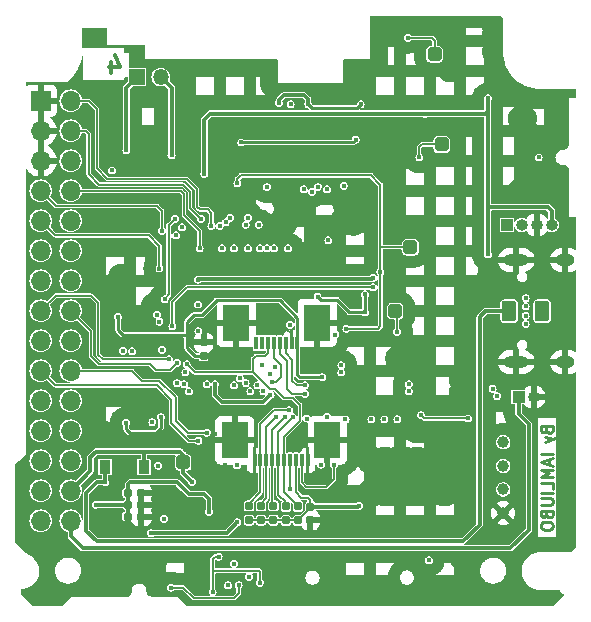
<source format=gbr>
%TF.GenerationSoftware,KiCad,Pcbnew,6.99.0-unknown-5a2f351f28~146~ubuntu20.04.1*%
%TF.CreationDate,2022-01-27T10:55:02+08:00*%
%TF.ProjectId,M5Pi,4d355069-2e6b-4696-9361-645f70636258,1.0*%
%TF.SameCoordinates,Original*%
%TF.FileFunction,Copper,L4,Bot*%
%TF.FilePolarity,Positive*%
%FSLAX46Y46*%
G04 Gerber Fmt 4.6, Leading zero omitted, Abs format (unit mm)*
G04 Created by KiCad (PCBNEW 6.99.0-unknown-5a2f351f28~146~ubuntu20.04.1) date 2022-01-27 10:55:02*
%MOMM*%
%LPD*%
G01*
G04 APERTURE LIST*
G04 Aperture macros list*
%AMRoundRect*
0 Rectangle with rounded corners*
0 $1 Rounding radius*
0 $2 $3 $4 $5 $6 $7 $8 $9 X,Y pos of 4 corners*
0 Add a 4 corners polygon primitive as box body*
4,1,4,$2,$3,$4,$5,$6,$7,$8,$9,$2,$3,0*
0 Add four circle primitives for the rounded corners*
1,1,$1+$1,$2,$3*
1,1,$1+$1,$4,$5*
1,1,$1+$1,$6,$7*
1,1,$1+$1,$8,$9*
0 Add four rect primitives between the rounded corners*
20,1,$1+$1,$2,$3,$4,$5,0*
20,1,$1+$1,$4,$5,$6,$7,0*
20,1,$1+$1,$6,$7,$8,$9,0*
20,1,$1+$1,$8,$9,$2,$3,0*%
G04 Aperture macros list end*
%ADD10C,0.250000*%
%TA.AperFunction,NonConductor*%
%ADD11C,0.250000*%
%TD*%
%ADD12C,0.300000*%
%TA.AperFunction,NonConductor*%
%ADD13C,0.300000*%
%TD*%
%TA.AperFunction,ComponentPad*%
%ADD14C,1.000000*%
%TD*%
%TA.AperFunction,ComponentPad*%
%ADD15R,1.000000X1.000000*%
%TD*%
%TA.AperFunction,ComponentPad*%
%ADD16O,1.000000X1.000000*%
%TD*%
%TA.AperFunction,ComponentPad*%
%ADD17R,1.700000X1.700000*%
%TD*%
%TA.AperFunction,ComponentPad*%
%ADD18O,1.700000X1.700000*%
%TD*%
%TA.AperFunction,ComponentPad*%
%ADD19O,2.100000X1.000000*%
%TD*%
%TA.AperFunction,ComponentPad*%
%ADD20O,1.600000X1.000000*%
%TD*%
%TA.AperFunction,ComponentPad*%
%ADD21R,1.350000X1.350000*%
%TD*%
%TA.AperFunction,ComponentPad*%
%ADD22O,1.350000X1.350000*%
%TD*%
%TA.AperFunction,SMDPad,CuDef*%
%ADD23RoundRect,0.160000X-0.160000X0.197500X-0.160000X-0.197500X0.160000X-0.197500X0.160000X0.197500X0*%
%TD*%
%TA.AperFunction,SMDPad,CuDef*%
%ADD24RoundRect,0.155000X-0.212500X-0.155000X0.212500X-0.155000X0.212500X0.155000X-0.212500X0.155000X0*%
%TD*%
%TA.AperFunction,SMDPad,CuDef*%
%ADD25RoundRect,0.160000X0.160000X-0.197500X0.160000X0.197500X-0.160000X0.197500X-0.160000X-0.197500X0*%
%TD*%
%TA.AperFunction,SMDPad,CuDef*%
%ADD26RoundRect,0.300000X0.300000X0.300000X-0.300000X0.300000X-0.300000X-0.300000X0.300000X-0.300000X0*%
%TD*%
%TA.AperFunction,SMDPad,CuDef*%
%ADD27R,0.300000X1.100000*%
%TD*%
%TA.AperFunction,SMDPad,CuDef*%
%ADD28R,2.300000X3.100000*%
%TD*%
%TA.AperFunction,SMDPad,CuDef*%
%ADD29RoundRect,0.155000X0.155000X-0.212500X0.155000X0.212500X-0.155000X0.212500X-0.155000X-0.212500X0*%
%TD*%
%TA.AperFunction,SMDPad,CuDef*%
%ADD30RoundRect,0.300000X-0.300000X0.300000X-0.300000X-0.300000X0.300000X-0.300000X0.300000X0.300000X0*%
%TD*%
%TA.AperFunction,SMDPad,CuDef*%
%ADD31RoundRect,0.155000X-0.155000X0.212500X-0.155000X-0.212500X0.155000X-0.212500X0.155000X0.212500X0*%
%TD*%
%TA.AperFunction,SMDPad,CuDef*%
%ADD32RoundRect,0.250000X0.375000X0.625000X-0.375000X0.625000X-0.375000X-0.625000X0.375000X-0.625000X0*%
%TD*%
%TA.AperFunction,SMDPad,CuDef*%
%ADD33R,0.900000X1.200000*%
%TD*%
%TA.AperFunction,ViaPad*%
%ADD34C,0.450000*%
%TD*%
%TA.AperFunction,ViaPad*%
%ADD35C,0.400000*%
%TD*%
%TA.AperFunction,Conductor*%
%ADD36C,0.150000*%
%TD*%
%TA.AperFunction,Conductor*%
%ADD37C,0.250000*%
%TD*%
%TA.AperFunction,Conductor*%
%ADD38C,0.300000*%
%TD*%
%TA.AperFunction,Conductor*%
%ADD39C,0.200000*%
%TD*%
%TA.AperFunction,Conductor*%
%ADD40C,0.350000*%
%TD*%
G04 APERTURE END LIST*
D10*
D11*
X157128571Y-99761902D02*
X157176190Y-99904759D01*
X157176190Y-99904759D02*
X157223809Y-99952378D01*
X157223809Y-99952378D02*
X157319047Y-99999997D01*
X157319047Y-99999997D02*
X157461904Y-99999997D01*
X157461904Y-99999997D02*
X157557142Y-99952378D01*
X157557142Y-99952378D02*
X157604761Y-99904759D01*
X157604761Y-99904759D02*
X157652380Y-99809521D01*
X157652380Y-99809521D02*
X157652380Y-99428569D01*
X157652380Y-99428569D02*
X156652380Y-99428569D01*
X156652380Y-99428569D02*
X156652380Y-99761902D01*
X156652380Y-99761902D02*
X156700000Y-99857140D01*
X156700000Y-99857140D02*
X156747619Y-99904759D01*
X156747619Y-99904759D02*
X156842857Y-99952378D01*
X156842857Y-99952378D02*
X156938095Y-99952378D01*
X156938095Y-99952378D02*
X157033333Y-99904759D01*
X157033333Y-99904759D02*
X157080952Y-99857140D01*
X157080952Y-99857140D02*
X157128571Y-99761902D01*
X157128571Y-99761902D02*
X157128571Y-99428569D01*
X156985714Y-100333331D02*
X157652380Y-100571426D01*
X156985714Y-100809521D02*
X157652380Y-100571426D01*
X157652380Y-100571426D02*
X157890476Y-100476188D01*
X157890476Y-100476188D02*
X157938095Y-100428569D01*
X157938095Y-100428569D02*
X157985714Y-100333331D01*
X157652380Y-101790474D02*
X156652380Y-101790474D01*
X157366666Y-102219046D02*
X157366666Y-102695236D01*
X157652380Y-102123808D02*
X156652380Y-102457141D01*
X156652380Y-102457141D02*
X157652380Y-102790474D01*
X157652380Y-103123808D02*
X156652380Y-103123808D01*
X156652380Y-103123808D02*
X157366666Y-103457141D01*
X157366666Y-103457141D02*
X156652380Y-103790474D01*
X156652380Y-103790474D02*
X157652380Y-103790474D01*
X157652380Y-104742856D02*
X157652380Y-104266666D01*
X157652380Y-104266666D02*
X156652380Y-104266666D01*
X157652380Y-105076190D02*
X156652380Y-105076190D01*
X156652380Y-105552381D02*
X157461904Y-105552381D01*
X157461904Y-105552381D02*
X157557142Y-105600000D01*
X157557142Y-105600000D02*
X157604761Y-105647619D01*
X157604761Y-105647619D02*
X157652380Y-105742857D01*
X157652380Y-105742857D02*
X157652380Y-105933333D01*
X157652380Y-105933333D02*
X157604761Y-106028571D01*
X157604761Y-106028571D02*
X157557142Y-106076190D01*
X157557142Y-106076190D02*
X157461904Y-106123809D01*
X157461904Y-106123809D02*
X156652380Y-106123809D01*
X157128571Y-106933334D02*
X157176190Y-107076191D01*
X157176190Y-107076191D02*
X157223809Y-107123810D01*
X157223809Y-107123810D02*
X157319047Y-107171429D01*
X157319047Y-107171429D02*
X157461904Y-107171429D01*
X157461904Y-107171429D02*
X157557142Y-107123810D01*
X157557142Y-107123810D02*
X157604761Y-107076191D01*
X157604761Y-107076191D02*
X157652380Y-106980953D01*
X157652380Y-106980953D02*
X157652380Y-106600001D01*
X157652380Y-106600001D02*
X156652380Y-106600001D01*
X156652380Y-106600001D02*
X156652380Y-106933334D01*
X156652380Y-106933334D02*
X156700000Y-107028572D01*
X156700000Y-107028572D02*
X156747619Y-107076191D01*
X156747619Y-107076191D02*
X156842857Y-107123810D01*
X156842857Y-107123810D02*
X156938095Y-107123810D01*
X156938095Y-107123810D02*
X157033333Y-107076191D01*
X157033333Y-107076191D02*
X157080952Y-107028572D01*
X157080952Y-107028572D02*
X157128571Y-106933334D01*
X157128571Y-106933334D02*
X157128571Y-106600001D01*
X156652380Y-107790477D02*
X156652380Y-107980953D01*
X156652380Y-107980953D02*
X156700000Y-108076191D01*
X156700000Y-108076191D02*
X156795238Y-108171429D01*
X156795238Y-108171429D02*
X156985714Y-108219048D01*
X156985714Y-108219048D02*
X157319047Y-108219048D01*
X157319047Y-108219048D02*
X157509523Y-108171429D01*
X157509523Y-108171429D02*
X157604761Y-108076191D01*
X157604761Y-108076191D02*
X157652380Y-107980953D01*
X157652380Y-107980953D02*
X157652380Y-107790477D01*
X157652380Y-107790477D02*
X157604761Y-107695239D01*
X157604761Y-107695239D02*
X157509523Y-107600001D01*
X157509523Y-107600001D02*
X157319047Y-107552382D01*
X157319047Y-107552382D02*
X156985714Y-107552382D01*
X156985714Y-107552382D02*
X156795238Y-107600001D01*
X156795238Y-107600001D02*
X156700000Y-107695239D01*
X156700000Y-107695239D02*
X156652380Y-107790477D01*
D12*
D13*
X120277639Y-68580135D02*
X120277639Y-69580135D01*
X120634781Y-68008706D02*
X120991924Y-69080135D01*
X120991924Y-69080135D02*
X120063353Y-69080135D01*
D14*
%TO.P,J11,1,GND*%
%TO.N,GND*%
X153463353Y-106801564D03*
%TO.P,J11,2,VCC*%
%TO.N,+5V*%
X153463353Y-104801564D03*
%TO.P,J11,3,IO1*%
%TO.N,/I2C1_SDA*%
X153463353Y-102801564D03*
%TO.P,J11,4,IO2*%
%TO.N,/I2C1_SCL*%
X153463353Y-100801564D03*
%TD*%
D15*
%TO.P,J12,1,Pin_1*%
%TO.N,/DP*%
X153773352Y-82401563D03*
D16*
%TO.P,J12,2,Pin_2*%
%TO.N,/DM*%
X155043352Y-82401563D03*
%TO.P,J12,3,Pin_3*%
%TO.N,GND*%
X156313352Y-82401563D03*
%TO.P,J12,4,Pin_4*%
%TO.N,+5V*%
X157583352Y-82401563D03*
%TD*%
D15*
%TO.P,J3,1,Pin_1*%
%TO.N,/VBAT*%
X154763352Y-96976563D03*
D16*
%TO.P,J3,2,Pin_2*%
%TO.N,GND*%
X156033352Y-96976563D03*
%TD*%
D17*
%TO.P,J2,1,Pin_1*%
%TO.N,GND*%
X114313352Y-71901563D03*
D18*
%TO.P,J2,2,Pin_2*%
%TO.N,/PD13*%
X116853352Y-71901563D03*
%TO.P,J2,3,Pin_3*%
%TO.N,GND*%
X114313352Y-74441563D03*
%TO.P,J2,4,Pin_4*%
%TO.N,/PD14*%
X116853352Y-74441563D03*
%TO.P,J2,5,Pin_5*%
%TO.N,GND*%
X114313352Y-76981563D03*
%TO.P,J2,6,Pin_6*%
%TO.N,/~{RESET}*%
X116853352Y-76981563D03*
%TO.P,J2,7,Pin_7*%
%TO.N,/PD19*%
X114313352Y-79521563D03*
%TO.P,J2,8,Pin_8*%
%TO.N,/PD12*%
X116853352Y-79521563D03*
%TO.P,J2,9,Pin_9*%
%TO.N,/PD21*%
X114313352Y-82061563D03*
%TO.P,J2,10,Pin_10*%
%TO.N,/PD18*%
X116853352Y-82061563D03*
%TO.P,J2,11,Pin_11*%
%TO.N,/PD20*%
X114313352Y-84601563D03*
%TO.P,J2,12,Pin_12*%
%TO.N,+3V3*%
X116853352Y-84601563D03*
%TO.P,J2,13,Pin_13*%
%TO.N,/USART1_RX*%
X114313352Y-87141563D03*
%TO.P,J2,14,Pin_14*%
%TO.N,/USART1_TX*%
X116853352Y-87141563D03*
%TO.P,J2,15,Pin_15*%
%TO.N,/USART2_RX*%
X114313352Y-89681563D03*
%TO.P,J2,16,Pin_16*%
%TO.N,/USART2_TX*%
X116853352Y-89681563D03*
%TO.P,J2,17,Pin_17*%
%TO.N,/I2C2_SDA*%
X114313352Y-92221563D03*
%TO.P,J2,18,Pin_18*%
%TO.N,/I2C2_SCL*%
X116853352Y-92221563D03*
%TO.P,J2,19,Pin_19*%
%TO.N,/I2C1_SDA*%
X114313352Y-94761563D03*
%TO.P,J2,20,Pin_20*%
%TO.N,/I2C1_SCL*%
X116853352Y-94761563D03*
%TO.P,J2,21,Pin_21*%
%TO.N,/I2S_BCLK*%
X114313352Y-97301563D03*
%TO.P,J2,22,Pin_22*%
%TO.N,/I2S_MCLK*%
X116853352Y-97301563D03*
%TO.P,J2,23,Pin_23*%
%TO.N,/I2S_DOUT*%
X114313352Y-99841563D03*
%TO.P,J2,24,Pin_24*%
%TO.N,/I2S_LRCK*%
X116853352Y-99841563D03*
%TO.P,J2,25,Pin_25*%
%TO.N,/DM*%
X114313352Y-102381563D03*
%TO.P,J2,26,Pin_26*%
%TO.N,/I2S_DIN*%
X116853352Y-102381563D03*
%TO.P,J2,27,Pin_27*%
%TO.N,/DP*%
X114313352Y-104921563D03*
%TO.P,J2,28,Pin_28*%
%TO.N,+5V*%
X116853352Y-104921563D03*
%TO.P,J2,29,Pin_29*%
%TO.N,/AMP_HPL*%
X114313352Y-107461563D03*
%TO.P,J2,30,Pin_30*%
%TO.N,/VBAT*%
X116853352Y-107461563D03*
%TD*%
D19*
%TO.P,UART1,S1,SHIELD*%
%TO.N,GND*%
X154558352Y-94021563D03*
D20*
X158738352Y-94021563D03*
D19*
X154558352Y-85381563D03*
D20*
X158738352Y-85381563D03*
%TD*%
D21*
%TO.P,J6,1,Pin_1*%
%TO.N,Net-(J6-Pin_1)*%
X122463352Y-69901563D03*
D22*
%TO.P,J6,2,Pin_2*%
%TO.N,Net-(J6-Pin_2)*%
X124463352Y-69901563D03*
%TD*%
D23*
%TO.P,R41,1*%
%TO.N,/SPI1_CS*%
X135053353Y-106226564D03*
%TO.P,R41,2*%
%TO.N,+3V3*%
X135053353Y-107421564D03*
%TD*%
D24*
%TO.P,C54,1*%
%TO.N,/VBAT*%
X121695853Y-105101564D03*
%TO.P,C54,2*%
%TO.N,GND*%
X122830853Y-105101564D03*
%TD*%
D25*
%TO.P,R20,1*%
%TO.N,+3V3*%
X136093353Y-107421564D03*
%TO.P,R20,2*%
%TO.N,/LCD_~{RESET}*%
X136093353Y-106226564D03*
%TD*%
D26*
%TO.P,TP1,1,1*%
%TO.N,+5V*%
X126363353Y-102501564D03*
%TD*%
D27*
%TO.P,J5,1,Pin_1*%
%TO.N,+3V3*%
X136043352Y-92401563D03*
%TO.P,J5,2,Pin_2*%
%TO.N,GND*%
X135543352Y-92401563D03*
%TO.P,J5,3,Pin_3*%
%TO.N,/I2C0_SDA*%
X135043352Y-92401563D03*
%TO.P,J5,4,Pin_4*%
%TO.N,/I2C0_SCL*%
X134543352Y-92401563D03*
%TO.P,J5,5,Pin_5*%
%TO.N,/TOUCH_INT*%
X134043352Y-92401563D03*
%TO.P,J5,6,Pin_6*%
%TO.N,/LCD_~{RESET}*%
X133543352Y-92401563D03*
%TO.P,J5,7,Pin_7*%
%TO.N,unconnected-(J5-Pin_7)*%
X133043352Y-92401563D03*
%TO.P,J5,8,Pin_8*%
%TO.N,unconnected-(J5-Pin_8)*%
X132543352Y-92401563D03*
D28*
%TO.P,J5,MP,Pin_2*%
%TO.N,GND*%
X130873352Y-90701563D03*
X137713352Y-90701563D03*
%TD*%
D26*
%TO.P,TP2,1,1*%
%TO.N,+3V3*%
X147663353Y-67951564D03*
%TD*%
D23*
%TO.P,R39,1*%
%TO.N,/SPI1_CLK*%
X134013353Y-106206564D03*
%TO.P,R39,2*%
%TO.N,+3V3*%
X134013353Y-107401564D03*
%TD*%
D27*
%TO.P,J4,1,Pin_1*%
%TO.N,GND*%
X132413352Y-102339063D03*
%TO.P,J4,2,Pin_2*%
%TO.N,/SPI1_MOSI*%
X132913352Y-102339063D03*
%TO.P,J4,3,Pin_3*%
%TO.N,/SPI1_MISO*%
X133413352Y-102339063D03*
%TO.P,J4,4,Pin_4*%
%TO.N,/SPI1_CLK*%
X133913352Y-102339063D03*
%TO.P,J4,5,Pin_5*%
%TO.N,/SPI1_CS*%
X134413352Y-102339063D03*
%TO.P,J4,6,Pin_6*%
%TO.N,/LCD_~{RESET}*%
X134913352Y-102339063D03*
%TO.P,J4,7,Pin_7*%
%TO.N,/LCD_D{slash}C*%
X135413352Y-102339063D03*
%TO.P,J4,8,Pin_8*%
%TO.N,+3V3*%
X135913352Y-102339063D03*
%TO.P,J4,9,Pin_9*%
%TO.N,/LCD_BL*%
X136413352Y-102339063D03*
%TO.P,J4,10,Pin_10*%
%TO.N,GND*%
X136913352Y-102339063D03*
D28*
%TO.P,J4,MP,Pin_10*%
X130743352Y-100639063D03*
X138583352Y-100639063D03*
%TD*%
D26*
%TO.P,TP4,1,1*%
%TO.N,+1V1*%
X145613353Y-84301564D03*
%TD*%
D29*
%TO.P,C29,1*%
%TO.N,GND*%
X137143353Y-107391564D03*
%TO.P,C29,2*%
%TO.N,+3V3*%
X137143353Y-106256564D03*
%TD*%
D26*
%TO.P,TP3,1,1*%
%TO.N,+2V5*%
X148263353Y-75601564D03*
%TD*%
D24*
%TO.P,C55,1*%
%TO.N,/VBAT*%
X121695853Y-107101564D03*
%TO.P,C55,2*%
%TO.N,GND*%
X122830853Y-107101564D03*
%TD*%
D23*
%TO.P,R33,1*%
%TO.N,/SPI1_MOSI*%
X131943353Y-106206564D03*
%TO.P,R33,2*%
%TO.N,+3V3*%
X131943353Y-107401564D03*
%TD*%
D30*
%TO.P,TP5,1,1*%
%TO.N,+3V0*%
X144313353Y-89701564D03*
%TD*%
D31*
%TO.P,C30,1*%
%TO.N,GND*%
X128093353Y-92359064D03*
%TO.P,C30,2*%
%TO.N,+3V3*%
X128093353Y-93494064D03*
%TD*%
D32*
%TO.P,F1,1*%
%TO.N,VBUS*%
X156763353Y-89701564D03*
%TO.P,F1,2*%
%TO.N,+5VD*%
X153963353Y-89701564D03*
%TD*%
D33*
%TO.P,D5,1,K*%
%TO.N,+5V*%
X123049999Y-102899999D03*
%TO.P,D5,2,A*%
%TO.N,+5VD*%
X119749999Y-102899999D03*
%TD*%
D24*
%TO.P,C52,1*%
%TO.N,/VBAT*%
X121695853Y-106101564D03*
%TO.P,C52,2*%
%TO.N,GND*%
X122830853Y-106101564D03*
%TD*%
D23*
%TO.P,R40,1*%
%TO.N,/SPI1_MISO*%
X132963353Y-106206564D03*
%TO.P,R40,2*%
%TO.N,+3V3*%
X132963353Y-107401564D03*
%TD*%
D34*
%TO.N,+3V0*%
X144488353Y-91476564D03*
%TO.N,/SPI0_CS*%
X133700000Y-95000000D03*
X136563353Y-79401564D03*
%TO.N,/~{RESET}*%
X139263353Y-91701564D03*
X131963353Y-112201564D03*
%TO.N,/MPU_INIT*%
X125863353Y-95801564D03*
X123763353Y-99101564D03*
%TO.N,GND*%
X146200000Y-99700000D03*
X140200000Y-70100000D03*
X152900000Y-66300000D03*
X137400000Y-93000000D03*
X130800000Y-68700000D03*
X155100000Y-109800000D03*
X114800000Y-111900000D03*
X157800000Y-109600000D03*
X149000000Y-69100000D03*
X155600000Y-71300000D03*
X158700000Y-91400000D03*
X129900000Y-102700000D03*
X155100000Y-73400000D03*
X142500000Y-113600000D03*
X140300000Y-113600000D03*
X130900000Y-89550000D03*
X156300000Y-113800000D03*
X145200000Y-105000000D03*
X153900000Y-113800000D03*
X137400000Y-96000000D03*
X129800000Y-77800000D03*
X119600000Y-100900000D03*
X158700000Y-92900000D03*
X132600000Y-68700000D03*
X147200000Y-113600000D03*
X157800000Y-71400000D03*
X140800000Y-82100000D03*
X146200000Y-105000000D03*
X134100000Y-69800000D03*
X158600000Y-72800000D03*
X118400000Y-111200000D03*
X154500000Y-113000000D03*
X130300000Y-91400000D03*
X158700000Y-81100000D03*
X138800000Y-113600000D03*
X127800000Y-68700000D03*
X154800000Y-101000000D03*
X121300000Y-110900000D03*
X142400000Y-102400000D03*
X154900000Y-71000000D03*
X154800000Y-106000000D03*
X150100000Y-96600000D03*
X133000000Y-86300000D03*
X145000000Y-113600000D03*
X127100000Y-106900000D03*
X120700000Y-92200000D03*
X155700000Y-74900000D03*
X150100000Y-95500000D03*
X154800000Y-104400000D03*
X133200000Y-68700000D03*
X148400000Y-113600000D03*
X124000000Y-89300000D03*
X150100000Y-110500000D03*
X128700000Y-86300000D03*
X152500000Y-87400000D03*
X145200000Y-75800000D03*
X134000000Y-91300000D03*
X122900000Y-68100000D03*
X134600000Y-112400000D03*
X126000000Y-68700000D03*
X137400000Y-93700000D03*
X152500000Y-86600000D03*
X142500000Y-67400000D03*
X136400000Y-76900000D03*
X158700000Y-87600000D03*
X141900000Y-68600000D03*
X158600000Y-71400000D03*
X122400000Y-76500000D03*
X146100000Y-93700000D03*
X120900000Y-89200000D03*
X158700000Y-96500000D03*
X144400000Y-102400000D03*
X125600000Y-95100000D03*
X144400000Y-105000000D03*
X154500000Y-111500000D03*
X134100000Y-69200000D03*
X156300000Y-71400000D03*
X129800000Y-76400000D03*
X158700000Y-102600000D03*
X149800000Y-113600000D03*
X119800000Y-83800000D03*
X129000000Y-68700000D03*
X158700000Y-83200000D03*
X144700000Y-93700000D03*
X150600000Y-90000000D03*
X140200000Y-70700000D03*
X152900000Y-67700000D03*
X158700000Y-98900000D03*
X145900000Y-74200000D03*
X154500000Y-110600000D03*
X148500000Y-102400000D03*
X142500000Y-66800000D03*
X156800000Y-109600000D03*
X120900000Y-104500000D03*
X131000000Y-91400000D03*
X142500000Y-68000000D03*
X117000000Y-113300000D03*
X150100000Y-102900000D03*
X142500000Y-66200000D03*
X141500000Y-95700000D03*
X141300000Y-68600000D03*
X146700000Y-74200000D03*
X141100000Y-89300000D03*
X144100000Y-113600000D03*
X132000000Y-68700000D03*
X141800000Y-79500000D03*
X153000000Y-83900000D03*
X158700000Y-99700000D03*
X150600000Y-92400000D03*
X140700000Y-95700000D03*
X151800000Y-113600000D03*
X126900000Y-99400000D03*
X157100000Y-71400000D03*
X134100000Y-88300000D03*
X126600000Y-68700000D03*
X152900000Y-65600000D03*
X157100000Y-113800000D03*
X155800000Y-91400000D03*
X150600000Y-93400000D03*
X145200000Y-102400000D03*
X154800000Y-100300000D03*
X141100000Y-88200000D03*
X148500000Y-105000000D03*
X129100000Y-90950000D03*
X129800000Y-77100000D03*
X134500000Y-110500000D03*
X152500000Y-85700000D03*
X141200000Y-80400000D03*
X143500000Y-105000000D03*
X154800000Y-103600000D03*
X145900000Y-75800000D03*
X120700000Y-108000000D03*
X119600000Y-100200000D03*
X140200000Y-69500000D03*
X158700000Y-95700000D03*
X127800000Y-96900000D03*
X122700000Y-93300000D03*
X138400000Y-76900000D03*
X129600000Y-68700000D03*
X158700000Y-105700000D03*
X158700000Y-104900000D03*
X139000000Y-95700000D03*
X154300000Y-70500000D03*
X146600000Y-113600000D03*
X116100000Y-113300000D03*
X158700000Y-88300000D03*
X158700000Y-98100000D03*
X137400000Y-76900000D03*
X158700000Y-90700000D03*
X152500000Y-113600000D03*
X131200000Y-110700000D03*
X133800000Y-68700000D03*
X119500000Y-71500000D03*
X156000000Y-109600000D03*
X142500000Y-65000000D03*
X158700000Y-86900000D03*
X155600000Y-113800000D03*
X150600000Y-89200000D03*
X132500000Y-78900000D03*
X150600000Y-91600000D03*
X114400000Y-113700000D03*
X131300000Y-77100000D03*
X124500000Y-76500000D03*
X115200000Y-113700000D03*
X142400000Y-105000000D03*
X154800000Y-105200000D03*
X155100000Y-79500000D03*
X142500000Y-68600000D03*
X158700000Y-92100000D03*
X158700000Y-89900000D03*
X118400000Y-112700000D03*
X142500000Y-65600000D03*
X140200000Y-80500000D03*
X140700000Y-68600000D03*
X138000000Y-71800000D03*
X158700000Y-81800000D03*
X157900000Y-113800000D03*
X122900000Y-67500000D03*
X123800000Y-110900000D03*
X139500000Y-113600000D03*
X141800000Y-113600000D03*
X140000000Y-82100000D03*
X123500000Y-76500000D03*
X114800000Y-111200000D03*
X131700000Y-89550000D03*
X117800000Y-113300000D03*
X143150000Y-75150000D03*
X145400000Y-98800000D03*
X148800000Y-100900000D03*
X131300000Y-76400000D03*
X129100000Y-100100000D03*
X125400000Y-68700000D03*
X135800000Y-113600000D03*
X158700000Y-108100000D03*
X158700000Y-100400000D03*
X143300000Y-113600000D03*
X158700000Y-83900000D03*
X135000000Y-80200000D03*
X158700000Y-82500000D03*
X151200000Y-113600000D03*
X133000000Y-88300000D03*
X152900000Y-67000000D03*
X154500000Y-112300000D03*
X130200000Y-68700000D03*
X158700000Y-97300000D03*
X145900000Y-113600000D03*
X140200000Y-68900000D03*
X131400000Y-68700000D03*
X158700000Y-101100000D03*
X120700000Y-93300000D03*
X158700000Y-108900000D03*
X158700000Y-106600000D03*
X158700000Y-101800000D03*
X158700000Y-103300000D03*
X129900000Y-101700000D03*
X128500000Y-88650000D03*
X113600000Y-113700000D03*
X150600000Y-90800000D03*
X141000000Y-113600000D03*
X158700000Y-104100000D03*
X130000000Y-110800000D03*
X141800000Y-78700000D03*
X122900000Y-68700000D03*
X149100000Y-113600000D03*
X138000000Y-113600000D03*
X114800000Y-110300000D03*
X145900000Y-75000000D03*
X119500000Y-70800000D03*
X130700000Y-86300000D03*
X130700000Y-85300000D03*
X133000000Y-85600000D03*
X134100000Y-70400000D03*
X131650000Y-88150000D03*
X154800000Y-101800000D03*
X123400000Y-71300000D03*
X123600000Y-68700000D03*
X134900000Y-82100000D03*
X130050000Y-89550000D03*
X121200000Y-86900000D03*
X128400000Y-68700000D03*
X158700000Y-109600000D03*
X158700000Y-107400000D03*
X124200000Y-68700000D03*
X150500000Y-113600000D03*
X114800000Y-112700000D03*
X139600000Y-70700000D03*
X124800000Y-68700000D03*
X134100000Y-85600000D03*
X139900000Y-95700000D03*
X137300000Y-113600000D03*
X147800000Y-113600000D03*
X138700000Y-86500000D03*
X136600000Y-113600000D03*
X154800000Y-102700000D03*
X129700000Y-86300000D03*
X155700000Y-78600000D03*
X127200000Y-68700000D03*
X143500000Y-102400000D03*
X134100000Y-86300000D03*
X118400000Y-111900000D03*
X158700000Y-89100000D03*
X146200000Y-102400000D03*
X138500000Y-88150000D03*
%TO.N,+3V3*%
X132863353Y-112701564D03*
X129063353Y-95901564D03*
X136963353Y-72201564D03*
X145403353Y-66561564D03*
D35*
X150500000Y-98800000D03*
D34*
X140963353Y-75201564D03*
X133763353Y-96801564D03*
X124483353Y-98681564D03*
X137750000Y-88500000D03*
X141763353Y-88301564D03*
X141263353Y-106201564D03*
X128863353Y-113501564D03*
X129363353Y-110501564D03*
X134463353Y-72086647D03*
X141763353Y-89801564D03*
X120863353Y-90201564D03*
X138163353Y-95301564D03*
X121513353Y-99151564D03*
X131293353Y-75431564D03*
D35*
X146500000Y-98500000D03*
D34*
X141400000Y-72200000D03*
%TO.N,+2V5*%
X146363353Y-76701564D03*
X127613353Y-89151564D03*
X127613353Y-87051564D03*
X142463353Y-86901564D03*
%TO.N,+1V1*%
X125663353Y-81901564D03*
X130963353Y-78901564D03*
X124800000Y-88700000D03*
X140195853Y-91201564D03*
X143063353Y-86401564D03*
%TO.N,/USART1_RX*%
X132763353Y-82401564D03*
%TO.N,/USART1_TX*%
X131863353Y-81801564D03*
%TO.N,/SD_D2*%
X130663353Y-96001564D03*
X144513353Y-98851564D03*
%TO.N,/SD_D3*%
X131163353Y-95401564D03*
X143413353Y-98851564D03*
%TO.N,/SD_CMD*%
X131663353Y-95801564D03*
X142313353Y-98851564D03*
%TO.N,/SD_CLK*%
X140113353Y-98851564D03*
X132063353Y-96501564D03*
%TO.N,/SD_D0*%
X138563353Y-98650000D03*
X132663353Y-96001564D03*
%TO.N,/SD_D1*%
X136813353Y-98801564D03*
X133163353Y-96501564D03*
%TO.N,/I2C1_SCL*%
X128363353Y-100001564D03*
X131663353Y-82401564D03*
%TO.N,/I2C1_SDA*%
X131863353Y-84401564D03*
X127663353Y-100701564D03*
%TO.N,/I2C0_SDA*%
X136663353Y-96001564D03*
X124163353Y-90001564D03*
X121283353Y-93081564D03*
%TO.N,/I2C0_SCL*%
X136663353Y-96701564D03*
X122063353Y-93101564D03*
X124363353Y-90601564D03*
%TO.N,/SPI1_MISO*%
X134263353Y-98701564D03*
%TO.N,/DM*%
X155363353Y-90801564D03*
X139763353Y-94901564D03*
%TO.N,/DP*%
X155363353Y-88601564D03*
X139763353Y-94301564D03*
%TO.N,/SPI1_CLK*%
X134963353Y-98701564D03*
%TO.N,/SPI1_MOSI*%
X135363353Y-98101564D03*
%TO.N,/SPI1_CS*%
X135663353Y-98701564D03*
%TO.N,/USART0_TX*%
X126863353Y-96501564D03*
X145463353Y-96501564D03*
%TO.N,/UASRT0_RX*%
X128363353Y-95901564D03*
X145463353Y-95901564D03*
%TO.N,/SPI0_CLK*%
X133002853Y-94300000D03*
X137763353Y-79201564D03*
%TO.N,+5V*%
X146863353Y-73001564D03*
X152163353Y-84901564D03*
X128163353Y-78101564D03*
X152163353Y-71701564D03*
X127113353Y-104151564D03*
%TO.N,/SPI0_MISO*%
X134150000Y-94450000D03*
X138563353Y-79401564D03*
%TO.N,/SPI0_MOSI*%
X137263353Y-79601564D03*
X135400000Y-90850000D03*
%TO.N,+5VD*%
X119763353Y-104201564D03*
%TO.N,/D+*%
X152963353Y-96901564D03*
X155363353Y-90101564D03*
%TO.N,/D-*%
X155363353Y-89301564D03*
X152563353Y-96301564D03*
%TO.N,/AMP_HPR*%
X120363353Y-77801564D03*
X138663353Y-83701564D03*
%TO.N,/I2C2_SDA*%
X125763353Y-83301564D03*
%TO.N,/I2C2_SCL*%
X126263353Y-82601564D03*
%TO.N,/LCD_~{RESET}*%
X126663353Y-94201564D03*
%TO.N,Net-(J6-Pin_1)*%
X121563353Y-76101564D03*
%TO.N,Net-(J6-Pin_2)*%
X125383353Y-76501564D03*
%TO.N,/STATUS_LED*%
X130663353Y-111101564D03*
X126463353Y-95901564D03*
%TO.N,/WIFI_RESET*%
X135463353Y-72201564D03*
X133463353Y-79201564D03*
X133463353Y-84401564D03*
%TO.N,/WIFI_INT*%
X134063353Y-84401564D03*
X139963353Y-79101564D03*
%TO.N,/USART2_RX*%
X125163353Y-93801564D03*
%TO.N,/USART2_TX*%
X125863353Y-94101564D03*
%TO.N,/PD13*%
X128763353Y-82501564D03*
%TO.N,/LCD_D{slash}C*%
X138050000Y-102700000D03*
X126563353Y-94901564D03*
D35*
X135400000Y-104750000D03*
D34*
%TO.N,/LCD_BL*%
X139150000Y-102700000D03*
X127663353Y-91401564D03*
%TO.N,/TOUCH_INT*%
X133850000Y-95690500D03*
X132863353Y-84401564D03*
%TO.N,/PD21*%
X124363353Y-86101564D03*
%TO.N,/PD12*%
X127763353Y-84401564D03*
%TO.N,/PD14*%
X127863353Y-81901564D03*
%TO.N,/PD19*%
X124563353Y-82901564D03*
%TO.N,/I2S_BCLK*%
X130663353Y-84401564D03*
%TO.N,/I2S_DOUT*%
X129463353Y-82501564D03*
%TO.N,/I2S_LRCK*%
X129963353Y-82201564D03*
%TO.N,/I2S_MCLK*%
X130363353Y-81801564D03*
%TO.N,/I2S_DIN*%
X129663353Y-84401564D03*
%TO.N,/AMP_HPL*%
X135263353Y-84401564D03*
X147163353Y-110801564D03*
%TO.N,/VBAT*%
X128563353Y-106701564D03*
X118963353Y-106101564D03*
%TO.N,Net-(D2-K)*%
X124763353Y-107301564D03*
X124263353Y-102801564D03*
%TO.N,Net-(D4-A)*%
X130963353Y-107601564D03*
X123663353Y-108501564D03*
X130950000Y-102750000D03*
%TO.N,VBUS*%
X156763353Y-89101564D03*
X156763353Y-90301564D03*
X156763353Y-89701564D03*
%TO.N,Net-(JP1-C)*%
X125350353Y-113114564D03*
X131063353Y-112901564D03*
%TO.N,/KEY1*%
X142463353Y-87701564D03*
X156463353Y-76701564D03*
X125463353Y-91001564D03*
%TO.N,/KEY2*%
X124563353Y-93001564D03*
X130163353Y-112901564D03*
%TD*%
D36*
%TO.N,+3V0*%
X144488353Y-91476564D02*
X144488353Y-89876564D01*
X144488353Y-89876564D02*
X144313353Y-89701564D01*
%TO.N,GND*%
X135543353Y-91643353D02*
X135200000Y-91300000D01*
X135200000Y-91300000D02*
X134000000Y-91300000D01*
X135543353Y-92401564D02*
X135543353Y-91643353D01*
D37*
%TO.N,+3V3*%
X121513353Y-99151564D02*
X121513353Y-99651564D01*
D36*
X146800000Y-98800000D02*
X146500000Y-98500000D01*
D38*
X137143353Y-106256564D02*
X141208353Y-106256564D01*
X134900000Y-71400000D02*
X136586647Y-71400000D01*
D37*
X127261637Y-90050000D02*
X126663353Y-90648284D01*
X120863353Y-90201564D02*
X120863353Y-91301564D01*
D38*
X129063353Y-95901564D02*
X129063353Y-96801564D01*
D37*
X140733353Y-75431564D02*
X140963353Y-75201564D01*
D36*
X147663353Y-66801564D02*
X147663353Y-67951564D01*
D39*
X132863353Y-111801564D02*
X132763353Y-111701564D01*
X136363353Y-105501564D02*
X136963353Y-105501564D01*
D37*
X126663353Y-91701564D02*
X126663353Y-92801564D01*
D38*
X136963353Y-71776706D02*
X136963353Y-72201564D01*
D37*
X128085853Y-93501564D02*
X128093353Y-93494064D01*
D38*
X133163353Y-97401564D02*
X133763353Y-96801564D01*
D39*
X129063353Y-110501564D02*
X128863353Y-110701564D01*
D37*
X121863353Y-100001564D02*
X124063353Y-100001564D01*
D39*
X132763353Y-111701564D02*
X128863353Y-111701564D01*
D37*
X121513353Y-99651564D02*
X121863353Y-100001564D01*
D38*
X134463353Y-72086647D02*
X134463353Y-71836647D01*
X129063353Y-96801564D02*
X129663353Y-97401564D01*
D37*
X129200000Y-88800000D02*
X127950000Y-90050000D01*
X136043353Y-95081564D02*
X136043353Y-90281564D01*
X141100000Y-72500000D02*
X137261789Y-72500000D01*
X124063353Y-100001564D02*
X124483353Y-99581564D01*
D39*
X136963353Y-105501564D02*
X137143353Y-105681564D01*
D37*
X137261789Y-72500000D02*
X136963353Y-72201564D01*
D38*
X136586647Y-71400000D02*
X136963353Y-71776706D01*
D37*
X126663353Y-90648284D02*
X126663353Y-91701564D01*
D38*
X134463353Y-71836647D02*
X134900000Y-71400000D01*
D37*
X139400000Y-88750000D02*
X140451564Y-89801564D01*
D36*
X147423353Y-66561564D02*
X147663353Y-66801564D01*
D39*
X129363353Y-110501564D02*
X129063353Y-110501564D01*
D37*
X138163353Y-95301564D02*
X136263353Y-95301564D01*
D39*
X128863353Y-110701564D02*
X128863353Y-111701564D01*
X135913353Y-102339064D02*
X135913353Y-105051564D01*
X136073353Y-107401564D02*
X136093353Y-107421564D01*
D37*
X124483353Y-99581564D02*
X124483353Y-98681564D01*
D39*
X128863353Y-111701564D02*
X128863353Y-113501564D01*
D37*
X126663353Y-92801564D02*
X127363353Y-93501564D01*
D39*
X135913353Y-105051564D02*
X136363353Y-105501564D01*
D37*
X131293353Y-75431564D02*
X140733353Y-75431564D01*
X127363353Y-93501564D02*
X128085853Y-93501564D01*
D39*
X137143353Y-106256564D02*
X137143353Y-106371564D01*
D38*
X129663353Y-97401564D02*
X133163353Y-97401564D01*
D37*
X127950000Y-90050000D02*
X127261637Y-90050000D01*
D36*
X145403353Y-66561564D02*
X147423353Y-66561564D01*
D37*
X134561789Y-88800000D02*
X129200000Y-88800000D01*
X136043353Y-90281564D02*
X134561789Y-88800000D01*
D36*
X150500000Y-98800000D02*
X146800000Y-98800000D01*
D39*
X137143353Y-106371564D02*
X136093353Y-107421564D01*
D37*
X120863353Y-91301564D02*
X121263353Y-91701564D01*
X141763353Y-88301564D02*
X141763353Y-89801564D01*
D38*
X141208353Y-106256564D02*
X141263353Y-106201564D01*
D37*
X138000000Y-88750000D02*
X139400000Y-88750000D01*
X140451564Y-89801564D02*
X141763353Y-89801564D01*
X137750000Y-88500000D02*
X138000000Y-88750000D01*
D39*
X137143353Y-105681564D02*
X137143353Y-106256564D01*
X132863353Y-112701564D02*
X132863353Y-111801564D01*
D37*
X136263353Y-95301564D02*
X136043353Y-95081564D01*
D39*
X131943353Y-107401564D02*
X136073353Y-107401564D01*
D37*
X121263353Y-91701564D02*
X126663353Y-91701564D01*
X141400000Y-72200000D02*
X141100000Y-72500000D01*
D36*
%TO.N,+2V5*%
X146563353Y-75601564D02*
X146363353Y-75801564D01*
D38*
X142363353Y-87001564D02*
X127663353Y-87001564D01*
D36*
X146363353Y-75801564D02*
X146363353Y-76701564D01*
D38*
X142463353Y-86901564D02*
X142363353Y-87001564D01*
D36*
X148263353Y-75601564D02*
X146563353Y-75601564D01*
D38*
X127663353Y-87001564D02*
X127613353Y-87051564D01*
D39*
%TO.N,+1V1*%
X124800000Y-88664917D02*
X125163353Y-88301564D01*
X131263353Y-78201564D02*
X130963353Y-78501564D01*
X142263353Y-78201564D02*
X131263353Y-78201564D01*
X143063353Y-86401564D02*
X143063353Y-84301564D01*
X143063353Y-86401564D02*
X143063353Y-91001564D01*
X130963353Y-78501564D02*
X130963353Y-78901564D01*
X125163353Y-82401564D02*
X125663353Y-81901564D01*
X143063353Y-84301564D02*
X143063353Y-79001564D01*
D36*
X145613353Y-84301564D02*
X143063353Y-84301564D01*
D39*
X125163353Y-88301564D02*
X125163353Y-82401564D01*
X143063353Y-79001564D02*
X142263353Y-78201564D01*
X143063353Y-91001564D02*
X142863353Y-91201564D01*
X124800000Y-88700000D02*
X124800000Y-88664917D01*
X142863353Y-91201564D02*
X140195853Y-91201564D01*
D36*
%TO.N,/I2C1_SCL*%
X125763353Y-97001564D02*
X124363353Y-95601564D01*
X122863353Y-95601564D02*
X122023353Y-94761564D01*
X125763353Y-99001564D02*
X125763353Y-97001564D01*
X126763353Y-100001564D02*
X125763353Y-99001564D01*
X128363353Y-100001564D02*
X126763353Y-100001564D01*
X124363353Y-95601564D02*
X122863353Y-95601564D01*
X122023353Y-94761564D02*
X116853353Y-94761564D01*
%TO.N,/I2C1_SDA*%
X125363353Y-97201564D02*
X124163353Y-96001564D01*
X126863353Y-100701564D02*
X125363353Y-99201564D01*
X125363353Y-99201564D02*
X125363353Y-97201564D01*
X114313353Y-94763353D02*
X114313353Y-94761564D01*
X115551564Y-96001564D02*
X114313353Y-94763353D01*
X124163353Y-96001564D02*
X115551564Y-96001564D01*
X127663353Y-100701564D02*
X126863353Y-100701564D01*
%TO.N,/I2C0_SDA*%
X135043353Y-93256647D02*
X135043353Y-92401564D01*
X136663353Y-96001564D02*
X136001564Y-96001564D01*
X135600000Y-93813294D02*
X135043353Y-93256647D01*
X135600000Y-95600000D02*
X135600000Y-93813294D01*
X136001564Y-96001564D02*
X135600000Y-95600000D01*
%TO.N,/I2C0_SCL*%
X135551564Y-96701564D02*
X135150000Y-96300000D01*
X136663353Y-96701564D02*
X135551564Y-96701564D01*
X135150000Y-96300000D02*
X135150000Y-93950000D01*
X134550000Y-93350000D02*
X134550000Y-92408211D01*
X135150000Y-93950000D02*
X134550000Y-93350000D01*
%TO.N,/SPI1_MISO*%
X133413353Y-104339064D02*
X133413353Y-105551564D01*
X132963353Y-106001564D02*
X132963353Y-106206564D01*
X134263353Y-98701564D02*
X133413353Y-99551564D01*
X133413353Y-99551564D02*
X133413353Y-104339064D01*
X133413353Y-105551564D02*
X132963353Y-106001564D01*
%TO.N,/SPI1_CLK*%
X133913353Y-106106564D02*
X134013353Y-106206564D01*
X133913353Y-99751564D02*
X133913353Y-104339064D01*
X134963353Y-98701564D02*
X133913353Y-99751564D01*
X133913353Y-104339064D02*
X133913353Y-106106564D01*
%TO.N,/SPI1_MOSI*%
X132913353Y-104339064D02*
X132913353Y-105051564D01*
X135363353Y-98101564D02*
X134063353Y-98101564D01*
X131943353Y-106021564D02*
X131943353Y-106206564D01*
X134063353Y-98101564D02*
X132913353Y-99251564D01*
X132913353Y-105051564D02*
X131943353Y-106021564D01*
X132913353Y-99251564D02*
X132913353Y-104339064D01*
%TO.N,/SPI1_CS*%
X134413353Y-105251564D02*
X135053353Y-105891564D01*
X134413353Y-99951564D02*
X134413353Y-104339064D01*
X134413353Y-104339064D02*
X134413353Y-105251564D01*
X135663353Y-98701564D02*
X134413353Y-99951564D01*
X135053353Y-105891564D02*
X135053353Y-106226564D01*
D40*
%TO.N,+5V*%
X128663353Y-73001564D02*
X128163353Y-73501564D01*
X152163353Y-80901564D02*
X152163353Y-71701564D01*
X119000000Y-101600000D02*
X118500000Y-102100000D01*
X118500000Y-102100000D02*
X118500000Y-103274917D01*
X157263353Y-80901564D02*
X152163353Y-80901564D01*
X152163353Y-84901564D02*
X152163353Y-80901564D01*
X126363353Y-102501564D02*
X126363353Y-101863353D01*
X157583353Y-82401564D02*
X157583353Y-81221564D01*
X146863353Y-73001564D02*
X128663353Y-73001564D01*
X128163353Y-73501564D02*
X128163353Y-78101564D01*
X118500000Y-103274917D02*
X116853353Y-104921564D01*
X123050000Y-101600000D02*
X119000000Y-101600000D01*
X127113353Y-104151564D02*
X126363353Y-103401564D01*
D38*
X123050000Y-102900000D02*
X123050000Y-101600000D01*
D40*
X157583353Y-81221564D02*
X157263353Y-80901564D01*
X151963353Y-73001564D02*
X152163353Y-72801564D01*
X146863353Y-73001564D02*
X151963353Y-73001564D01*
X126100000Y-101600000D02*
X123050000Y-101600000D01*
X152163353Y-72801564D02*
X152163353Y-71701564D01*
X126363353Y-103401564D02*
X126363353Y-102501564D01*
X126363353Y-101863353D02*
X126100000Y-101600000D01*
D38*
%TO.N,+5VD*%
X150063353Y-109201564D02*
X119063353Y-109201564D01*
X118163353Y-108301564D02*
X118163353Y-105101564D01*
X119763353Y-104201564D02*
X119763353Y-102913353D01*
X153963353Y-89701564D02*
X151963353Y-89701564D01*
X119063353Y-109201564D02*
X118163353Y-108301564D01*
X151463353Y-107801564D02*
X150063353Y-109201564D01*
X151463353Y-90201564D02*
X151463353Y-107801564D01*
X119063353Y-104201564D02*
X119763353Y-104201564D01*
X118163353Y-105101564D02*
X119063353Y-104201564D01*
X151963353Y-89701564D02*
X151463353Y-90201564D01*
D36*
%TO.N,/LCD_~{RESET}*%
X132301564Y-94901564D02*
X133700000Y-96300000D01*
X134913353Y-100336647D02*
X134913353Y-105046564D01*
X133543353Y-93256647D02*
X133300000Y-93500000D01*
X134900000Y-97050000D02*
X135650000Y-97050000D01*
X133700000Y-96300000D02*
X134150000Y-96300000D01*
X126663353Y-94201564D02*
X127363353Y-94901564D01*
X135650000Y-97050000D02*
X136250000Y-97650000D01*
X134150000Y-96300000D02*
X134900000Y-97050000D01*
X136250000Y-97650000D02*
X136250000Y-99000000D01*
X133300000Y-93500000D02*
X132550000Y-93500000D01*
X127363353Y-94901564D02*
X132301564Y-94901564D01*
X132550000Y-93500000D02*
X132301564Y-93748436D01*
X136250000Y-99000000D02*
X134913353Y-100336647D01*
X134913353Y-105046564D02*
X136093353Y-106226564D01*
X133543353Y-92401564D02*
X133543353Y-93256647D01*
X132301564Y-93748436D02*
X132301564Y-94901564D01*
D40*
%TO.N,Net-(J6-Pin_1)*%
X121563353Y-76101564D02*
X121563353Y-70801564D01*
X121563353Y-70801564D02*
X122463353Y-69901564D01*
%TO.N,Net-(J6-Pin_2)*%
X125383353Y-70821564D02*
X124463353Y-69901564D01*
X125383353Y-76501564D02*
X125383353Y-70821564D01*
D36*
%TO.N,/USART2_RX*%
X118563353Y-88401564D02*
X115563353Y-88401564D01*
X119163353Y-93401564D02*
X119163353Y-89001564D01*
X119563353Y-93801564D02*
X119163353Y-93401564D01*
X125163353Y-93801564D02*
X119563353Y-93801564D01*
X119163353Y-89001564D02*
X118563353Y-88401564D01*
X115563353Y-88401564D02*
X114313353Y-89651564D01*
%TO.N,/USART2_TX*%
X125263353Y-94701564D02*
X124063353Y-94701564D01*
X118563353Y-93501564D02*
X118563353Y-91401564D01*
X118563353Y-91401564D02*
X116853353Y-89691564D01*
X123563353Y-94201564D02*
X119263353Y-94201564D01*
X124063353Y-94701564D02*
X123563353Y-94201564D01*
X119263353Y-94201564D02*
X118563353Y-93501564D01*
X116853353Y-89691564D02*
X116853353Y-89681564D01*
X125863353Y-94101564D02*
X125263353Y-94701564D01*
%TO.N,/PD13*%
X119963353Y-78501564D02*
X119063353Y-77601564D01*
X128463353Y-81101564D02*
X127763353Y-81101564D01*
X119063353Y-77601564D02*
X119063353Y-72601564D01*
X127563353Y-79401564D02*
X126663353Y-78501564D01*
X128763353Y-82501564D02*
X128763353Y-81401564D01*
X128763353Y-81401564D02*
X128463353Y-81101564D01*
X127763353Y-81101564D02*
X127563353Y-80901564D01*
X126663353Y-78501564D02*
X119963353Y-78501564D01*
X127563353Y-80901564D02*
X127563353Y-79401564D01*
X119063353Y-72601564D02*
X118363353Y-71901564D01*
X118363353Y-71901564D02*
X116853353Y-71901564D01*
%TO.N,/LCD_D{slash}C*%
X135413353Y-104736647D02*
X135413353Y-102339064D01*
X135400000Y-104750000D02*
X135413353Y-104736647D01*
%TO.N,/LCD_BL*%
X136413353Y-104213353D02*
X136413353Y-102339064D01*
X139150000Y-103950000D02*
X138501416Y-104598584D01*
X136798584Y-104598584D02*
X136413353Y-104213353D01*
X138501416Y-104598584D02*
X136798584Y-104598584D01*
X139150000Y-102700000D02*
X139150000Y-103950000D01*
%TO.N,/TOUCH_INT*%
X134043353Y-93643353D02*
X134043353Y-92401564D01*
X134650000Y-95300000D02*
X134650000Y-94250000D01*
X134650000Y-94250000D02*
X134043353Y-93643353D01*
X134259500Y-95690500D02*
X134650000Y-95300000D01*
X133850000Y-95690500D02*
X134259500Y-95690500D01*
%TO.N,/PD21*%
X115553353Y-83301564D02*
X114313353Y-82061564D01*
X124363353Y-84201564D02*
X123463353Y-83301564D01*
X123463353Y-83301564D02*
X115553353Y-83301564D01*
X124363353Y-86101564D02*
X124363353Y-84201564D01*
%TO.N,/PD12*%
X126183353Y-79521564D02*
X116853353Y-79521564D01*
X127763353Y-84401564D02*
X127763353Y-82901564D01*
X126463353Y-79801564D02*
X126183353Y-79521564D01*
X126463353Y-81601564D02*
X126463353Y-79801564D01*
X127763353Y-82901564D02*
X126463353Y-81601564D01*
%TO.N,/PD14*%
X127863353Y-81901564D02*
X126963353Y-81001564D01*
X126963353Y-81001564D02*
X126963353Y-79601564D01*
X126363353Y-79001564D02*
X119263353Y-79001564D01*
X118103353Y-74441564D02*
X116853353Y-74441564D01*
X119263353Y-79001564D02*
X118363353Y-78101564D01*
X118363353Y-74701564D02*
X118103353Y-74441564D01*
X126963353Y-79601564D02*
X126363353Y-79001564D01*
X118363353Y-78101564D02*
X118363353Y-74701564D01*
%TO.N,/PD19*%
X115593353Y-80801564D02*
X114313353Y-79521564D01*
X124563353Y-82901564D02*
X124563353Y-81201564D01*
X124563353Y-81201564D02*
X124163353Y-80801564D01*
X124163353Y-80801564D02*
X115593353Y-80801564D01*
D38*
%TO.N,/VBAT*%
X121863353Y-104201564D02*
X125863353Y-104201564D01*
X154063353Y-109801564D02*
X117863353Y-109801564D01*
X155663353Y-99301564D02*
X155663353Y-108201564D01*
X116853353Y-108791564D02*
X116853353Y-107461564D01*
D40*
X118963353Y-106101564D02*
X121695853Y-106101564D01*
D38*
X154763353Y-98401564D02*
X155663353Y-99301564D01*
X126863353Y-105201564D02*
X128163353Y-105201564D01*
X117863353Y-109801564D02*
X116853353Y-108791564D01*
X128563353Y-105601564D02*
X128563353Y-106701564D01*
D40*
X121695853Y-105101564D02*
X121695853Y-107101564D01*
D38*
X125863353Y-104201564D02*
X126863353Y-105201564D01*
X155663353Y-108201564D02*
X154063353Y-109801564D01*
X121695853Y-105101564D02*
X121695853Y-104369064D01*
X128163353Y-105201564D02*
X128563353Y-105601564D01*
X154763353Y-96751564D02*
X154763353Y-98401564D01*
X121695853Y-104369064D02*
X121863353Y-104201564D01*
D40*
%TO.N,Net-(D4-A)*%
X130063353Y-108501564D02*
X130963353Y-107601564D01*
X123663353Y-108501564D02*
X130063353Y-108501564D01*
%TO.N,VBUS*%
X156763353Y-89101564D02*
X156763353Y-90301564D01*
D36*
%TO.N,Net-(JP1-C)*%
X127263353Y-114001564D02*
X130663353Y-114001564D01*
X130663353Y-114001564D02*
X131063353Y-113601564D01*
X126376353Y-113114564D02*
X127263353Y-114001564D01*
X131063353Y-113601564D02*
X131063353Y-112901564D01*
X125350353Y-113114564D02*
X126376353Y-113114564D01*
%TO.N,/KEY1*%
X125463353Y-88901564D02*
X125463353Y-91001564D01*
X126663353Y-87701564D02*
X125463353Y-88901564D01*
X142463353Y-87701564D02*
X126663353Y-87701564D01*
%TD*%
%TA.AperFunction,Conductor*%
%TO.N,GND*%
G36*
X153243390Y-64717207D02*
G01*
X153413464Y-64888138D01*
X153427729Y-64922699D01*
X153427729Y-67693577D01*
X153426121Y-67702270D01*
X153423333Y-67702272D01*
X153441133Y-68037189D01*
X153493810Y-68368417D01*
X153580786Y-68692333D01*
X153581241Y-68693517D01*
X153581244Y-68693526D01*
X153629736Y-68819691D01*
X153701111Y-69005396D01*
X153853469Y-69304183D01*
X153854166Y-69305256D01*
X153854169Y-69305261D01*
X153963654Y-69473774D01*
X154036195Y-69585426D01*
X154247291Y-69846051D01*
X154484447Y-70083207D01*
X154745072Y-70294303D01*
X154746148Y-70295002D01*
X155025237Y-70476329D01*
X155025242Y-70476332D01*
X155026315Y-70477029D01*
X155325102Y-70629387D01*
X155408844Y-70661573D01*
X155636972Y-70749254D01*
X155636981Y-70749257D01*
X155638165Y-70749712D01*
X155962081Y-70836688D01*
X155963347Y-70836889D01*
X155963350Y-70836890D01*
X156089022Y-70856876D01*
X156293309Y-70889365D01*
X156294582Y-70889433D01*
X156294585Y-70889433D01*
X156618492Y-70906648D01*
X156618493Y-70906648D01*
X156628226Y-70907165D01*
X156628228Y-70904422D01*
X156637873Y-70902769D01*
X159578730Y-70902769D01*
X159613378Y-70917121D01*
X159627730Y-70951769D01*
X159627730Y-71652768D01*
X159613378Y-71687416D01*
X159578730Y-71701768D01*
X159028330Y-71701768D01*
X159028231Y-71701727D01*
X159028132Y-71701768D01*
X159027848Y-71701885D01*
X159027690Y-71702268D01*
X159027731Y-71702367D01*
X159027731Y-75539534D01*
X159027428Y-75544979D01*
X159024835Y-75568171D01*
X159024724Y-75569080D01*
X159019513Y-75608927D01*
X159013710Y-75653302D01*
X159012115Y-75665495D01*
X159009789Y-75675297D01*
X158994523Y-75719009D01*
X158994159Y-75720050D01*
X158993186Y-75722604D01*
X158965970Y-75788405D01*
X158965654Y-75789169D01*
X158961871Y-75796498D01*
X158934353Y-75840321D01*
X158931741Y-75844079D01*
X158916424Y-75864047D01*
X158890342Y-75898049D01*
X158886112Y-75902874D01*
X158848840Y-75940147D01*
X158844023Y-75944371D01*
X158790025Y-75985790D01*
X158786271Y-75988399D01*
X158742465Y-76015906D01*
X158735136Y-76019689D01*
X158668576Y-76047219D01*
X158666010Y-76048197D01*
X158621256Y-76063828D01*
X158611458Y-76066152D01*
X158578338Y-76070484D01*
X158515041Y-76078762D01*
X158514131Y-76078873D01*
X158500168Y-76080434D01*
X158488226Y-76078751D01*
X158488225Y-76078028D01*
X158418986Y-76085897D01*
X158358773Y-76092739D01*
X158358769Y-76092740D01*
X158356049Y-76093049D01*
X158230515Y-76137065D01*
X158215830Y-76146299D01*
X158120227Y-76206413D01*
X158120224Y-76206415D01*
X158117901Y-76207876D01*
X158023837Y-76301940D01*
X158022376Y-76304263D01*
X158022374Y-76304266D01*
X158003135Y-76334863D01*
X157953026Y-76414554D01*
X157909010Y-76540088D01*
X157908701Y-76542808D01*
X157908700Y-76542812D01*
X157903901Y-76585046D01*
X157893989Y-76672264D01*
X157896829Y-76672268D01*
X157897730Y-76678672D01*
X157897730Y-76692831D01*
X157895863Y-76702273D01*
X157893796Y-76702278D01*
X157894554Y-76708892D01*
X157894554Y-76708893D01*
X157896206Y-76723302D01*
X157909708Y-76841112D01*
X157956030Y-76972954D01*
X158030453Y-77091230D01*
X158129267Y-77190044D01*
X158247543Y-77264467D01*
X158250125Y-77265374D01*
X158376797Y-77309880D01*
X158376799Y-77309881D01*
X158379385Y-77310789D01*
X158382112Y-77311102D01*
X158382114Y-77311102D01*
X158469504Y-77321118D01*
X158518219Y-77326701D01*
X158518226Y-77323756D01*
X158525279Y-77322767D01*
X158605022Y-77322767D01*
X158611413Y-77323186D01*
X158626297Y-77325144D01*
X158627567Y-77325328D01*
X158720473Y-77340034D01*
X158731560Y-77343160D01*
X158767988Y-77358246D01*
X158771440Y-77359837D01*
X158831822Y-77390599D01*
X158839392Y-77395376D01*
X158873943Y-77421888D01*
X158878762Y-77426114D01*
X158924384Y-77471736D01*
X158928610Y-77476555D01*
X158955122Y-77511106D01*
X158959899Y-77518676D01*
X158990661Y-77579058D01*
X158992252Y-77582510D01*
X159004453Y-77611971D01*
X159007338Y-77618938D01*
X159010464Y-77630025D01*
X159025170Y-77722931D01*
X159025354Y-77724201D01*
X159027312Y-77739085D01*
X159027731Y-77745476D01*
X159027731Y-81702169D01*
X159027690Y-81702268D01*
X159027731Y-81702367D01*
X159027848Y-81702651D01*
X159028231Y-81702809D01*
X159028330Y-81702768D01*
X159578730Y-81702768D01*
X159613378Y-81717120D01*
X159627730Y-81751768D01*
X159627730Y-84471883D01*
X159613378Y-84506531D01*
X159578730Y-84520883D01*
X159555632Y-84515097D01*
X159428094Y-84446926D01*
X159423654Y-84445087D01*
X159238257Y-84388847D01*
X159233564Y-84387913D01*
X159089070Y-84373682D01*
X159086667Y-84373564D01*
X159002100Y-84373564D01*
X158995208Y-84376419D01*
X158992353Y-84383311D01*
X158992353Y-86379817D01*
X158995208Y-86386709D01*
X159002100Y-86389564D01*
X159086667Y-86389564D01*
X159089070Y-86389446D01*
X159233564Y-86375215D01*
X159238257Y-86374281D01*
X159423654Y-86318041D01*
X159428094Y-86316202D01*
X159555632Y-86248031D01*
X159592954Y-86244355D01*
X159621944Y-86268147D01*
X159627730Y-86291245D01*
X159627730Y-93111883D01*
X159613378Y-93146531D01*
X159578730Y-93160883D01*
X159555632Y-93155097D01*
X159428094Y-93086926D01*
X159423654Y-93085087D01*
X159238257Y-93028847D01*
X159233564Y-93027913D01*
X159089070Y-93013682D01*
X159086667Y-93013564D01*
X159002100Y-93013564D01*
X158995208Y-93016419D01*
X158992353Y-93023311D01*
X158992353Y-95019817D01*
X158995208Y-95026709D01*
X159002100Y-95029564D01*
X159086667Y-95029564D01*
X159089070Y-95029446D01*
X159233564Y-95015215D01*
X159238257Y-95014281D01*
X159423654Y-94958041D01*
X159428094Y-94956202D01*
X159555632Y-94888031D01*
X159592954Y-94884355D01*
X159621944Y-94908147D01*
X159627730Y-94931245D01*
X159627730Y-98702267D01*
X159627689Y-98702366D01*
X159627730Y-98702465D01*
X159627730Y-109681765D01*
X159613378Y-109716413D01*
X159242372Y-110087416D01*
X159207724Y-110101768D01*
X156636297Y-110101768D01*
X156628233Y-110100320D01*
X156628233Y-110097280D01*
X156477978Y-110108540D01*
X156390848Y-110115069D01*
X156390846Y-110115069D01*
X156389022Y-110115206D01*
X156387235Y-110115614D01*
X156387234Y-110115614D01*
X156156940Y-110168177D01*
X156156936Y-110168178D01*
X156155154Y-110168585D01*
X155931855Y-110256223D01*
X155930271Y-110257138D01*
X155930268Y-110257139D01*
X155897150Y-110276260D01*
X155724111Y-110376164D01*
X155536563Y-110525727D01*
X155535313Y-110527074D01*
X155535310Y-110527077D01*
X155484395Y-110581951D01*
X155373402Y-110701573D01*
X155328433Y-110767531D01*
X155239305Y-110898256D01*
X155239302Y-110898262D01*
X155238272Y-110899772D01*
X155237473Y-110901430D01*
X155237473Y-110901431D01*
X155231486Y-110913863D01*
X155134191Y-111115898D01*
X155133649Y-111117657D01*
X155133648Y-111117658D01*
X155128115Y-111135597D01*
X155063484Y-111345123D01*
X155027731Y-111582325D01*
X155027731Y-111822207D01*
X155063483Y-112059409D01*
X155081063Y-112116402D01*
X155133571Y-112286629D01*
X155134189Y-112288634D01*
X155197715Y-112420546D01*
X155236949Y-112502016D01*
X155238270Y-112504760D01*
X155239300Y-112506270D01*
X155239303Y-112506276D01*
X155283731Y-112571439D01*
X155373400Y-112702960D01*
X155449564Y-112785046D01*
X155535113Y-112877246D01*
X155536560Y-112878806D01*
X155724107Y-113028370D01*
X155859628Y-113106613D01*
X155923288Y-113143367D01*
X155931851Y-113148311D01*
X156155151Y-113235950D01*
X156156933Y-113236357D01*
X156156937Y-113236358D01*
X156387230Y-113288921D01*
X156389018Y-113289329D01*
X156390842Y-113289466D01*
X156390844Y-113289466D01*
X156618509Y-113306528D01*
X156618510Y-113306528D01*
X156628229Y-113307256D01*
X156628229Y-113304301D01*
X156637790Y-113302768D01*
X158207724Y-113302768D01*
X158242372Y-113317120D01*
X158306587Y-113381334D01*
X158560677Y-113635422D01*
X158592875Y-113667620D01*
X158607227Y-113702268D01*
X158592875Y-113736916D01*
X157642374Y-114687416D01*
X157607726Y-114701768D01*
X126758732Y-114701768D01*
X126724084Y-114687416D01*
X125944953Y-113908283D01*
X125938654Y-113901984D01*
X125938613Y-113901885D01*
X125938514Y-113901844D01*
X125938230Y-113901726D01*
X125938129Y-113901768D01*
X123790964Y-113901768D01*
X123785521Y-113901465D01*
X123780370Y-113900889D01*
X123762327Y-113898872D01*
X123761418Y-113898761D01*
X123698121Y-113890483D01*
X123665001Y-113886151D01*
X123655201Y-113883826D01*
X123646749Y-113880874D01*
X123610440Y-113868193D01*
X123607894Y-113867223D01*
X123541327Y-113839690D01*
X123533999Y-113835908D01*
X123490188Y-113808397D01*
X123486424Y-113805780D01*
X123432440Y-113764372D01*
X123427614Y-113760140D01*
X123390354Y-113722880D01*
X123386123Y-113718055D01*
X123344722Y-113664081D01*
X123342104Y-113660316D01*
X123314589Y-113616498D01*
X123310809Y-113609175D01*
X123283268Y-113542588D01*
X123282311Y-113540077D01*
X123266671Y-113495293D01*
X123264345Y-113485492D01*
X123251738Y-113389089D01*
X123251627Y-113388179D01*
X123250065Y-113374207D01*
X123251748Y-113362264D01*
X123252471Y-113362263D01*
X123241750Y-113267928D01*
X123237759Y-113232811D01*
X123237758Y-113232807D01*
X123237449Y-113230087D01*
X123196943Y-113114564D01*
X125009677Y-113114564D01*
X125030222Y-113231082D01*
X125032365Y-113234793D01*
X125032365Y-113234794D01*
X125033268Y-113236358D01*
X125089380Y-113333546D01*
X125180015Y-113409598D01*
X125184041Y-113411063D01*
X125184042Y-113411064D01*
X125287164Y-113448597D01*
X125291195Y-113450064D01*
X125409511Y-113450064D01*
X125413542Y-113448597D01*
X125516664Y-113411064D01*
X125516665Y-113411063D01*
X125520691Y-113409598D01*
X125611326Y-113333546D01*
X125616513Y-113324562D01*
X125646266Y-113301733D01*
X125658947Y-113300064D01*
X126279221Y-113300064D01*
X126313869Y-113314416D01*
X127104012Y-114104559D01*
X127108602Y-114111028D01*
X127108757Y-114110905D01*
X127112198Y-114115219D01*
X127114594Y-114120195D01*
X127137401Y-114138383D01*
X127141498Y-114142045D01*
X127146962Y-114147509D01*
X127153506Y-114151621D01*
X127157987Y-114154800D01*
X127180798Y-114172991D01*
X127186175Y-114174218D01*
X127190882Y-114176485D01*
X127195836Y-114178219D01*
X127200511Y-114181156D01*
X127229495Y-114184422D01*
X127234906Y-114185341D01*
X127242455Y-114187064D01*
X127250193Y-114187064D01*
X127255679Y-114187372D01*
X127279169Y-114190019D01*
X127279170Y-114190019D01*
X127284656Y-114190637D01*
X127289868Y-114188813D01*
X127295353Y-114188195D01*
X127295375Y-114188392D01*
X127303192Y-114187064D01*
X130623512Y-114187064D01*
X130631330Y-114188392D01*
X130631352Y-114188196D01*
X130636839Y-114188814D01*
X130642049Y-114190637D01*
X130647534Y-114190019D01*
X130671026Y-114187372D01*
X130676512Y-114187064D01*
X130684251Y-114187064D01*
X130691806Y-114185340D01*
X130697206Y-114184423D01*
X130726195Y-114181156D01*
X130730870Y-114178219D01*
X130735824Y-114176485D01*
X130740531Y-114174218D01*
X130745908Y-114172991D01*
X130768719Y-114154800D01*
X130773200Y-114151621D01*
X130779744Y-114147509D01*
X130785208Y-114142045D01*
X130789305Y-114138383D01*
X130812112Y-114120195D01*
X130814508Y-114115219D01*
X130817949Y-114110905D01*
X130818104Y-114111028D01*
X130822694Y-114104559D01*
X131166348Y-113760905D01*
X131172817Y-113756315D01*
X131172694Y-113756160D01*
X131177008Y-113752719D01*
X131181984Y-113750323D01*
X131200172Y-113727516D01*
X131203834Y-113723419D01*
X131209298Y-113717955D01*
X131213410Y-113711411D01*
X131216589Y-113706930D01*
X131231340Y-113688433D01*
X131231340Y-113688432D01*
X131234780Y-113684119D01*
X131236007Y-113678742D01*
X131238274Y-113674035D01*
X131240008Y-113669081D01*
X131242945Y-113664406D01*
X131246211Y-113635421D01*
X131247131Y-113630006D01*
X131248853Y-113622462D01*
X131248853Y-113614724D01*
X131249161Y-113609238D01*
X131251808Y-113585747D01*
X131251808Y-113585746D01*
X131252426Y-113580261D01*
X131250602Y-113575049D01*
X131249984Y-113569564D01*
X131250181Y-113569542D01*
X131248853Y-113561725D01*
X131248853Y-113206725D01*
X131263205Y-113172077D01*
X131266356Y-113169189D01*
X131320014Y-113124164D01*
X131324326Y-113120546D01*
X131373372Y-113035597D01*
X131381341Y-113021794D01*
X131381341Y-113021793D01*
X131383484Y-113018082D01*
X131404029Y-112901564D01*
X131383484Y-112785046D01*
X131376401Y-112772777D01*
X131337721Y-112705783D01*
X131324326Y-112682582D01*
X131233691Y-112606530D01*
X131229665Y-112605065D01*
X131229664Y-112605064D01*
X131126542Y-112567531D01*
X131126541Y-112567531D01*
X131122511Y-112566064D01*
X131004195Y-112566064D01*
X131000165Y-112567531D01*
X131000164Y-112567531D01*
X130897042Y-112605064D01*
X130897041Y-112605065D01*
X130893015Y-112606530D01*
X130802380Y-112682582D01*
X130788985Y-112705783D01*
X130750306Y-112772777D01*
X130743222Y-112785046D01*
X130722677Y-112901564D01*
X130743222Y-113018082D01*
X130745365Y-113021793D01*
X130745365Y-113021794D01*
X130753334Y-113035597D01*
X130802380Y-113120546D01*
X130806692Y-113124164D01*
X130860350Y-113169189D01*
X130877667Y-113202455D01*
X130877853Y-113206725D01*
X130877853Y-113504432D01*
X130863501Y-113539080D01*
X130600869Y-113801712D01*
X130566221Y-113816064D01*
X129145119Y-113816064D01*
X129110471Y-113801712D01*
X129096119Y-113767064D01*
X129110471Y-113732416D01*
X129113622Y-113729528D01*
X129120902Y-113723419D01*
X129124326Y-113720546D01*
X129183484Y-113618082D01*
X129189186Y-113585747D01*
X129203285Y-113505783D01*
X129204029Y-113501564D01*
X129183484Y-113385046D01*
X129170333Y-113362267D01*
X129148564Y-113324563D01*
X129124326Y-113282582D01*
X129091356Y-113254917D01*
X129074039Y-113221652D01*
X129073853Y-113217381D01*
X129073853Y-112901564D01*
X129822677Y-112901564D01*
X129843222Y-113018082D01*
X129845365Y-113021793D01*
X129845365Y-113021794D01*
X129853334Y-113035597D01*
X129902380Y-113120546D01*
X129993015Y-113196598D01*
X129997041Y-113198063D01*
X129997042Y-113198064D01*
X130097958Y-113234794D01*
X130104195Y-113237064D01*
X130222511Y-113237064D01*
X130228748Y-113234794D01*
X130329664Y-113198064D01*
X130329665Y-113198063D01*
X130333691Y-113196598D01*
X130424326Y-113120546D01*
X130473372Y-113035597D01*
X130481341Y-113021794D01*
X130481341Y-113021793D01*
X130483484Y-113018082D01*
X130504029Y-112901564D01*
X130483484Y-112785046D01*
X130476401Y-112772777D01*
X130437721Y-112705783D01*
X130424326Y-112682582D01*
X130333691Y-112606530D01*
X130329665Y-112605065D01*
X130329664Y-112605064D01*
X130226542Y-112567531D01*
X130226541Y-112567531D01*
X130222511Y-112566064D01*
X130104195Y-112566064D01*
X130100165Y-112567531D01*
X130100164Y-112567531D01*
X129997042Y-112605064D01*
X129997041Y-112605065D01*
X129993015Y-112606530D01*
X129902380Y-112682582D01*
X129888985Y-112705783D01*
X129850306Y-112772777D01*
X129843222Y-112785046D01*
X129822677Y-112901564D01*
X129073853Y-112901564D01*
X129073853Y-111961064D01*
X129088205Y-111926416D01*
X129122853Y-111912064D01*
X131658223Y-111912064D01*
X131692871Y-111926416D01*
X131707223Y-111961064D01*
X131700658Y-111985564D01*
X131655017Y-112064617D01*
X131643222Y-112085046D01*
X131622677Y-112201564D01*
X131643222Y-112318082D01*
X131702380Y-112420546D01*
X131793015Y-112496598D01*
X131797041Y-112498063D01*
X131797042Y-112498064D01*
X131900164Y-112535597D01*
X131904195Y-112537064D01*
X132022511Y-112537064D01*
X132026542Y-112535597D01*
X132129664Y-112498064D01*
X132129665Y-112498063D01*
X132133691Y-112496598D01*
X132224326Y-112420546D01*
X132283484Y-112318082D01*
X132304029Y-112201564D01*
X132283484Y-112085046D01*
X132271689Y-112064617D01*
X132226048Y-111985564D01*
X132221153Y-111948382D01*
X132243983Y-111918629D01*
X132268483Y-111912064D01*
X132603853Y-111912064D01*
X132638501Y-111926416D01*
X132652853Y-111961064D01*
X132652853Y-112417381D01*
X132638501Y-112452029D01*
X132635353Y-112454915D01*
X132602380Y-112482582D01*
X132588700Y-112506276D01*
X132552433Y-112569093D01*
X132543222Y-112585046D01*
X132522677Y-112701564D01*
X132523421Y-112705783D01*
X132537113Y-112783433D01*
X132543222Y-112818082D01*
X132545365Y-112821793D01*
X132545365Y-112821794D01*
X132558470Y-112844493D01*
X132602380Y-112920546D01*
X132693015Y-112996598D01*
X132697041Y-112998063D01*
X132697042Y-112998064D01*
X132800164Y-113035597D01*
X132804195Y-113037064D01*
X132922511Y-113037064D01*
X132926542Y-113035597D01*
X133029664Y-112998064D01*
X133029665Y-112998063D01*
X133033691Y-112996598D01*
X133124326Y-112920546D01*
X133168236Y-112844493D01*
X133181341Y-112821794D01*
X133181341Y-112821793D01*
X133183484Y-112818082D01*
X133189594Y-112783433D01*
X133203285Y-112705783D01*
X133204029Y-112701564D01*
X133183484Y-112585046D01*
X133174274Y-112569093D01*
X133138006Y-112506276D01*
X133124326Y-112482582D01*
X133091356Y-112454917D01*
X133074039Y-112421652D01*
X133073853Y-112417381D01*
X133073853Y-112271564D01*
X136707671Y-112271564D01*
X136708090Y-112274747D01*
X136727648Y-112423302D01*
X136728309Y-112428326D01*
X136729536Y-112431288D01*
X136729537Y-112431292D01*
X136787588Y-112571439D01*
X136788817Y-112574405D01*
X136885071Y-112699846D01*
X137010512Y-112796100D01*
X137013475Y-112797327D01*
X137013478Y-112797329D01*
X137153625Y-112855380D01*
X137153629Y-112855381D01*
X137156591Y-112856608D01*
X137159772Y-112857027D01*
X137159773Y-112857027D01*
X137310170Y-112876827D01*
X137313353Y-112877246D01*
X137316536Y-112876827D01*
X137466933Y-112857027D01*
X137466934Y-112857027D01*
X137470115Y-112856608D01*
X137473077Y-112855381D01*
X137473081Y-112855380D01*
X137613228Y-112797329D01*
X137613231Y-112797327D01*
X137616194Y-112796100D01*
X137741635Y-112699846D01*
X137837889Y-112574405D01*
X137839118Y-112571439D01*
X137897169Y-112431292D01*
X137897170Y-112431288D01*
X137898397Y-112428326D01*
X137899059Y-112423302D01*
X137918616Y-112274747D01*
X137919035Y-112271564D01*
X144707671Y-112271564D01*
X144708090Y-112274747D01*
X144727648Y-112423302D01*
X144728309Y-112428326D01*
X144729536Y-112431288D01*
X144729537Y-112431292D01*
X144787588Y-112571439D01*
X144788817Y-112574405D01*
X144885071Y-112699846D01*
X145010512Y-112796100D01*
X145013475Y-112797327D01*
X145013478Y-112797329D01*
X145153625Y-112855380D01*
X145153629Y-112855381D01*
X145156591Y-112856608D01*
X145159772Y-112857027D01*
X145159773Y-112857027D01*
X145310170Y-112876827D01*
X145313353Y-112877246D01*
X145316536Y-112876827D01*
X145466933Y-112857027D01*
X145466934Y-112857027D01*
X145470115Y-112856608D01*
X145473077Y-112855381D01*
X145473081Y-112855380D01*
X145613228Y-112797329D01*
X145613231Y-112797327D01*
X145616194Y-112796100D01*
X145741635Y-112699846D01*
X145837889Y-112574405D01*
X145839118Y-112571439D01*
X145897169Y-112431292D01*
X145897170Y-112431288D01*
X145898397Y-112428326D01*
X145899059Y-112423302D01*
X145918616Y-112274747D01*
X145919035Y-112271564D01*
X145898397Y-112114802D01*
X145897170Y-112111840D01*
X145897169Y-112111836D01*
X145870217Y-112046768D01*
X147786730Y-112046768D01*
X149312730Y-112046768D01*
X149312730Y-111682176D01*
X151513575Y-111682176D01*
X151532473Y-111886120D01*
X151533094Y-111888302D01*
X151581778Y-112059409D01*
X151588524Y-112083120D01*
X151589534Y-112085148D01*
X151678811Y-112264440D01*
X151678814Y-112264445D01*
X151679820Y-112266465D01*
X151681183Y-112268269D01*
X151681183Y-112268270D01*
X151799649Y-112425144D01*
X151803250Y-112429913D01*
X151954612Y-112567899D01*
X151956538Y-112569092D01*
X151956540Y-112569093D01*
X152014636Y-112605064D01*
X152128752Y-112675721D01*
X152130866Y-112676540D01*
X152130868Y-112676541D01*
X152317624Y-112748891D01*
X152317627Y-112748892D01*
X152319739Y-112749710D01*
X152410600Y-112766695D01*
X152518848Y-112786930D01*
X152518852Y-112786930D01*
X152521070Y-112787345D01*
X152725888Y-112787345D01*
X152728106Y-112786930D01*
X152728110Y-112786930D01*
X152836358Y-112766695D01*
X152927219Y-112749710D01*
X152929331Y-112748892D01*
X152929334Y-112748891D01*
X153116090Y-112676541D01*
X153116092Y-112676540D01*
X153118206Y-112675721D01*
X153232322Y-112605064D01*
X153290418Y-112569093D01*
X153290420Y-112569092D01*
X153292346Y-112567899D01*
X153443708Y-112429913D01*
X153447310Y-112425144D01*
X153565775Y-112268270D01*
X153565775Y-112268269D01*
X153567138Y-112266465D01*
X153568144Y-112264445D01*
X153568147Y-112264440D01*
X153657424Y-112085148D01*
X153658434Y-112083120D01*
X153665181Y-112059409D01*
X153713864Y-111888302D01*
X153714485Y-111886120D01*
X153733383Y-111682176D01*
X153714485Y-111478232D01*
X153686524Y-111379959D01*
X153659055Y-111283413D01*
X153659053Y-111283409D01*
X153658434Y-111281232D01*
X153597446Y-111158753D01*
X153568147Y-111099912D01*
X153568144Y-111099907D01*
X153567138Y-111097887D01*
X153481925Y-110985046D01*
X153445075Y-110936249D01*
X153445074Y-110936248D01*
X153443708Y-110934439D01*
X153425766Y-110918082D01*
X153336894Y-110837064D01*
X153292346Y-110796453D01*
X153256736Y-110774404D01*
X153169276Y-110720252D01*
X153118206Y-110688631D01*
X153116092Y-110687812D01*
X153116090Y-110687811D01*
X152929334Y-110615461D01*
X152929331Y-110615460D01*
X152927219Y-110614642D01*
X152836358Y-110597657D01*
X152728110Y-110577422D01*
X152728106Y-110577422D01*
X152725888Y-110577007D01*
X152521070Y-110577007D01*
X152518852Y-110577422D01*
X152518848Y-110577422D01*
X152410600Y-110597657D01*
X152319739Y-110614642D01*
X152317627Y-110615460D01*
X152317624Y-110615461D01*
X152130868Y-110687811D01*
X152130866Y-110687812D01*
X152128752Y-110688631D01*
X152077682Y-110720252D01*
X151990223Y-110774404D01*
X151954612Y-110796453D01*
X151910064Y-110837064D01*
X151821193Y-110918082D01*
X151803250Y-110934439D01*
X151801884Y-110936248D01*
X151801883Y-110936249D01*
X151765033Y-110985046D01*
X151679820Y-111097887D01*
X151678814Y-111099907D01*
X151678811Y-111099912D01*
X151649512Y-111158753D01*
X151588524Y-111281232D01*
X151587905Y-111283409D01*
X151587903Y-111283413D01*
X151560434Y-111379959D01*
X151532473Y-111478232D01*
X151513575Y-111682176D01*
X149312730Y-111682176D01*
X149312730Y-111426401D01*
X149201613Y-111325105D01*
X149195521Y-111318423D01*
X149065297Y-111145978D01*
X149060537Y-111138290D01*
X149029552Y-111076064D01*
X148485270Y-111076064D01*
X148482080Y-111094159D01*
X148481154Y-111098334D01*
X148439815Y-111252600D01*
X148438529Y-111256678D01*
X148432708Y-111272669D01*
X148431073Y-111276617D01*
X148363606Y-111421293D01*
X148361632Y-111425084D01*
X148302474Y-111527548D01*
X148300178Y-111531153D01*
X148208610Y-111661929D01*
X148206008Y-111665320D01*
X148195070Y-111678356D01*
X148192182Y-111681508D01*
X148079266Y-111794426D01*
X148076114Y-111797314D01*
X147985479Y-111873366D01*
X147982087Y-111875968D01*
X147851293Y-111967551D01*
X147847688Y-111969848D01*
X147832950Y-111978357D01*
X147829158Y-111980331D01*
X147786730Y-112000115D01*
X147786730Y-112046768D01*
X145870217Y-112046768D01*
X145839118Y-111971689D01*
X145839116Y-111971686D01*
X145837889Y-111968723D01*
X145741635Y-111843282D01*
X145735874Y-111838861D01*
X145658077Y-111779166D01*
X145616194Y-111747028D01*
X145613231Y-111745801D01*
X145613228Y-111745799D01*
X145473081Y-111687748D01*
X145473077Y-111687747D01*
X145470115Y-111686520D01*
X145466934Y-111686101D01*
X145466933Y-111686101D01*
X145316536Y-111666301D01*
X145313353Y-111665882D01*
X145310170Y-111666301D01*
X145159773Y-111686101D01*
X145159772Y-111686101D01*
X145156591Y-111686520D01*
X145153629Y-111687747D01*
X145153625Y-111687748D01*
X145013478Y-111745799D01*
X145013475Y-111745801D01*
X145010512Y-111747028D01*
X144968629Y-111779166D01*
X144890833Y-111838861D01*
X144885071Y-111843282D01*
X144788817Y-111968723D01*
X144787590Y-111971686D01*
X144787588Y-111971689D01*
X144729537Y-112111836D01*
X144729536Y-112111840D01*
X144728309Y-112114802D01*
X144707671Y-112271564D01*
X137919035Y-112271564D01*
X137898397Y-112114802D01*
X137897170Y-112111840D01*
X137897169Y-112111836D01*
X137870217Y-112046768D01*
X140166730Y-112046768D01*
X141692730Y-112046768D01*
X142706730Y-112046768D01*
X143714515Y-112046768D01*
X143722983Y-111982449D01*
X143723506Y-111979285D01*
X143746886Y-111861753D01*
X143747614Y-111858630D01*
X143750925Y-111846274D01*
X143751856Y-111843206D01*
X143790367Y-111729760D01*
X143791496Y-111726759D01*
X143852004Y-111580680D01*
X143853328Y-111577759D01*
X143906343Y-111470261D01*
X143907855Y-111467432D01*
X143914251Y-111456355D01*
X143915944Y-111453633D01*
X143982490Y-111354045D01*
X143984357Y-111351440D01*
X144080611Y-111225999D01*
X144082645Y-111223520D01*
X144161647Y-111133435D01*
X144163839Y-111131095D01*
X144172884Y-111122050D01*
X144175224Y-111119858D01*
X144225161Y-111076064D01*
X142706730Y-111076064D01*
X142706730Y-112046768D01*
X141692730Y-112046768D01*
X141692730Y-111076064D01*
X140166730Y-111076064D01*
X140166730Y-112046768D01*
X137870217Y-112046768D01*
X137839118Y-111971689D01*
X137839116Y-111971686D01*
X137837889Y-111968723D01*
X137741635Y-111843282D01*
X137735874Y-111838861D01*
X137658077Y-111779166D01*
X137616194Y-111747028D01*
X137613231Y-111745801D01*
X137613228Y-111745799D01*
X137473081Y-111687748D01*
X137473077Y-111687747D01*
X137470115Y-111686520D01*
X137466934Y-111686101D01*
X137466933Y-111686101D01*
X137316536Y-111666301D01*
X137313353Y-111665882D01*
X137310170Y-111666301D01*
X137159773Y-111686101D01*
X137159772Y-111686101D01*
X137156591Y-111686520D01*
X137153629Y-111687747D01*
X137153625Y-111687748D01*
X137013478Y-111745799D01*
X137013475Y-111745801D01*
X137010512Y-111747028D01*
X136968629Y-111779166D01*
X136890833Y-111838861D01*
X136885071Y-111843282D01*
X136788817Y-111968723D01*
X136787590Y-111971686D01*
X136787588Y-111971689D01*
X136729537Y-112111836D01*
X136729536Y-112111840D01*
X136728309Y-112114802D01*
X136707671Y-112271564D01*
X133073853Y-112271564D01*
X133073853Y-111845654D01*
X133075561Y-111835603D01*
X133076085Y-111830949D01*
X133077909Y-111825738D01*
X133074161Y-111792477D01*
X133073853Y-111786990D01*
X133073853Y-111777848D01*
X133071816Y-111768923D01*
X133070897Y-111763516D01*
X133069643Y-111752382D01*
X133067149Y-111730252D01*
X133064212Y-111725577D01*
X133062668Y-111721166D01*
X133061141Y-111717478D01*
X133059113Y-111713266D01*
X133057884Y-111707883D01*
X133037006Y-111681703D01*
X133033834Y-111677233D01*
X133028968Y-111669488D01*
X133022510Y-111663030D01*
X133018848Y-111658933D01*
X133001415Y-111637072D01*
X132997973Y-111632756D01*
X132992998Y-111630360D01*
X132989346Y-111627448D01*
X132981018Y-111621538D01*
X132943376Y-111583896D01*
X132937476Y-111575580D01*
X132934556Y-111571918D01*
X132932161Y-111566944D01*
X132905988Y-111546072D01*
X132901891Y-111542410D01*
X132895429Y-111535948D01*
X132887680Y-111531079D01*
X132883206Y-111527904D01*
X132861353Y-111510476D01*
X132861349Y-111510474D01*
X132857034Y-111507033D01*
X132851652Y-111505805D01*
X132847422Y-111503768D01*
X132843760Y-111502251D01*
X132839338Y-111500704D01*
X132834665Y-111497767D01*
X132801397Y-111494019D01*
X132795981Y-111493098D01*
X132792867Y-111492388D01*
X132789755Y-111491677D01*
X132789754Y-111491677D01*
X132787069Y-111491064D01*
X132777927Y-111491064D01*
X132772441Y-111490756D01*
X132744665Y-111487626D01*
X132744664Y-111487626D01*
X132739178Y-111487008D01*
X132733967Y-111488832D01*
X132729313Y-111489356D01*
X132719262Y-111491064D01*
X130851453Y-111491064D01*
X130816805Y-111476712D01*
X130802453Y-111442064D01*
X130816805Y-111407416D01*
X130826953Y-111399629D01*
X130829664Y-111398064D01*
X130833691Y-111396598D01*
X130924326Y-111320546D01*
X130983484Y-111218082D01*
X131004029Y-111101564D01*
X130993756Y-111043305D01*
X130984228Y-110989265D01*
X130983484Y-110985046D01*
X130924326Y-110882582D01*
X130833691Y-110806530D01*
X130829665Y-110805065D01*
X130829664Y-110805064D01*
X130820048Y-110801564D01*
X146822677Y-110801564D01*
X146823421Y-110805783D01*
X146836477Y-110879826D01*
X146843222Y-110918082D01*
X146902380Y-111020546D01*
X146993015Y-111096598D01*
X146997041Y-111098063D01*
X146997042Y-111098064D01*
X147062944Y-111122050D01*
X147104195Y-111137064D01*
X147222511Y-111137064D01*
X147263762Y-111122050D01*
X147329664Y-111098064D01*
X147329665Y-111098063D01*
X147333691Y-111096598D01*
X147424326Y-111020546D01*
X147483484Y-110918082D01*
X147490230Y-110879826D01*
X147503285Y-110805783D01*
X147504029Y-110801564D01*
X147490659Y-110725739D01*
X147484228Y-110689265D01*
X147483484Y-110685046D01*
X147477778Y-110675162D01*
X147442386Y-110613863D01*
X147424326Y-110582582D01*
X147333691Y-110506530D01*
X147329665Y-110505065D01*
X147329664Y-110505064D01*
X147226542Y-110467531D01*
X147226541Y-110467531D01*
X147222511Y-110466064D01*
X147104195Y-110466064D01*
X147100165Y-110467531D01*
X147100164Y-110467531D01*
X146997042Y-110505064D01*
X146997041Y-110505065D01*
X146993015Y-110506530D01*
X146902380Y-110582582D01*
X146884320Y-110613863D01*
X146848929Y-110675162D01*
X146843222Y-110685046D01*
X146842478Y-110689265D01*
X146836047Y-110725739D01*
X146822677Y-110801564D01*
X130820048Y-110801564D01*
X130726542Y-110767531D01*
X130726541Y-110767531D01*
X130722511Y-110766064D01*
X130604195Y-110766064D01*
X130600165Y-110767531D01*
X130600164Y-110767531D01*
X130497042Y-110805064D01*
X130497041Y-110805065D01*
X130493015Y-110806530D01*
X130402380Y-110882582D01*
X130343222Y-110985046D01*
X130342478Y-110989265D01*
X130332949Y-111043305D01*
X130322677Y-111101564D01*
X130343222Y-111218082D01*
X130402380Y-111320546D01*
X130493015Y-111396598D01*
X130497042Y-111398064D01*
X130499753Y-111399629D01*
X130522583Y-111429382D01*
X130517688Y-111466564D01*
X130487935Y-111489394D01*
X130475253Y-111491064D01*
X129122853Y-111491064D01*
X129088205Y-111476712D01*
X129073853Y-111442064D01*
X129073853Y-110809052D01*
X129088205Y-110774404D01*
X129092208Y-110770401D01*
X129126856Y-110756049D01*
X129158351Y-110767512D01*
X129193015Y-110796598D01*
X129197044Y-110798064D01*
X129197045Y-110798065D01*
X129220303Y-110806530D01*
X129304195Y-110837064D01*
X129422511Y-110837064D01*
X129499474Y-110809052D01*
X129529664Y-110798064D01*
X129529665Y-110798063D01*
X129533691Y-110796598D01*
X129624326Y-110720546D01*
X129683484Y-110618082D01*
X129690230Y-110579826D01*
X129699465Y-110527446D01*
X129704029Y-110501564D01*
X129683484Y-110385046D01*
X129671046Y-110363502D01*
X129638443Y-110307033D01*
X129624326Y-110282582D01*
X129533691Y-110206530D01*
X129529665Y-110205065D01*
X129529664Y-110205064D01*
X129426542Y-110167531D01*
X129426541Y-110167531D01*
X129422511Y-110166064D01*
X129304195Y-110166064D01*
X129300165Y-110167531D01*
X129300164Y-110167531D01*
X129197042Y-110205064D01*
X129197041Y-110205065D01*
X129193015Y-110206530D01*
X129161827Y-110232700D01*
X129109914Y-110276260D01*
X129083904Y-110287416D01*
X129064145Y-110289643D01*
X129054263Y-110290756D01*
X129048779Y-110291064D01*
X129039637Y-110291064D01*
X129036952Y-110291677D01*
X129036951Y-110291677D01*
X129033839Y-110292387D01*
X129030725Y-110293098D01*
X129025309Y-110294019D01*
X128992041Y-110297767D01*
X128987368Y-110300704D01*
X128982946Y-110302251D01*
X128979284Y-110303768D01*
X128975054Y-110305805D01*
X128969672Y-110307033D01*
X128965357Y-110310474D01*
X128965353Y-110310476D01*
X128943500Y-110327904D01*
X128939026Y-110331079D01*
X128931277Y-110335948D01*
X128924815Y-110342410D01*
X128920718Y-110346072D01*
X128894545Y-110366944D01*
X128892150Y-110371918D01*
X128889235Y-110375573D01*
X128883328Y-110383897D01*
X128745686Y-110521539D01*
X128737362Y-110527446D01*
X128733707Y-110530361D01*
X128728733Y-110532756D01*
X128725291Y-110537072D01*
X128707861Y-110558929D01*
X128704199Y-110563026D01*
X128697737Y-110569488D01*
X128692868Y-110577237D01*
X128689693Y-110581711D01*
X128672265Y-110603564D01*
X128672263Y-110603568D01*
X128668822Y-110607883D01*
X128667594Y-110613265D01*
X128665557Y-110617495D01*
X128664040Y-110621157D01*
X128662493Y-110625579D01*
X128659556Y-110630252D01*
X128658938Y-110635737D01*
X128655808Y-110663519D01*
X128654887Y-110668936D01*
X128652853Y-110677848D01*
X128652853Y-110686990D01*
X128652545Y-110692476D01*
X128649801Y-110716832D01*
X128648797Y-110725739D01*
X128650621Y-110730950D01*
X128651145Y-110735604D01*
X128652853Y-110745655D01*
X128652853Y-113217381D01*
X128638501Y-113252029D01*
X128635353Y-113254915D01*
X128602380Y-113282582D01*
X128578142Y-113324563D01*
X128556374Y-113362267D01*
X128543222Y-113385046D01*
X128522677Y-113501564D01*
X128523421Y-113505783D01*
X128537521Y-113585747D01*
X128543222Y-113618082D01*
X128602380Y-113720546D01*
X128605804Y-113723419D01*
X128613084Y-113729528D01*
X128630401Y-113762794D01*
X128619123Y-113798561D01*
X128585857Y-113815878D01*
X128581587Y-113816064D01*
X127360485Y-113816064D01*
X127325837Y-113801712D01*
X126535694Y-113011569D01*
X126531104Y-113005100D01*
X126530949Y-113005223D01*
X126527508Y-113000909D01*
X126525112Y-112995933D01*
X126502305Y-112977745D01*
X126498208Y-112974083D01*
X126492744Y-112968619D01*
X126486200Y-112964507D01*
X126481719Y-112961328D01*
X126463222Y-112946577D01*
X126463221Y-112946577D01*
X126458908Y-112943137D01*
X126453531Y-112941910D01*
X126448824Y-112939643D01*
X126443870Y-112937909D01*
X126439195Y-112934972D01*
X126410206Y-112931705D01*
X126404806Y-112930788D01*
X126397251Y-112929064D01*
X126389512Y-112929064D01*
X126384026Y-112928756D01*
X126360534Y-112926109D01*
X126355049Y-112925491D01*
X126349839Y-112927314D01*
X126344352Y-112927932D01*
X126344330Y-112927736D01*
X126336512Y-112929064D01*
X125658947Y-112929064D01*
X125624299Y-112914712D01*
X125616512Y-112904565D01*
X125616471Y-112904493D01*
X125611326Y-112895582D01*
X125520691Y-112819530D01*
X125516665Y-112818065D01*
X125516664Y-112818064D01*
X125413542Y-112780531D01*
X125413541Y-112780531D01*
X125409511Y-112779064D01*
X125291195Y-112779064D01*
X125287165Y-112780531D01*
X125287164Y-112780531D01*
X125184042Y-112818064D01*
X125184041Y-112818065D01*
X125180015Y-112819530D01*
X125089380Y-112895582D01*
X125068524Y-112931706D01*
X125032649Y-112993843D01*
X125030222Y-112998046D01*
X125029478Y-113002265D01*
X125027433Y-113013863D01*
X125009677Y-113114564D01*
X123196943Y-113114564D01*
X123193433Y-113104554D01*
X123146104Y-113029284D01*
X123124085Y-112994265D01*
X123124083Y-112994262D01*
X123122622Y-112991939D01*
X123028558Y-112897875D01*
X123026235Y-112896414D01*
X123026232Y-112896412D01*
X122918271Y-112828528D01*
X122918270Y-112828527D01*
X122915944Y-112827065D01*
X122790410Y-112783048D01*
X122787690Y-112782739D01*
X122787686Y-112782738D01*
X122722106Y-112775286D01*
X122658234Y-112768027D01*
X122658230Y-112770867D01*
X122651826Y-112771768D01*
X122637667Y-112771768D01*
X122628225Y-112769901D01*
X122628220Y-112767834D01*
X122621606Y-112768592D01*
X122621605Y-112768592D01*
X122492115Y-112783433D01*
X122492113Y-112783433D01*
X122489386Y-112783746D01*
X122486800Y-112784654D01*
X122486798Y-112784655D01*
X122409538Y-112811801D01*
X122357544Y-112830069D01*
X122355230Y-112831525D01*
X122355226Y-112831527D01*
X122252110Y-112896412D01*
X122239268Y-112904493D01*
X122140455Y-113003306D01*
X122138992Y-113005631D01*
X122067489Y-113119264D01*
X122067487Y-113119268D01*
X122066031Y-113121582D01*
X122065124Y-113124164D01*
X122024344Y-113240230D01*
X122019708Y-113253424D01*
X122019395Y-113256151D01*
X122019395Y-113256153D01*
X122010525Y-113333546D01*
X122003796Y-113392258D01*
X122006741Y-113392265D01*
X122007730Y-113399318D01*
X122007730Y-113479048D01*
X122007312Y-113485436D01*
X122005343Y-113500403D01*
X122005173Y-113501577D01*
X121994415Y-113569542D01*
X121990463Y-113594511D01*
X121987337Y-113605598D01*
X121972252Y-113642023D01*
X121970646Y-113645507D01*
X121939902Y-113705851D01*
X121935117Y-113713435D01*
X121908616Y-113747974D01*
X121904389Y-113752794D01*
X121858755Y-113798428D01*
X121853942Y-113802650D01*
X121819393Y-113829159D01*
X121811812Y-113833941D01*
X121751457Y-113864690D01*
X121747988Y-113866289D01*
X121711559Y-113881376D01*
X121700474Y-113884502D01*
X121690048Y-113886152D01*
X121607546Y-113899210D01*
X121606279Y-113899393D01*
X121594613Y-113900928D01*
X121591413Y-113901349D01*
X121585022Y-113901768D01*
X116928331Y-113901768D01*
X116928230Y-113901726D01*
X116927987Y-113901828D01*
X116927847Y-113901885D01*
X116927806Y-113901985D01*
X116921335Y-113908456D01*
X116142374Y-114687416D01*
X116107726Y-114701768D01*
X113648733Y-114701768D01*
X113614085Y-114687416D01*
X112643082Y-113716412D01*
X112628730Y-113681764D01*
X112628730Y-113302576D01*
X112643082Y-113267928D01*
X112674103Y-113253710D01*
X112856316Y-113240187D01*
X112856322Y-113240186D01*
X112858129Y-113240052D01*
X112859906Y-113239650D01*
X113081202Y-113189581D01*
X113081207Y-113189579D01*
X113082977Y-113189179D01*
X113084670Y-113188521D01*
X113084675Y-113188519D01*
X113296128Y-113106275D01*
X113296133Y-113106273D01*
X113297829Y-113105613D01*
X113497961Y-112991193D01*
X113499384Y-112990071D01*
X113499388Y-112990068D01*
X113677547Y-112849558D01*
X113677548Y-112849557D01*
X113678972Y-112848434D01*
X113704018Y-112821794D01*
X113835631Y-112681805D01*
X113835634Y-112681801D01*
X113836880Y-112680476D01*
X113968213Y-112491013D01*
X114053399Y-112318082D01*
X114069278Y-112285848D01*
X114069280Y-112285844D01*
X114070084Y-112284211D01*
X114123704Y-112116402D01*
X114139696Y-112066355D01*
X114139697Y-112066351D01*
X114140251Y-112064617D01*
X114141295Y-112058188D01*
X114176881Y-111838861D01*
X114176881Y-111838860D01*
X114177173Y-111837061D01*
X114177358Y-111822207D01*
X114178831Y-111703567D01*
X114179097Y-111682176D01*
X115513756Y-111682176D01*
X115532654Y-111886120D01*
X115533275Y-111888302D01*
X115581959Y-112059409D01*
X115588705Y-112083120D01*
X115589715Y-112085148D01*
X115678992Y-112264440D01*
X115678995Y-112264445D01*
X115680001Y-112266465D01*
X115681364Y-112268269D01*
X115681364Y-112268270D01*
X115799830Y-112425144D01*
X115803431Y-112429913D01*
X115954793Y-112567899D01*
X115956719Y-112569092D01*
X115956721Y-112569093D01*
X116014817Y-112605064D01*
X116128933Y-112675721D01*
X116131047Y-112676540D01*
X116131049Y-112676541D01*
X116317805Y-112748891D01*
X116317808Y-112748892D01*
X116319920Y-112749710D01*
X116410781Y-112766695D01*
X116519029Y-112786930D01*
X116519033Y-112786930D01*
X116521251Y-112787345D01*
X116726069Y-112787345D01*
X116728287Y-112786930D01*
X116728291Y-112786930D01*
X116836539Y-112766695D01*
X116927400Y-112749710D01*
X116929512Y-112748892D01*
X116929515Y-112748891D01*
X117116271Y-112676541D01*
X117116273Y-112676540D01*
X117118387Y-112675721D01*
X117232503Y-112605064D01*
X117290599Y-112569093D01*
X117290601Y-112569092D01*
X117292527Y-112567899D01*
X117443889Y-112429913D01*
X117447491Y-112425144D01*
X117565956Y-112268270D01*
X117565956Y-112268269D01*
X117567319Y-112266465D01*
X117568325Y-112264445D01*
X117568328Y-112264440D01*
X117657605Y-112085148D01*
X117658615Y-112083120D01*
X117665362Y-112059409D01*
X117714045Y-111888302D01*
X117714666Y-111886120D01*
X117719621Y-111832642D01*
X124926730Y-111832642D01*
X124944388Y-111826215D01*
X124948465Y-111824930D01*
X125102696Y-111783605D01*
X125106869Y-111782679D01*
X125123628Y-111779724D01*
X125127866Y-111779166D01*
X125286924Y-111765250D01*
X125291195Y-111765064D01*
X125409511Y-111765064D01*
X125413782Y-111765250D01*
X125572840Y-111779166D01*
X125577078Y-111779724D01*
X125593837Y-111782679D01*
X125598010Y-111783605D01*
X125752241Y-111824930D01*
X125756318Y-111826215D01*
X125867498Y-111866681D01*
X125871447Y-111868317D01*
X125971696Y-111915064D01*
X126336512Y-111915064D01*
X126342533Y-111917558D01*
X126383491Y-111917558D01*
X126389512Y-111915064D01*
X126397251Y-111915064D01*
X126399998Y-111915141D01*
X126443062Y-111917559D01*
X126452730Y-111917559D01*
X126452730Y-111076064D01*
X125003891Y-111076064D01*
X124999848Y-111119691D01*
X124998186Y-111128580D01*
X124939049Y-111336422D01*
X124935783Y-111344853D01*
X124926730Y-111363034D01*
X124926730Y-111832642D01*
X117719621Y-111832642D01*
X117733564Y-111682176D01*
X117714666Y-111478232D01*
X117686705Y-111379959D01*
X117659236Y-111283413D01*
X117659234Y-111283409D01*
X117658615Y-111281232D01*
X117597627Y-111158753D01*
X117568328Y-111099912D01*
X117568325Y-111099907D01*
X117567319Y-111097887D01*
X117482106Y-110985046D01*
X117445256Y-110936249D01*
X117445255Y-110936248D01*
X117443889Y-110934439D01*
X117425947Y-110918082D01*
X117337075Y-110837064D01*
X117292527Y-110796453D01*
X117256917Y-110774404D01*
X117169457Y-110720252D01*
X117118387Y-110688631D01*
X117116273Y-110687812D01*
X117116271Y-110687811D01*
X116929515Y-110615461D01*
X116929512Y-110615460D01*
X116927400Y-110614642D01*
X116836539Y-110597657D01*
X116728291Y-110577422D01*
X116728287Y-110577422D01*
X116726069Y-110577007D01*
X116521251Y-110577007D01*
X116519033Y-110577422D01*
X116519029Y-110577422D01*
X116410781Y-110597657D01*
X116319920Y-110614642D01*
X116317808Y-110615460D01*
X116317805Y-110615461D01*
X116131049Y-110687811D01*
X116131047Y-110687812D01*
X116128933Y-110688631D01*
X116077863Y-110720252D01*
X115990404Y-110774404D01*
X115954793Y-110796453D01*
X115910245Y-110837064D01*
X115821374Y-110918082D01*
X115803431Y-110934439D01*
X115802065Y-110936248D01*
X115802064Y-110936249D01*
X115765214Y-110985046D01*
X115680001Y-111097887D01*
X115678995Y-111099907D01*
X115678992Y-111099912D01*
X115649693Y-111158753D01*
X115588705Y-111281232D01*
X115588086Y-111283409D01*
X115588084Y-111283413D01*
X115560615Y-111379959D01*
X115532654Y-111478232D01*
X115513756Y-111682176D01*
X114179097Y-111682176D01*
X114180036Y-111606548D01*
X114148778Y-111378145D01*
X114140971Y-111351440D01*
X114084598Y-111158623D01*
X114084597Y-111158620D01*
X114084087Y-111156876D01*
X114021089Y-111020546D01*
X113988149Y-110949263D01*
X113988148Y-110949261D01*
X113987384Y-110947608D01*
X113860797Y-110754941D01*
X113781471Y-110666252D01*
X113708324Y-110584471D01*
X113708321Y-110584468D01*
X113707109Y-110583113D01*
X113705709Y-110581951D01*
X113531097Y-110437060D01*
X113531094Y-110437058D01*
X113529701Y-110435902D01*
X113528148Y-110434962D01*
X113528145Y-110434960D01*
X113334037Y-110317493D01*
X113334036Y-110317493D01*
X113332472Y-110316546D01*
X113119762Y-110227670D01*
X113121153Y-110224340D01*
X113103772Y-110217088D01*
X112143064Y-109255409D01*
X112128730Y-109220778D01*
X112128730Y-107461564D01*
X113348206Y-107461564D01*
X113348442Y-107463960D01*
X113365347Y-107635597D01*
X113366751Y-107649855D01*
X113421673Y-107830910D01*
X113422805Y-107833029D01*
X113422806Y-107833030D01*
X113506375Y-107989374D01*
X113510863Y-107997771D01*
X113630891Y-108144026D01*
X113777146Y-108264054D01*
X113779265Y-108265187D01*
X113779267Y-108265188D01*
X113857899Y-108307218D01*
X113944007Y-108353244D01*
X114125062Y-108408166D01*
X114127450Y-108408401D01*
X114127454Y-108408402D01*
X114310957Y-108426475D01*
X114313353Y-108426711D01*
X114315749Y-108426475D01*
X114499252Y-108408402D01*
X114499256Y-108408401D01*
X114501644Y-108408166D01*
X114682699Y-108353244D01*
X114768807Y-108307218D01*
X114847439Y-108265188D01*
X114847441Y-108265187D01*
X114849560Y-108264054D01*
X114995815Y-108144026D01*
X115115843Y-107997771D01*
X115120332Y-107989374D01*
X115203900Y-107833030D01*
X115203901Y-107833029D01*
X115205033Y-107830910D01*
X115259955Y-107649855D01*
X115261360Y-107635597D01*
X115278264Y-107463960D01*
X115278500Y-107461564D01*
X115888206Y-107461564D01*
X115888442Y-107463960D01*
X115905347Y-107635597D01*
X115906751Y-107649855D01*
X115961673Y-107830910D01*
X115962805Y-107833029D01*
X115962806Y-107833030D01*
X116046375Y-107989374D01*
X116050863Y-107997771D01*
X116170891Y-108144026D01*
X116317146Y-108264054D01*
X116319265Y-108265187D01*
X116319267Y-108265188D01*
X116397899Y-108307218D01*
X116484007Y-108353244D01*
X116486308Y-108353942D01*
X116558077Y-108375713D01*
X116587067Y-108399505D01*
X116592853Y-108422603D01*
X116592853Y-108761086D01*
X116591911Y-108770645D01*
X116587750Y-108791564D01*
X116592853Y-108817218D01*
X116607968Y-108893206D01*
X116665543Y-108979374D01*
X116669554Y-108982054D01*
X116683284Y-108991228D01*
X116690709Y-108997322D01*
X117657597Y-109964211D01*
X117663689Y-109971633D01*
X117675543Y-109989374D01*
X117761711Y-110046949D01*
X117777444Y-110050078D01*
X117863353Y-110067168D01*
X117868088Y-110066226D01*
X117868089Y-110066226D01*
X117884276Y-110063006D01*
X117893836Y-110062064D01*
X154032875Y-110062064D01*
X154042434Y-110063006D01*
X154063353Y-110067167D01*
X154089007Y-110062064D01*
X154164995Y-110046949D01*
X154251163Y-109989374D01*
X154263017Y-109971633D01*
X154269111Y-109964208D01*
X155376299Y-108857021D01*
X156440000Y-108857021D01*
X157960000Y-108857021D01*
X157960000Y-98742978D01*
X156440000Y-98742978D01*
X156440000Y-108857021D01*
X155376299Y-108857021D01*
X155826000Y-108407320D01*
X155833425Y-108401226D01*
X155847152Y-108392054D01*
X155851163Y-108389374D01*
X155908738Y-108303206D01*
X155916526Y-108264054D01*
X155928957Y-108201564D01*
X155924795Y-108180641D01*
X155923853Y-108171081D01*
X155923853Y-99332042D01*
X155924795Y-99322482D01*
X155928014Y-99306300D01*
X155928956Y-99301564D01*
X155915256Y-99232690D01*
X155909680Y-99204657D01*
X155909680Y-99204656D01*
X155908738Y-99199922D01*
X155901254Y-99188722D01*
X155901253Y-99188720D01*
X155853845Y-99117767D01*
X155853843Y-99117765D01*
X155851163Y-99113754D01*
X155833422Y-99101900D01*
X155825997Y-99095806D01*
X155038205Y-98308014D01*
X155023853Y-98273366D01*
X155023853Y-97636064D01*
X155038205Y-97601416D01*
X155072853Y-97587064D01*
X155207210Y-97587064D01*
X155241858Y-97601416D01*
X155245088Y-97604979D01*
X155315617Y-97690919D01*
X155318998Y-97694300D01*
X155468769Y-97817213D01*
X155472754Y-97819876D01*
X155643613Y-97911202D01*
X155648052Y-97913041D01*
X155770026Y-97950042D01*
X155777450Y-97949310D01*
X155779353Y-97946991D01*
X155779353Y-97943124D01*
X156287353Y-97943124D01*
X156290208Y-97950016D01*
X156292980Y-97951164D01*
X156418654Y-97913041D01*
X156423093Y-97911202D01*
X156593952Y-97819876D01*
X156597937Y-97817213D01*
X156747708Y-97694300D01*
X156751089Y-97690919D01*
X156874002Y-97541148D01*
X156876665Y-97537163D01*
X156967991Y-97366304D01*
X156969830Y-97361865D01*
X157006831Y-97239891D01*
X157006099Y-97232467D01*
X157003780Y-97230564D01*
X156297100Y-97230564D01*
X156290208Y-97233419D01*
X156287353Y-97240311D01*
X156287353Y-97943124D01*
X155779353Y-97943124D01*
X155779353Y-96712817D01*
X156287353Y-96712817D01*
X156290208Y-96719709D01*
X156297100Y-96722564D01*
X156999913Y-96722564D01*
X157006805Y-96719709D01*
X157007953Y-96716937D01*
X156969830Y-96591263D01*
X156967991Y-96586824D01*
X156876665Y-96415965D01*
X156874002Y-96411980D01*
X156751089Y-96262209D01*
X156747708Y-96258828D01*
X156597937Y-96135915D01*
X156593952Y-96133252D01*
X156423093Y-96041926D01*
X156418654Y-96040087D01*
X156296680Y-96003086D01*
X156289256Y-96003818D01*
X156287353Y-96006137D01*
X156287353Y-96712817D01*
X155779353Y-96712817D01*
X155779353Y-96010004D01*
X155776498Y-96003112D01*
X155773726Y-96001964D01*
X155648052Y-96040087D01*
X155643613Y-96041926D01*
X155472754Y-96133252D01*
X155468769Y-96135915D01*
X155318998Y-96258828D01*
X155315617Y-96262209D01*
X155245088Y-96348149D01*
X155212013Y-96365828D01*
X155207210Y-96366064D01*
X154252469Y-96366064D01*
X154250117Y-96366532D01*
X154250115Y-96366532D01*
X154241387Y-96368268D01*
X154220238Y-96372475D01*
X154216227Y-96375155D01*
X154216225Y-96375156D01*
X154205152Y-96382555D01*
X154183687Y-96396898D01*
X154181007Y-96400909D01*
X154165709Y-96423804D01*
X154159264Y-96433449D01*
X154152853Y-96465680D01*
X154152853Y-97487448D01*
X154153321Y-97489800D01*
X154153321Y-97489802D01*
X154154663Y-97496546D01*
X154159264Y-97519679D01*
X154161944Y-97523690D01*
X154161945Y-97523692D01*
X154173609Y-97541148D01*
X154183687Y-97556230D01*
X154187698Y-97558910D01*
X154216225Y-97577972D01*
X154216227Y-97577973D01*
X154220238Y-97580653D01*
X154241387Y-97584860D01*
X154250115Y-97586596D01*
X154250117Y-97586596D01*
X154252469Y-97587064D01*
X154453853Y-97587064D01*
X154488501Y-97601416D01*
X154502853Y-97636064D01*
X154502853Y-98371086D01*
X154501911Y-98380645D01*
X154497750Y-98401564D01*
X154502853Y-98427218D01*
X154517968Y-98503206D01*
X154575543Y-98589374D01*
X154579554Y-98592054D01*
X154593284Y-98601228D01*
X154600709Y-98607322D01*
X155388501Y-99395114D01*
X155402853Y-99429762D01*
X155402853Y-108073365D01*
X155388501Y-108108013D01*
X153969803Y-109526712D01*
X153935155Y-109541064D01*
X150181660Y-109541064D01*
X150147012Y-109526712D01*
X150132660Y-109492064D01*
X150147012Y-109457416D01*
X150161693Y-109447606D01*
X150164995Y-109446949D01*
X150169010Y-109444267D01*
X150169011Y-109444266D01*
X150247152Y-109392054D01*
X150251163Y-109389374D01*
X150263017Y-109371633D01*
X150269111Y-109364208D01*
X151625997Y-108007322D01*
X151633422Y-108001228D01*
X151647152Y-107992054D01*
X151651163Y-107989374D01*
X151656355Y-107981604D01*
X151706056Y-107907221D01*
X151706057Y-107907218D01*
X151708738Y-107903206D01*
X151723853Y-107827218D01*
X151725933Y-107816763D01*
X151728014Y-107806300D01*
X151728956Y-107801564D01*
X151724795Y-107780645D01*
X151723853Y-107771086D01*
X151723853Y-107671522D01*
X152956643Y-107671522D01*
X152957791Y-107674294D01*
X153073612Y-107736202D01*
X153078052Y-107738041D01*
X153263449Y-107794281D01*
X153268142Y-107795215D01*
X153460957Y-107814205D01*
X153465749Y-107814205D01*
X153658564Y-107795215D01*
X153663257Y-107794281D01*
X153848654Y-107738041D01*
X153853094Y-107736202D01*
X153965504Y-107676117D01*
X153970237Y-107670350D01*
X153969943Y-107667364D01*
X153470246Y-107167667D01*
X153463353Y-107164812D01*
X153456460Y-107167667D01*
X152959498Y-107664629D01*
X152956643Y-107671522D01*
X151723853Y-107671522D01*
X151723853Y-106803960D01*
X152450712Y-106803960D01*
X152469702Y-106996775D01*
X152470636Y-107001468D01*
X152526876Y-107186865D01*
X152528715Y-107191305D01*
X152588800Y-107303715D01*
X152594567Y-107308448D01*
X152597553Y-107308154D01*
X153097250Y-106808457D01*
X153100105Y-106801564D01*
X153826601Y-106801564D01*
X153829456Y-106808457D01*
X154326418Y-107305419D01*
X154333311Y-107308274D01*
X154336083Y-107307126D01*
X154397991Y-107191305D01*
X154399830Y-107186865D01*
X154456070Y-107001468D01*
X154457004Y-106996775D01*
X154475994Y-106803960D01*
X154475994Y-106799168D01*
X154457004Y-106606353D01*
X154456070Y-106601660D01*
X154399830Y-106416263D01*
X154397991Y-106411823D01*
X154337906Y-106299413D01*
X154332139Y-106294680D01*
X154329153Y-106294974D01*
X153829456Y-106794671D01*
X153826601Y-106801564D01*
X153100105Y-106801564D01*
X153097250Y-106794671D01*
X152600288Y-106297709D01*
X152593395Y-106294854D01*
X152590623Y-106296002D01*
X152528715Y-106411823D01*
X152526876Y-106416263D01*
X152470636Y-106601660D01*
X152469702Y-106606353D01*
X152450712Y-106799168D01*
X152450712Y-106803960D01*
X151723853Y-106803960D01*
X151723853Y-105932778D01*
X152956469Y-105932778D01*
X152956763Y-105935764D01*
X153456460Y-106435461D01*
X153463353Y-106438316D01*
X153470246Y-106435461D01*
X153967208Y-105938499D01*
X153970063Y-105931606D01*
X153968915Y-105928834D01*
X153853094Y-105866926D01*
X153848654Y-105865087D01*
X153663257Y-105808847D01*
X153658564Y-105807913D01*
X153465749Y-105788923D01*
X153460957Y-105788923D01*
X153268142Y-105807913D01*
X153263449Y-105808847D01*
X153078052Y-105865087D01*
X153073612Y-105866926D01*
X152961202Y-105927011D01*
X152956469Y-105932778D01*
X151723853Y-105932778D01*
X151723853Y-104801564D01*
X152848369Y-104801564D01*
X152848726Y-104804504D01*
X152865193Y-104940122D01*
X152866239Y-104948739D01*
X152867287Y-104951503D01*
X152867288Y-104951506D01*
X152917041Y-105082690D01*
X152918812Y-105087361D01*
X152920495Y-105089800D01*
X152920496Y-105089801D01*
X153001346Y-105206933D01*
X153003031Y-105209374D01*
X153005249Y-105211339D01*
X153005250Y-105211340D01*
X153109580Y-105303768D01*
X153114002Y-105307686D01*
X153116623Y-105309062D01*
X153116625Y-105309063D01*
X153242647Y-105375204D01*
X153242649Y-105375205D01*
X153245277Y-105376584D01*
X153248157Y-105377294D01*
X153248160Y-105377295D01*
X153386343Y-105411354D01*
X153386346Y-105411354D01*
X153389225Y-105412064D01*
X153537481Y-105412064D01*
X153540360Y-105411354D01*
X153540363Y-105411354D01*
X153678546Y-105377295D01*
X153678549Y-105377294D01*
X153681429Y-105376584D01*
X153684057Y-105375205D01*
X153684059Y-105375204D01*
X153810081Y-105309063D01*
X153810083Y-105309062D01*
X153812704Y-105307686D01*
X153817127Y-105303768D01*
X153921456Y-105211340D01*
X153921457Y-105211339D01*
X153923675Y-105209374D01*
X153925360Y-105206933D01*
X154006210Y-105089801D01*
X154006211Y-105089800D01*
X154007894Y-105087361D01*
X154009666Y-105082690D01*
X154059418Y-104951506D01*
X154059419Y-104951503D01*
X154060467Y-104948739D01*
X154061514Y-104940122D01*
X154077980Y-104804504D01*
X154078337Y-104801564D01*
X154076140Y-104783473D01*
X154060824Y-104657327D01*
X154060823Y-104657325D01*
X154060467Y-104654389D01*
X154059418Y-104651622D01*
X154008945Y-104518537D01*
X154008943Y-104518534D01*
X154007894Y-104515767D01*
X154001839Y-104506994D01*
X153925360Y-104396195D01*
X153925360Y-104396194D01*
X153923675Y-104393754D01*
X153914197Y-104385357D01*
X153814920Y-104297405D01*
X153814919Y-104297404D01*
X153812704Y-104295442D01*
X153810083Y-104294066D01*
X153810081Y-104294065D01*
X153684059Y-104227924D01*
X153684057Y-104227923D01*
X153681429Y-104226544D01*
X153678549Y-104225834D01*
X153678546Y-104225833D01*
X153540363Y-104191774D01*
X153540360Y-104191774D01*
X153537481Y-104191064D01*
X153389225Y-104191064D01*
X153386346Y-104191774D01*
X153386343Y-104191774D01*
X153248160Y-104225833D01*
X153248157Y-104225834D01*
X153245277Y-104226544D01*
X153242649Y-104227923D01*
X153242647Y-104227924D01*
X153116625Y-104294065D01*
X153116623Y-104294066D01*
X153114002Y-104295442D01*
X153111787Y-104297404D01*
X153111786Y-104297405D01*
X153012509Y-104385357D01*
X153003031Y-104393754D01*
X153001346Y-104396194D01*
X153001346Y-104396195D01*
X152924868Y-104506994D01*
X152918812Y-104515767D01*
X152917763Y-104518534D01*
X152917761Y-104518537D01*
X152867288Y-104651622D01*
X152866239Y-104654389D01*
X152865883Y-104657325D01*
X152865882Y-104657327D01*
X152850566Y-104783473D01*
X152848369Y-104801564D01*
X151723853Y-104801564D01*
X151723853Y-102801564D01*
X152848369Y-102801564D01*
X152848726Y-102804504D01*
X152865053Y-102938969D01*
X152866239Y-102948739D01*
X152867287Y-102951503D01*
X152867288Y-102951506D01*
X152917550Y-103084033D01*
X152918812Y-103087361D01*
X152920495Y-103089800D01*
X152920496Y-103089801D01*
X152951748Y-103135077D01*
X153003031Y-103209374D01*
X153005249Y-103211339D01*
X153005250Y-103211340D01*
X153092154Y-103288330D01*
X153114002Y-103307686D01*
X153116623Y-103309062D01*
X153116625Y-103309063D01*
X153242647Y-103375204D01*
X153242649Y-103375205D01*
X153245277Y-103376584D01*
X153248157Y-103377294D01*
X153248160Y-103377295D01*
X153386343Y-103411354D01*
X153386346Y-103411354D01*
X153389225Y-103412064D01*
X153537481Y-103412064D01*
X153540360Y-103411354D01*
X153540363Y-103411354D01*
X153678546Y-103377295D01*
X153678549Y-103377294D01*
X153681429Y-103376584D01*
X153684057Y-103375205D01*
X153684059Y-103375204D01*
X153810081Y-103309063D01*
X153810083Y-103309062D01*
X153812704Y-103307686D01*
X153834553Y-103288330D01*
X153921456Y-103211340D01*
X153921457Y-103211339D01*
X153923675Y-103209374D01*
X153974958Y-103135077D01*
X154006210Y-103089801D01*
X154006211Y-103089800D01*
X154007894Y-103087361D01*
X154009157Y-103084033D01*
X154059418Y-102951506D01*
X154059419Y-102951503D01*
X154060467Y-102948739D01*
X154061654Y-102938969D01*
X154077980Y-102804504D01*
X154078337Y-102801564D01*
X154066725Y-102705926D01*
X154060824Y-102657327D01*
X154060823Y-102657325D01*
X154060467Y-102654389D01*
X154059418Y-102651622D01*
X154008945Y-102518537D01*
X154008943Y-102518534D01*
X154007894Y-102515767D01*
X153996821Y-102499724D01*
X153925360Y-102396195D01*
X153925360Y-102396194D01*
X153923675Y-102393754D01*
X153912620Y-102383960D01*
X153814920Y-102297405D01*
X153814919Y-102297404D01*
X153812704Y-102295442D01*
X153810083Y-102294066D01*
X153810081Y-102294065D01*
X153684059Y-102227924D01*
X153684057Y-102227923D01*
X153681429Y-102226544D01*
X153678549Y-102225834D01*
X153678546Y-102225833D01*
X153540363Y-102191774D01*
X153540360Y-102191774D01*
X153537481Y-102191064D01*
X153389225Y-102191064D01*
X153386346Y-102191774D01*
X153386343Y-102191774D01*
X153248160Y-102225833D01*
X153248157Y-102225834D01*
X153245277Y-102226544D01*
X153242649Y-102227923D01*
X153242647Y-102227924D01*
X153116625Y-102294065D01*
X153116623Y-102294066D01*
X153114002Y-102295442D01*
X153111787Y-102297404D01*
X153111786Y-102297405D01*
X153014086Y-102383960D01*
X153003031Y-102393754D01*
X153001346Y-102396194D01*
X153001346Y-102396195D01*
X152929886Y-102499724D01*
X152918812Y-102515767D01*
X152917763Y-102518534D01*
X152917761Y-102518537D01*
X152867288Y-102651622D01*
X152866239Y-102654389D01*
X152865883Y-102657325D01*
X152865882Y-102657327D01*
X152859981Y-102705926D01*
X152848369Y-102801564D01*
X151723853Y-102801564D01*
X151723853Y-100801564D01*
X152848369Y-100801564D01*
X152848726Y-100804504D01*
X152859826Y-100895919D01*
X152866239Y-100948739D01*
X152867287Y-100951503D01*
X152867288Y-100951506D01*
X152899737Y-101037064D01*
X152918812Y-101087361D01*
X152920495Y-101089800D01*
X152920496Y-101089801D01*
X152993263Y-101195222D01*
X153003031Y-101209374D01*
X153005249Y-101211339D01*
X153005250Y-101211340D01*
X153094845Y-101290714D01*
X153114002Y-101307686D01*
X153116623Y-101309062D01*
X153116625Y-101309063D01*
X153242647Y-101375204D01*
X153242649Y-101375205D01*
X153245277Y-101376584D01*
X153248157Y-101377294D01*
X153248160Y-101377295D01*
X153386343Y-101411354D01*
X153386346Y-101411354D01*
X153389225Y-101412064D01*
X153537481Y-101412064D01*
X153540360Y-101411354D01*
X153540363Y-101411354D01*
X153678546Y-101377295D01*
X153678549Y-101377294D01*
X153681429Y-101376584D01*
X153684057Y-101375205D01*
X153684059Y-101375204D01*
X153810081Y-101309063D01*
X153810083Y-101309062D01*
X153812704Y-101307686D01*
X153831862Y-101290714D01*
X153921456Y-101211340D01*
X153921457Y-101211339D01*
X153923675Y-101209374D01*
X153933443Y-101195222D01*
X154006210Y-101089801D01*
X154006211Y-101089800D01*
X154007894Y-101087361D01*
X154026970Y-101037064D01*
X154059418Y-100951506D01*
X154059419Y-100951503D01*
X154060467Y-100948739D01*
X154066881Y-100895919D01*
X154077980Y-100804504D01*
X154078337Y-100801564D01*
X154065683Y-100697345D01*
X154060824Y-100657327D01*
X154060823Y-100657325D01*
X154060467Y-100654389D01*
X154059418Y-100651622D01*
X154008945Y-100518537D01*
X154008943Y-100518534D01*
X154007894Y-100515767D01*
X153987551Y-100486294D01*
X153925360Y-100396195D01*
X153925360Y-100396194D01*
X153923675Y-100393754D01*
X153913866Y-100385064D01*
X153814920Y-100297405D01*
X153814919Y-100297404D01*
X153812704Y-100295442D01*
X153810083Y-100294066D01*
X153810081Y-100294065D01*
X153684059Y-100227924D01*
X153684057Y-100227923D01*
X153681429Y-100226544D01*
X153678549Y-100225834D01*
X153678546Y-100225833D01*
X153540363Y-100191774D01*
X153540360Y-100191774D01*
X153537481Y-100191064D01*
X153389225Y-100191064D01*
X153386346Y-100191774D01*
X153386343Y-100191774D01*
X153248160Y-100225833D01*
X153248157Y-100225834D01*
X153245277Y-100226544D01*
X153242649Y-100227923D01*
X153242647Y-100227924D01*
X153116625Y-100294065D01*
X153116623Y-100294066D01*
X153114002Y-100295442D01*
X153111787Y-100297404D01*
X153111786Y-100297405D01*
X153012840Y-100385064D01*
X153003031Y-100393754D01*
X153001346Y-100396194D01*
X153001346Y-100396195D01*
X152939156Y-100486294D01*
X152918812Y-100515767D01*
X152917763Y-100518534D01*
X152917761Y-100518537D01*
X152867288Y-100651622D01*
X152866239Y-100654389D01*
X152865883Y-100657325D01*
X152865882Y-100657327D01*
X152861023Y-100697345D01*
X152848369Y-100801564D01*
X151723853Y-100801564D01*
X151723853Y-99286880D01*
X152866730Y-99286880D01*
X152877564Y-99282004D01*
X152880299Y-99280871D01*
X152891344Y-99276682D01*
X152894142Y-99275717D01*
X152999760Y-99242804D01*
X153002612Y-99242009D01*
X153146560Y-99206529D01*
X153149453Y-99205908D01*
X153258239Y-99185972D01*
X153261165Y-99185526D01*
X153272891Y-99184102D01*
X153275839Y-99183834D01*
X153386266Y-99177153D01*
X153389225Y-99177064D01*
X153537481Y-99177064D01*
X153540440Y-99177153D01*
X153650867Y-99183834D01*
X153653815Y-99184102D01*
X153665541Y-99185526D01*
X153668467Y-99185972D01*
X153775514Y-99205589D01*
X153735294Y-99156581D01*
X153732430Y-99152719D01*
X153674855Y-99066551D01*
X153672383Y-99062426D01*
X153587734Y-98904055D01*
X153585678Y-98899708D01*
X153578362Y-98882045D01*
X153576742Y-98877518D01*
X153524621Y-98705693D01*
X153523452Y-98701028D01*
X153508338Y-98625043D01*
X153503235Y-98599390D01*
X153502529Y-98594633D01*
X153484928Y-98415927D01*
X153484692Y-98411124D01*
X153484692Y-98392004D01*
X153484928Y-98387201D01*
X153488853Y-98347351D01*
X153488853Y-98291737D01*
X153477669Y-98282559D01*
X153474106Y-98279330D01*
X153460587Y-98265811D01*
X153457357Y-98262248D01*
X153391398Y-98181877D01*
X153369318Y-98189913D01*
X153365241Y-98191198D01*
X153211010Y-98232523D01*
X153206837Y-98233449D01*
X153190078Y-98236404D01*
X153185840Y-98236962D01*
X153026782Y-98250878D01*
X153022511Y-98251064D01*
X152904195Y-98251064D01*
X152899924Y-98250878D01*
X152866730Y-98247974D01*
X152866730Y-99286880D01*
X151723853Y-99286880D01*
X151723853Y-96301564D01*
X152222677Y-96301564D01*
X152243222Y-96418082D01*
X152245365Y-96421793D01*
X152245365Y-96421794D01*
X152247766Y-96425952D01*
X152302380Y-96520546D01*
X152393015Y-96596598D01*
X152397041Y-96598063D01*
X152397042Y-96598064D01*
X152496312Y-96634195D01*
X152504195Y-96637064D01*
X152622511Y-96637064D01*
X152630393Y-96634195D01*
X152667859Y-96635830D01*
X152693197Y-96663480D01*
X152691562Y-96700947D01*
X152689587Y-96704740D01*
X152653120Y-96767903D01*
X152643222Y-96785046D01*
X152642478Y-96789265D01*
X152639474Y-96806300D01*
X152622677Y-96901564D01*
X152625590Y-96918082D01*
X152638957Y-96993891D01*
X152643222Y-97018082D01*
X152702380Y-97120546D01*
X152793015Y-97196598D01*
X152797041Y-97198063D01*
X152797042Y-97198064D01*
X152900164Y-97235597D01*
X152904195Y-97237064D01*
X153022511Y-97237064D01*
X153026542Y-97235597D01*
X153129664Y-97198064D01*
X153129665Y-97198063D01*
X153133691Y-97196598D01*
X153224326Y-97120546D01*
X153283484Y-97018082D01*
X153287750Y-96993891D01*
X153301116Y-96918082D01*
X153304029Y-96901564D01*
X153287232Y-96806300D01*
X153284228Y-96789265D01*
X153283484Y-96785046D01*
X153272117Y-96765357D01*
X153226470Y-96686296D01*
X153224326Y-96682582D01*
X153133691Y-96606530D01*
X153129665Y-96605065D01*
X153129664Y-96605064D01*
X153026542Y-96567531D01*
X153026541Y-96567531D01*
X153022511Y-96566064D01*
X152904195Y-96566064D01*
X152896313Y-96568933D01*
X152858847Y-96567298D01*
X152833509Y-96539648D01*
X152835144Y-96502181D01*
X152837119Y-96498388D01*
X152881341Y-96421794D01*
X152881341Y-96421793D01*
X152883484Y-96418082D01*
X152904029Y-96301564D01*
X152891950Y-96233061D01*
X152884228Y-96189265D01*
X152883484Y-96185046D01*
X152824326Y-96082582D01*
X152733691Y-96006530D01*
X152729665Y-96005065D01*
X152729664Y-96005064D01*
X152626542Y-95967531D01*
X152626541Y-95967531D01*
X152622511Y-95966064D01*
X152504195Y-95966064D01*
X152500165Y-95967531D01*
X152500164Y-95967531D01*
X152397042Y-96005064D01*
X152397041Y-96005065D01*
X152393015Y-96006530D01*
X152302380Y-96082582D01*
X152243222Y-96185046D01*
X152242478Y-96189265D01*
X152234756Y-96233061D01*
X152222677Y-96301564D01*
X151723853Y-96301564D01*
X151723853Y-94281191D01*
X153033753Y-94281191D01*
X153071876Y-94406865D01*
X153073715Y-94411304D01*
X153165041Y-94582163D01*
X153167704Y-94586148D01*
X153290617Y-94735919D01*
X153293998Y-94739300D01*
X153443769Y-94862213D01*
X153447754Y-94864876D01*
X153618613Y-94956202D01*
X153623052Y-94958041D01*
X153808449Y-95014281D01*
X153813142Y-95015215D01*
X153957636Y-95029446D01*
X153960039Y-95029564D01*
X154294606Y-95029564D01*
X154301498Y-95026709D01*
X154304353Y-95019817D01*
X154812353Y-95019817D01*
X154815208Y-95026709D01*
X154822100Y-95029564D01*
X155156667Y-95029564D01*
X155159070Y-95029446D01*
X155303564Y-95015215D01*
X155308257Y-95014281D01*
X155493654Y-94958041D01*
X155498093Y-94956202D01*
X155668952Y-94864876D01*
X155672937Y-94862213D01*
X155822708Y-94739300D01*
X155826089Y-94735919D01*
X155949002Y-94586148D01*
X155951665Y-94582163D01*
X156042991Y-94411304D01*
X156044830Y-94406865D01*
X156081831Y-94284891D01*
X156081466Y-94281191D01*
X157463753Y-94281191D01*
X157501876Y-94406865D01*
X157503715Y-94411304D01*
X157595041Y-94582163D01*
X157597704Y-94586148D01*
X157720617Y-94735919D01*
X157723998Y-94739300D01*
X157873769Y-94862213D01*
X157877754Y-94864876D01*
X158048613Y-94956202D01*
X158053052Y-94958041D01*
X158238449Y-95014281D01*
X158243142Y-95015215D01*
X158387636Y-95029446D01*
X158390039Y-95029564D01*
X158474606Y-95029564D01*
X158481498Y-95026709D01*
X158484353Y-95019817D01*
X158484353Y-94285311D01*
X158481498Y-94278419D01*
X158474606Y-94275564D01*
X157471793Y-94275564D01*
X157464901Y-94278419D01*
X157463753Y-94281191D01*
X156081466Y-94281191D01*
X156081099Y-94277467D01*
X156078780Y-94275564D01*
X154822100Y-94275564D01*
X154815208Y-94278419D01*
X154812353Y-94285311D01*
X154812353Y-95019817D01*
X154304353Y-95019817D01*
X154304353Y-94285311D01*
X154301498Y-94278419D01*
X154294606Y-94275564D01*
X153041793Y-94275564D01*
X153034901Y-94278419D01*
X153033753Y-94281191D01*
X151723853Y-94281191D01*
X151723853Y-93758237D01*
X153034875Y-93758237D01*
X153035607Y-93765661D01*
X153037926Y-93767564D01*
X154294606Y-93767564D01*
X154301498Y-93764709D01*
X154304353Y-93757817D01*
X154304353Y-93023311D01*
X154301498Y-93016419D01*
X154294606Y-93013564D01*
X153960039Y-93013564D01*
X153957636Y-93013682D01*
X153813142Y-93027913D01*
X153808449Y-93028847D01*
X153623052Y-93085087D01*
X153618613Y-93086926D01*
X153447754Y-93178252D01*
X153443769Y-93180915D01*
X153293998Y-93303828D01*
X153290617Y-93307209D01*
X153167704Y-93456980D01*
X153165041Y-93460965D01*
X153073715Y-93631824D01*
X153071876Y-93636263D01*
X153034875Y-93758237D01*
X151723853Y-93758237D01*
X151723853Y-92558651D01*
X154619166Y-92558651D01*
X154628976Y-92689566D01*
X154676939Y-92811773D01*
X154679227Y-92814642D01*
X154732606Y-92881577D01*
X154758792Y-92914414D01*
X154761824Y-92916481D01*
X154761828Y-92916485D01*
X154802821Y-92944434D01*
X154823364Y-92975810D01*
X154820488Y-93003670D01*
X154812353Y-93023310D01*
X154812353Y-93757817D01*
X154815208Y-93764709D01*
X154822100Y-93767564D01*
X156074913Y-93767564D01*
X156081805Y-93764709D01*
X156082953Y-93761937D01*
X156081831Y-93758237D01*
X157464875Y-93758237D01*
X157465607Y-93765661D01*
X157467926Y-93767564D01*
X158474606Y-93767564D01*
X158481498Y-93764709D01*
X158484353Y-93757817D01*
X158484353Y-93023311D01*
X158481498Y-93016419D01*
X158474606Y-93013564D01*
X158390039Y-93013564D01*
X158387636Y-93013682D01*
X158243142Y-93027913D01*
X158238449Y-93028847D01*
X158053052Y-93085087D01*
X158048613Y-93086926D01*
X157877754Y-93178252D01*
X157873769Y-93180915D01*
X157723998Y-93303828D01*
X157720617Y-93307209D01*
X157597704Y-93456980D01*
X157595041Y-93460965D01*
X157503715Y-93631824D01*
X157501876Y-93636263D01*
X157464875Y-93758237D01*
X156081831Y-93758237D01*
X156044830Y-93636263D01*
X156042991Y-93631824D01*
X155951665Y-93460965D01*
X155949002Y-93456980D01*
X155826089Y-93307209D01*
X155822708Y-93303828D01*
X155672937Y-93180915D01*
X155668952Y-93178252D01*
X155498093Y-93086926D01*
X155493655Y-93085087D01*
X155328942Y-93035122D01*
X155299952Y-93011330D01*
X155296276Y-92974008D01*
X155309837Y-92952313D01*
X155362277Y-92903655D01*
X155402686Y-92866161D01*
X155468327Y-92752467D01*
X155469789Y-92746064D01*
X155496722Y-92628060D01*
X155497540Y-92624477D01*
X155488405Y-92502564D01*
X155488005Y-92497226D01*
X155488004Y-92497223D01*
X155487730Y-92493562D01*
X155439767Y-92371355D01*
X155357914Y-92268714D01*
X155249444Y-92194760D01*
X155123994Y-92156064D01*
X155025718Y-92156064D01*
X154928537Y-92170712D01*
X154925227Y-92172306D01*
X154874309Y-92196827D01*
X154810256Y-92227673D01*
X154807566Y-92230169D01*
X154807563Y-92230171D01*
X154730723Y-92301469D01*
X154714020Y-92316967D01*
X154648379Y-92430661D01*
X154619166Y-92558651D01*
X151723853Y-92558651D01*
X151723853Y-90801564D01*
X155022677Y-90801564D01*
X155043222Y-90918082D01*
X155102380Y-91020546D01*
X155193015Y-91096598D01*
X155197041Y-91098063D01*
X155197042Y-91098064D01*
X155300164Y-91135597D01*
X155304195Y-91137064D01*
X155422511Y-91137064D01*
X155426542Y-91135597D01*
X155529664Y-91098064D01*
X155529665Y-91098063D01*
X155533691Y-91096598D01*
X155624326Y-91020546D01*
X155683484Y-90918082D01*
X155704029Y-90801564D01*
X155683484Y-90685046D01*
X155680159Y-90679286D01*
X155650780Y-90628402D01*
X155624326Y-90582582D01*
X155533691Y-90506530D01*
X155529665Y-90505065D01*
X155529664Y-90505064D01*
X155509181Y-90497609D01*
X155481531Y-90472272D01*
X155479895Y-90434805D01*
X155505232Y-90407155D01*
X155509181Y-90405519D01*
X155529664Y-90398064D01*
X155529665Y-90398063D01*
X155533691Y-90396598D01*
X155624326Y-90320546D01*
X155683484Y-90218082D01*
X155685562Y-90206300D01*
X155698028Y-90135597D01*
X155704029Y-90101564D01*
X155690269Y-90023526D01*
X155684228Y-89989265D01*
X155683484Y-89985046D01*
X155678502Y-89976416D01*
X155630549Y-89893361D01*
X155624326Y-89882582D01*
X155533691Y-89806530D01*
X155529665Y-89805065D01*
X155529664Y-89805064D01*
X155426542Y-89767531D01*
X155426541Y-89767531D01*
X155422511Y-89766064D01*
X155304195Y-89766064D01*
X155300165Y-89767531D01*
X155300164Y-89767531D01*
X155197042Y-89805064D01*
X155197041Y-89805065D01*
X155193015Y-89806530D01*
X155102380Y-89882582D01*
X155096157Y-89893361D01*
X155048205Y-89976416D01*
X155043222Y-89985046D01*
X155042478Y-89989265D01*
X155036437Y-90023526D01*
X155022677Y-90101564D01*
X155028678Y-90135597D01*
X155041145Y-90206300D01*
X155043222Y-90218082D01*
X155102380Y-90320546D01*
X155193015Y-90396598D01*
X155197041Y-90398063D01*
X155197042Y-90398064D01*
X155217525Y-90405519D01*
X155245175Y-90430856D01*
X155246811Y-90468323D01*
X155221474Y-90495973D01*
X155217525Y-90497609D01*
X155197042Y-90505064D01*
X155197041Y-90505065D01*
X155193015Y-90506530D01*
X155102380Y-90582582D01*
X155075926Y-90628402D01*
X155046548Y-90679286D01*
X155043222Y-90685046D01*
X155022677Y-90801564D01*
X151723853Y-90801564D01*
X151723853Y-90329762D01*
X151738205Y-90295114D01*
X152056904Y-89976416D01*
X152091552Y-89962064D01*
X153178854Y-89962064D01*
X153213502Y-89976416D01*
X153227854Y-90011064D01*
X153227854Y-90360778D01*
X153238062Y-90430850D01*
X153239733Y-90434268D01*
X153279674Y-90515967D01*
X153290904Y-90538939D01*
X153375978Y-90624013D01*
X153379627Y-90625797D01*
X153383045Y-90627468D01*
X153484067Y-90676855D01*
X153487829Y-90677403D01*
X153487832Y-90677404D01*
X153552380Y-90686808D01*
X153552382Y-90686808D01*
X153554138Y-90687064D01*
X153963353Y-90687064D01*
X154372567Y-90687063D01*
X154374323Y-90686807D01*
X154374326Y-90686807D01*
X154396354Y-90683598D01*
X154442639Y-90676855D01*
X154543661Y-90627468D01*
X154547079Y-90625797D01*
X154550728Y-90624013D01*
X154635802Y-90538939D01*
X154647033Y-90515967D01*
X154686973Y-90434268D01*
X154688644Y-90430850D01*
X154689745Y-90423298D01*
X154698597Y-90362537D01*
X154698597Y-90362535D01*
X154698853Y-90360779D01*
X154698852Y-89301564D01*
X155022677Y-89301564D01*
X155043222Y-89418082D01*
X155045365Y-89421793D01*
X155045365Y-89421794D01*
X155053544Y-89435960D01*
X155102380Y-89520546D01*
X155193015Y-89596598D01*
X155197041Y-89598063D01*
X155197042Y-89598064D01*
X155300164Y-89635597D01*
X155304195Y-89637064D01*
X155422511Y-89637064D01*
X155426542Y-89635597D01*
X155529664Y-89598064D01*
X155529665Y-89598063D01*
X155533691Y-89596598D01*
X155624326Y-89520546D01*
X155673162Y-89435960D01*
X155681341Y-89421794D01*
X155681341Y-89421793D01*
X155683484Y-89418082D01*
X155704029Y-89301564D01*
X155683484Y-89185046D01*
X155624326Y-89082582D01*
X155576378Y-89042349D01*
X156027853Y-89042349D01*
X156027854Y-90360778D01*
X156038062Y-90430850D01*
X156039733Y-90434268D01*
X156079674Y-90515967D01*
X156090904Y-90538939D01*
X156175978Y-90624013D01*
X156179627Y-90625797D01*
X156183045Y-90627468D01*
X156284067Y-90676855D01*
X156287829Y-90677403D01*
X156287832Y-90677404D01*
X156352380Y-90686808D01*
X156352382Y-90686808D01*
X156354138Y-90687064D01*
X156763353Y-90687064D01*
X157172567Y-90687063D01*
X157174323Y-90686807D01*
X157174326Y-90686807D01*
X157196354Y-90683598D01*
X157242639Y-90676855D01*
X157343661Y-90627468D01*
X157347079Y-90625797D01*
X157350728Y-90624013D01*
X157435802Y-90538939D01*
X157447033Y-90515967D01*
X157486973Y-90434268D01*
X157488644Y-90430850D01*
X157489745Y-90423298D01*
X157498597Y-90362537D01*
X157498597Y-90362535D01*
X157498853Y-90360779D01*
X157498852Y-89042350D01*
X157497641Y-89034033D01*
X157492822Y-89000959D01*
X157488644Y-88972278D01*
X157443079Y-88879074D01*
X157437586Y-88867838D01*
X157435802Y-88864189D01*
X157350728Y-88779115D01*
X157242639Y-88726273D01*
X157238877Y-88725725D01*
X157238874Y-88725724D01*
X157174326Y-88716320D01*
X157174324Y-88716320D01*
X157172568Y-88716064D01*
X157170792Y-88716064D01*
X156763354Y-88716065D01*
X156354139Y-88716065D01*
X156352383Y-88716321D01*
X156352380Y-88716321D01*
X156340293Y-88718082D01*
X156284067Y-88726273D01*
X156175978Y-88779115D01*
X156090904Y-88864189D01*
X156089120Y-88867838D01*
X156083627Y-88879074D01*
X156038062Y-88972278D01*
X156037514Y-88976040D01*
X156037513Y-88976043D01*
X156028917Y-89035046D01*
X156027853Y-89042349D01*
X155576378Y-89042349D01*
X155533691Y-89006530D01*
X155529665Y-89005065D01*
X155529664Y-89005064D01*
X155509181Y-88997609D01*
X155481531Y-88972272D01*
X155479895Y-88934805D01*
X155505232Y-88907155D01*
X155509181Y-88905519D01*
X155529664Y-88898064D01*
X155529665Y-88898063D01*
X155533691Y-88896598D01*
X155624326Y-88820546D01*
X155683484Y-88718082D01*
X155704029Y-88601564D01*
X155690570Y-88525231D01*
X155684228Y-88489265D01*
X155683484Y-88485046D01*
X155681159Y-88481018D01*
X155654929Y-88435588D01*
X155624326Y-88382582D01*
X155533691Y-88306530D01*
X155529665Y-88305065D01*
X155529664Y-88305064D01*
X155426542Y-88267531D01*
X155426541Y-88267531D01*
X155422511Y-88266064D01*
X155304195Y-88266064D01*
X155300165Y-88267531D01*
X155300164Y-88267531D01*
X155197042Y-88305064D01*
X155197041Y-88305065D01*
X155193015Y-88306530D01*
X155102380Y-88382582D01*
X155071777Y-88435588D01*
X155045548Y-88481018D01*
X155043222Y-88485046D01*
X155042478Y-88489265D01*
X155036136Y-88525231D01*
X155022677Y-88601564D01*
X155043222Y-88718082D01*
X155102380Y-88820546D01*
X155193015Y-88896598D01*
X155197041Y-88898063D01*
X155197042Y-88898064D01*
X155217525Y-88905519D01*
X155245175Y-88930856D01*
X155246811Y-88968323D01*
X155221474Y-88995973D01*
X155217525Y-88997609D01*
X155197042Y-89005064D01*
X155197041Y-89005065D01*
X155193015Y-89006530D01*
X155102380Y-89082582D01*
X155043222Y-89185046D01*
X155022677Y-89301564D01*
X154698852Y-89301564D01*
X154698852Y-89042350D01*
X154697641Y-89034033D01*
X154692822Y-89000959D01*
X154688644Y-88972278D01*
X154643079Y-88879074D01*
X154637586Y-88867838D01*
X154635802Y-88864189D01*
X154550728Y-88779115D01*
X154442639Y-88726273D01*
X154438877Y-88725725D01*
X154438874Y-88725724D01*
X154374326Y-88716320D01*
X154374324Y-88716320D01*
X154372568Y-88716064D01*
X154370792Y-88716064D01*
X153963354Y-88716065D01*
X153554139Y-88716065D01*
X153552383Y-88716321D01*
X153552380Y-88716321D01*
X153540293Y-88718082D01*
X153484067Y-88726273D01*
X153375978Y-88779115D01*
X153290904Y-88864189D01*
X153289120Y-88867838D01*
X153283627Y-88879074D01*
X153238062Y-88972278D01*
X153237514Y-88976040D01*
X153237513Y-88976043D01*
X153228917Y-89035046D01*
X153227853Y-89042349D01*
X153227853Y-89392064D01*
X153213501Y-89426712D01*
X153178853Y-89441064D01*
X151993836Y-89441064D01*
X151984276Y-89440122D01*
X151968089Y-89436902D01*
X151968088Y-89436902D01*
X151963353Y-89435960D01*
X151877446Y-89453050D01*
X151877444Y-89453049D01*
X151877444Y-89453050D01*
X151861711Y-89456179D01*
X151775543Y-89513754D01*
X151772863Y-89517765D01*
X151763691Y-89531492D01*
X151757597Y-89538917D01*
X151300709Y-89995806D01*
X151293284Y-90001900D01*
X151275543Y-90013754D01*
X151257212Y-90041189D01*
X151229554Y-90082582D01*
X151220650Y-90095907D01*
X151220649Y-90095910D01*
X151217968Y-90099922D01*
X151197750Y-90201564D01*
X151198692Y-90206300D01*
X151199057Y-90208133D01*
X151200597Y-90215874D01*
X151201911Y-90222482D01*
X151202853Y-90232042D01*
X151202853Y-107673366D01*
X151188501Y-107708014D01*
X149969803Y-108926712D01*
X149935155Y-108941064D01*
X119191551Y-108941064D01*
X119156903Y-108926712D01*
X118731755Y-108501564D01*
X123322677Y-108501564D01*
X123343222Y-108618082D01*
X123402380Y-108720546D01*
X123493015Y-108796598D01*
X123497041Y-108798063D01*
X123497042Y-108798064D01*
X123549668Y-108817218D01*
X123604195Y-108837064D01*
X123722511Y-108837064D01*
X123777038Y-108817218D01*
X123829664Y-108798064D01*
X123829665Y-108798063D01*
X123833691Y-108796598D01*
X123836974Y-108793843D01*
X123837345Y-108793629D01*
X123861845Y-108787064D01*
X130010383Y-108787064D01*
X130017155Y-108787534D01*
X130018918Y-108787780D01*
X130023226Y-108789224D01*
X130068818Y-108787116D01*
X130071080Y-108787064D01*
X130089807Y-108787064D01*
X130092995Y-108786468D01*
X130099727Y-108785687D01*
X130104435Y-108785469D01*
X130125317Y-108784504D01*
X130125319Y-108784504D01*
X130129850Y-108784294D01*
X130143166Y-108778414D01*
X130153954Y-108775074D01*
X130163809Y-108773232D01*
X130163815Y-108773230D01*
X130168274Y-108772396D01*
X130172132Y-108770008D01*
X130172133Y-108770007D01*
X130193909Y-108756524D01*
X130199907Y-108753362D01*
X130227494Y-108741181D01*
X130237793Y-108730882D01*
X130246642Y-108723872D01*
X130259025Y-108716205D01*
X130277195Y-108692144D01*
X130281650Y-108687025D01*
X131029136Y-107939539D01*
X131047025Y-107928142D01*
X131129664Y-107898064D01*
X131129665Y-107898063D01*
X131133691Y-107896598D01*
X131224326Y-107820546D01*
X131279716Y-107724608D01*
X131281341Y-107721794D01*
X131281341Y-107721793D01*
X131283484Y-107718082D01*
X131304029Y-107601564D01*
X131290304Y-107523725D01*
X131284228Y-107489265D01*
X131283484Y-107485046D01*
X131224326Y-107382582D01*
X131133691Y-107306530D01*
X131129665Y-107305065D01*
X131129664Y-107305064D01*
X131026542Y-107267531D01*
X131026541Y-107267531D01*
X131022511Y-107266064D01*
X130904195Y-107266064D01*
X130900165Y-107267531D01*
X130900164Y-107267531D01*
X130797042Y-107305064D01*
X130797041Y-107305065D01*
X130793015Y-107306530D01*
X130702380Y-107382582D01*
X130643222Y-107485046D01*
X130642478Y-107489265D01*
X130642478Y-107489266D01*
X130638864Y-107509763D01*
X130625256Y-107535903D01*
X129959447Y-108201712D01*
X129924799Y-108216064D01*
X123861845Y-108216064D01*
X123837345Y-108209499D01*
X123836974Y-108209285D01*
X123833691Y-108206530D01*
X123829665Y-108205065D01*
X123829664Y-108205064D01*
X123726542Y-108167531D01*
X123726541Y-108167531D01*
X123722511Y-108166064D01*
X123604195Y-108166064D01*
X123600165Y-108167531D01*
X123600164Y-108167531D01*
X123497042Y-108205064D01*
X123497041Y-108205065D01*
X123493015Y-108206530D01*
X123402380Y-108282582D01*
X123343222Y-108385046D01*
X123342478Y-108389265D01*
X123339268Y-108407468D01*
X123322677Y-108501564D01*
X118731755Y-108501564D01*
X118438205Y-108208014D01*
X118423853Y-108173366D01*
X118423853Y-106101564D01*
X118622677Y-106101564D01*
X118623421Y-106105783D01*
X118639566Y-106197345D01*
X118643222Y-106218082D01*
X118702380Y-106320546D01*
X118793015Y-106396598D01*
X118797041Y-106398063D01*
X118797042Y-106398064D01*
X118900164Y-106435597D01*
X118904195Y-106437064D01*
X119022511Y-106437064D01*
X119026542Y-106435597D01*
X119129664Y-106398064D01*
X119129665Y-106398063D01*
X119133691Y-106396598D01*
X119136974Y-106393843D01*
X119137345Y-106393629D01*
X119161845Y-106387064D01*
X121225045Y-106387064D01*
X121259693Y-106401416D01*
X121265786Y-106408840D01*
X121291938Y-106447979D01*
X121295949Y-106450659D01*
X121366897Y-106498064D01*
X121379760Y-106506659D01*
X121381285Y-106506962D01*
X121406624Y-106532303D01*
X121410353Y-106551053D01*
X121410353Y-106652075D01*
X121396001Y-106686723D01*
X121382119Y-106696000D01*
X121379760Y-106696469D01*
X121291938Y-106755149D01*
X121289258Y-106759160D01*
X121235940Y-106838956D01*
X121235939Y-106838959D01*
X121233258Y-106842971D01*
X121217853Y-106920417D01*
X121217854Y-107282710D01*
X121218322Y-107285062D01*
X121218322Y-107285064D01*
X121220765Y-107297345D01*
X121233258Y-107360157D01*
X121235938Y-107364169D01*
X121235939Y-107364170D01*
X121250723Y-107386296D01*
X121291938Y-107447979D01*
X121295949Y-107450659D01*
X121375745Y-107503977D01*
X121375748Y-107503978D01*
X121379760Y-107506659D01*
X121457206Y-107522064D01*
X121459616Y-107522064D01*
X121696150Y-107522063D01*
X121934499Y-107522063D01*
X121943047Y-107520363D01*
X121962939Y-107516407D01*
X121999721Y-107523725D01*
X122014430Y-107539116D01*
X122091085Y-107665917D01*
X122094712Y-107670547D01*
X122204370Y-107780205D01*
X122209000Y-107783832D01*
X122341715Y-107864062D01*
X122347080Y-107866477D01*
X122495491Y-107912723D01*
X122500546Y-107913728D01*
X122563653Y-107919463D01*
X122565877Y-107919564D01*
X122567106Y-107919564D01*
X122573998Y-107916709D01*
X122576853Y-107909817D01*
X122576853Y-107909816D01*
X123084853Y-107909816D01*
X123087708Y-107916708D01*
X123094600Y-107919563D01*
X123095827Y-107919563D01*
X123098054Y-107919462D01*
X123161161Y-107913728D01*
X123166214Y-107912723D01*
X123314626Y-107866477D01*
X123319991Y-107864062D01*
X123452706Y-107783832D01*
X123457336Y-107780205D01*
X123566994Y-107670547D01*
X123570621Y-107665917D01*
X123650851Y-107533202D01*
X123653266Y-107527837D01*
X123699511Y-107379428D01*
X123700518Y-107374370D01*
X123701345Y-107365272D01*
X123699125Y-107358148D01*
X123694201Y-107355564D01*
X123094600Y-107355564D01*
X123087708Y-107358419D01*
X123084853Y-107365311D01*
X123084853Y-107909816D01*
X122576853Y-107909816D01*
X122576853Y-107301564D01*
X124422677Y-107301564D01*
X124423421Y-107305783D01*
X124436477Y-107379826D01*
X124443222Y-107418082D01*
X124502380Y-107520546D01*
X124593015Y-107596598D01*
X124597041Y-107598063D01*
X124597042Y-107598064D01*
X124679484Y-107628070D01*
X124704195Y-107637064D01*
X124822511Y-107637064D01*
X124847222Y-107628070D01*
X124929664Y-107598064D01*
X124929665Y-107598063D01*
X124933691Y-107596598D01*
X125024326Y-107520546D01*
X125083484Y-107418082D01*
X125090230Y-107379826D01*
X125103285Y-107305783D01*
X125104029Y-107301564D01*
X125083484Y-107185046D01*
X125079084Y-107177424D01*
X125026470Y-107086296D01*
X125024326Y-107082582D01*
X124933691Y-107006530D01*
X124929665Y-107005065D01*
X124929664Y-107005064D01*
X124826542Y-106967531D01*
X124826541Y-106967531D01*
X124822511Y-106966064D01*
X124704195Y-106966064D01*
X124700165Y-106967531D01*
X124700164Y-106967531D01*
X124597042Y-107005064D01*
X124597041Y-107005065D01*
X124593015Y-107006530D01*
X124502380Y-107082582D01*
X124500236Y-107086296D01*
X124447623Y-107177424D01*
X124443222Y-107185046D01*
X124422677Y-107301564D01*
X122576853Y-107301564D01*
X122576853Y-106837817D01*
X123084853Y-106837817D01*
X123087708Y-106844709D01*
X123094600Y-106847564D01*
X123692479Y-106847564D01*
X123699371Y-106844709D01*
X123701500Y-106839570D01*
X123700517Y-106828757D01*
X123699512Y-106823703D01*
X123653266Y-106675291D01*
X123650851Y-106669926D01*
X123624849Y-106626914D01*
X123619206Y-106589838D01*
X123624849Y-106576214D01*
X123650851Y-106533202D01*
X123653266Y-106527837D01*
X123699511Y-106379428D01*
X123700518Y-106374370D01*
X123701345Y-106365272D01*
X123699125Y-106358148D01*
X123694201Y-106355564D01*
X123094600Y-106355564D01*
X123087708Y-106358419D01*
X123084853Y-106365311D01*
X123084853Y-106837817D01*
X122576853Y-106837817D01*
X122576853Y-105837817D01*
X123084853Y-105837817D01*
X123087708Y-105844709D01*
X123094600Y-105847564D01*
X123692479Y-105847564D01*
X123699371Y-105844709D01*
X123701500Y-105839570D01*
X123700517Y-105828757D01*
X123699512Y-105823703D01*
X123653266Y-105675291D01*
X123650851Y-105669926D01*
X123624849Y-105626914D01*
X123619206Y-105589838D01*
X123624849Y-105576214D01*
X123650851Y-105533202D01*
X123653266Y-105527837D01*
X123699511Y-105379428D01*
X123700518Y-105374370D01*
X123701345Y-105365272D01*
X123699125Y-105358148D01*
X123694201Y-105355564D01*
X123094600Y-105355564D01*
X123087708Y-105358419D01*
X123084853Y-105365311D01*
X123084853Y-105837817D01*
X122576853Y-105837817D01*
X122576853Y-104896564D01*
X122591205Y-104861916D01*
X122625853Y-104847564D01*
X123692479Y-104847564D01*
X123699371Y-104844709D01*
X123701500Y-104839570D01*
X123700517Y-104828757D01*
X123699512Y-104823703D01*
X123653266Y-104675291D01*
X123650851Y-104669926D01*
X123570140Y-104536414D01*
X123564497Y-104499338D01*
X123586723Y-104469131D01*
X123612073Y-104462064D01*
X125735155Y-104462064D01*
X125769803Y-104476416D01*
X126213803Y-104920417D01*
X126657597Y-105364211D01*
X126663691Y-105371636D01*
X126675543Y-105389374D01*
X126761711Y-105446949D01*
X126777444Y-105450078D01*
X126863353Y-105467168D01*
X126868088Y-105466226D01*
X126868089Y-105466226D01*
X126884276Y-105463006D01*
X126893836Y-105462064D01*
X128035155Y-105462064D01*
X128069803Y-105476416D01*
X128288501Y-105695114D01*
X128302853Y-105729762D01*
X128302853Y-106468634D01*
X128296288Y-106493133D01*
X128243222Y-106585046D01*
X128242478Y-106589265D01*
X128240274Y-106601763D01*
X128222677Y-106701564D01*
X128243222Y-106818082D01*
X128302380Y-106920546D01*
X128393015Y-106996598D01*
X128397041Y-106998063D01*
X128397042Y-106998064D01*
X128493183Y-107033056D01*
X128504195Y-107037064D01*
X128622511Y-107037064D01*
X128633523Y-107033056D01*
X128729664Y-106998064D01*
X128729665Y-106998063D01*
X128733691Y-106996598D01*
X128824326Y-106920546D01*
X128883484Y-106818082D01*
X128904029Y-106701564D01*
X128886432Y-106601763D01*
X128884228Y-106589265D01*
X128883484Y-106585046D01*
X128830418Y-106493133D01*
X128823853Y-106468634D01*
X128823853Y-105632042D01*
X128824795Y-105622482D01*
X128828014Y-105606300D01*
X128828956Y-105601564D01*
X128808738Y-105499922D01*
X128806057Y-105495910D01*
X128806056Y-105495907D01*
X128793682Y-105477389D01*
X128753843Y-105417765D01*
X128751163Y-105413754D01*
X128733422Y-105401900D01*
X128725997Y-105395806D01*
X128369111Y-105038920D01*
X128363017Y-105031495D01*
X128353843Y-105017765D01*
X128351163Y-105013754D01*
X128330462Y-104999922D01*
X128269010Y-104958861D01*
X128269007Y-104958860D01*
X128264995Y-104956179D01*
X128189007Y-104941064D01*
X128163353Y-104935961D01*
X128158617Y-104936903D01*
X128142435Y-104940122D01*
X128132875Y-104941064D01*
X126991552Y-104941064D01*
X126956904Y-104926712D01*
X126069111Y-104038920D01*
X126063017Y-104031495D01*
X126053843Y-104017765D01*
X126051163Y-104013754D01*
X126020303Y-103993134D01*
X125969010Y-103958861D01*
X125969007Y-103958860D01*
X125964995Y-103956179D01*
X125889007Y-103941064D01*
X125863353Y-103935961D01*
X125858617Y-103936903D01*
X125842435Y-103940122D01*
X125832875Y-103941064D01*
X121893836Y-103941064D01*
X121884276Y-103940122D01*
X121868089Y-103936902D01*
X121868088Y-103936902D01*
X121863353Y-103935960D01*
X121777446Y-103953050D01*
X121777444Y-103953049D01*
X121777444Y-103953050D01*
X121761711Y-103956179D01*
X121675543Y-104013754D01*
X121669718Y-104022471D01*
X121663690Y-104031493D01*
X121657596Y-104038918D01*
X121533209Y-104163306D01*
X121525784Y-104169400D01*
X121508043Y-104181254D01*
X121497165Y-104197534D01*
X121472632Y-104234251D01*
X121453150Y-104263407D01*
X121453149Y-104263410D01*
X121450468Y-104267422D01*
X121434491Y-104347742D01*
X121431510Y-104362732D01*
X121430250Y-104369064D01*
X121431192Y-104373800D01*
X121434411Y-104389982D01*
X121435353Y-104399542D01*
X121435353Y-104645198D01*
X121421001Y-104679846D01*
X121395912Y-104693257D01*
X121379760Y-104696469D01*
X121291938Y-104755149D01*
X121289258Y-104759160D01*
X121235940Y-104838956D01*
X121235939Y-104838959D01*
X121233258Y-104842971D01*
X121217853Y-104920417D01*
X121217853Y-104922827D01*
X121217854Y-105101603D01*
X121217854Y-105282710D01*
X121218322Y-105285062D01*
X121218322Y-105285064D01*
X121223377Y-105310476D01*
X121233258Y-105360157D01*
X121235938Y-105364169D01*
X121235939Y-105364170D01*
X121257211Y-105396006D01*
X121291938Y-105447979D01*
X121379760Y-105506659D01*
X121381285Y-105506962D01*
X121406624Y-105532303D01*
X121410353Y-105551053D01*
X121410353Y-105652075D01*
X121396001Y-105686723D01*
X121382119Y-105696000D01*
X121379760Y-105696469D01*
X121291938Y-105755149D01*
X121266630Y-105793026D01*
X121265787Y-105794287D01*
X121234605Y-105815122D01*
X121225045Y-105816064D01*
X119161845Y-105816064D01*
X119137345Y-105809499D01*
X119136974Y-105809285D01*
X119133691Y-105806530D01*
X119129665Y-105805065D01*
X119129664Y-105805064D01*
X119026542Y-105767531D01*
X119026541Y-105767531D01*
X119022511Y-105766064D01*
X118904195Y-105766064D01*
X118900165Y-105767531D01*
X118900164Y-105767531D01*
X118797042Y-105805064D01*
X118797041Y-105805065D01*
X118793015Y-105806530D01*
X118702380Y-105882582D01*
X118643222Y-105985046D01*
X118622677Y-106101564D01*
X118423853Y-106101564D01*
X118423853Y-105229762D01*
X118438205Y-105195114D01*
X119156903Y-104476416D01*
X119191551Y-104462064D01*
X119534024Y-104462064D01*
X119565520Y-104473528D01*
X119589729Y-104493841D01*
X119593015Y-104496598D01*
X119597041Y-104498063D01*
X119597042Y-104498064D01*
X119700164Y-104535597D01*
X119704195Y-104537064D01*
X119822511Y-104537064D01*
X119826542Y-104535597D01*
X119929664Y-104498064D01*
X119929665Y-104498063D01*
X119933691Y-104496598D01*
X120024326Y-104420546D01*
X120083484Y-104318082D01*
X120104029Y-104201564D01*
X120087255Y-104106433D01*
X120084228Y-104089265D01*
X120083484Y-104085046D01*
X120075483Y-104071187D01*
X120040776Y-104011074D01*
X120030418Y-103993133D01*
X120023853Y-103968634D01*
X120023853Y-103659500D01*
X120038205Y-103624852D01*
X120072853Y-103610500D01*
X120210884Y-103610500D01*
X120213236Y-103610032D01*
X120213238Y-103610032D01*
X120221966Y-103608296D01*
X120243115Y-103604089D01*
X120247126Y-103601409D01*
X120247128Y-103601408D01*
X120271899Y-103584856D01*
X120279666Y-103579666D01*
X120304089Y-103543115D01*
X120310500Y-103510884D01*
X120310500Y-102289116D01*
X120304089Y-102256885D01*
X120291841Y-102238554D01*
X120282346Y-102224345D01*
X120279666Y-102220334D01*
X120270056Y-102213912D01*
X120247128Y-102198592D01*
X120247126Y-102198591D01*
X120243115Y-102195911D01*
X120218747Y-102191064D01*
X120213238Y-102189968D01*
X120213236Y-102189968D01*
X120210884Y-102189500D01*
X119289116Y-102189500D01*
X119286764Y-102189968D01*
X119286762Y-102189968D01*
X119281253Y-102191064D01*
X119256885Y-102195911D01*
X119252874Y-102198591D01*
X119252872Y-102198592D01*
X119229944Y-102213912D01*
X119220334Y-102220334D01*
X119217654Y-102224345D01*
X119208160Y-102238554D01*
X119195911Y-102256885D01*
X119189500Y-102289116D01*
X119189500Y-103510884D01*
X119195911Y-103543115D01*
X119220334Y-103579666D01*
X119228101Y-103584856D01*
X119252872Y-103601408D01*
X119252874Y-103601409D01*
X119256885Y-103604089D01*
X119278034Y-103608296D01*
X119286762Y-103610032D01*
X119286764Y-103610032D01*
X119289116Y-103610500D01*
X119453853Y-103610500D01*
X119488501Y-103624852D01*
X119502853Y-103659500D01*
X119502853Y-103892064D01*
X119488501Y-103926712D01*
X119453853Y-103941064D01*
X119093831Y-103941064D01*
X119084271Y-103940122D01*
X119068089Y-103936903D01*
X119063353Y-103935961D01*
X119037699Y-103941064D01*
X118961711Y-103956179D01*
X118875543Y-104013754D01*
X118872863Y-104017765D01*
X118863689Y-104031495D01*
X118857595Y-104038920D01*
X118000709Y-104895806D01*
X117993284Y-104901900D01*
X117975543Y-104913754D01*
X117927928Y-104985016D01*
X117917968Y-104999922D01*
X117906073Y-105059723D01*
X117900242Y-105089036D01*
X117895564Y-105096037D01*
X117897556Y-105101603D01*
X117897750Y-105101564D01*
X117898692Y-105106300D01*
X117901911Y-105122482D01*
X117902853Y-105132042D01*
X117902853Y-107320597D01*
X117888501Y-107355245D01*
X117853853Y-107369597D01*
X117819205Y-107355245D01*
X117805089Y-107325400D01*
X117800191Y-107275665D01*
X117800190Y-107275661D01*
X117799955Y-107273273D01*
X117745033Y-107092218D01*
X117741868Y-107086296D01*
X117656977Y-106927478D01*
X117656976Y-106927476D01*
X117655843Y-106925357D01*
X117535815Y-106779102D01*
X117389560Y-106659074D01*
X117387441Y-106657941D01*
X117387439Y-106657940D01*
X117224819Y-106571017D01*
X117224818Y-106571016D01*
X117222699Y-106569884D01*
X117041644Y-106514962D01*
X117039256Y-106514727D01*
X117039252Y-106514726D01*
X116855749Y-106496653D01*
X116853353Y-106496417D01*
X116850957Y-106496653D01*
X116667454Y-106514726D01*
X116667450Y-106514727D01*
X116665062Y-106514962D01*
X116484007Y-106569884D01*
X116481888Y-106571016D01*
X116481887Y-106571017D01*
X116319267Y-106657940D01*
X116319265Y-106657941D01*
X116317146Y-106659074D01*
X116170891Y-106779102D01*
X116050863Y-106925357D01*
X116049730Y-106927476D01*
X116049729Y-106927478D01*
X115964838Y-107086296D01*
X115961673Y-107092218D01*
X115906751Y-107273273D01*
X115906516Y-107275661D01*
X115906515Y-107275665D01*
X115897798Y-107364170D01*
X115888206Y-107461564D01*
X115278500Y-107461564D01*
X115268908Y-107364170D01*
X115260191Y-107275665D01*
X115260190Y-107275661D01*
X115259955Y-107273273D01*
X115205033Y-107092218D01*
X115201868Y-107086296D01*
X115116977Y-106927478D01*
X115116976Y-106927476D01*
X115115843Y-106925357D01*
X114995815Y-106779102D01*
X114849560Y-106659074D01*
X114847441Y-106657941D01*
X114847439Y-106657940D01*
X114684819Y-106571017D01*
X114684818Y-106571016D01*
X114682699Y-106569884D01*
X114501644Y-106514962D01*
X114499256Y-106514727D01*
X114499252Y-106514726D01*
X114315749Y-106496653D01*
X114313353Y-106496417D01*
X114310957Y-106496653D01*
X114127454Y-106514726D01*
X114127450Y-106514727D01*
X114125062Y-106514962D01*
X113944007Y-106569884D01*
X113941888Y-106571016D01*
X113941887Y-106571017D01*
X113779267Y-106657940D01*
X113779265Y-106657941D01*
X113777146Y-106659074D01*
X113630891Y-106779102D01*
X113510863Y-106925357D01*
X113509730Y-106927476D01*
X113509729Y-106927478D01*
X113424838Y-107086296D01*
X113421673Y-107092218D01*
X113366751Y-107273273D01*
X113366516Y-107275661D01*
X113366515Y-107275665D01*
X113357798Y-107364170D01*
X113348206Y-107461564D01*
X112128730Y-107461564D01*
X112128730Y-104921564D01*
X113348206Y-104921564D01*
X113348442Y-104923960D01*
X113366401Y-105106300D01*
X113366751Y-105109855D01*
X113421673Y-105290910D01*
X113422805Y-105293029D01*
X113422806Y-105293030D01*
X113507062Y-105450659D01*
X113510863Y-105457771D01*
X113630891Y-105604026D01*
X113777146Y-105724054D01*
X113779265Y-105725187D01*
X113779267Y-105725188D01*
X113941887Y-105812111D01*
X113944007Y-105813244D01*
X114125062Y-105868166D01*
X114127450Y-105868401D01*
X114127454Y-105868402D01*
X114304397Y-105885829D01*
X114309140Y-105886296D01*
X114310957Y-105886475D01*
X114313353Y-105886711D01*
X114315749Y-105886475D01*
X114317567Y-105886296D01*
X114322309Y-105885829D01*
X114499252Y-105868402D01*
X114499256Y-105868401D01*
X114501644Y-105868166D01*
X114682699Y-105813244D01*
X114684819Y-105812111D01*
X114847439Y-105725188D01*
X114847441Y-105725187D01*
X114849560Y-105724054D01*
X114995815Y-105604026D01*
X115115843Y-105457771D01*
X115119645Y-105450659D01*
X115203900Y-105293030D01*
X115203901Y-105293029D01*
X115205033Y-105290910D01*
X115259955Y-105109855D01*
X115260306Y-105106300D01*
X115278264Y-104923960D01*
X115278500Y-104921564D01*
X115888206Y-104921564D01*
X115888442Y-104923960D01*
X115906401Y-105106300D01*
X115906751Y-105109855D01*
X115961673Y-105290910D01*
X115962805Y-105293029D01*
X115962806Y-105293030D01*
X116047062Y-105450659D01*
X116050863Y-105457771D01*
X116170891Y-105604026D01*
X116317146Y-105724054D01*
X116319265Y-105725187D01*
X116319267Y-105725188D01*
X116481887Y-105812111D01*
X116484007Y-105813244D01*
X116665062Y-105868166D01*
X116667450Y-105868401D01*
X116667454Y-105868402D01*
X116844397Y-105885829D01*
X116849140Y-105886296D01*
X116850957Y-105886475D01*
X116853353Y-105886711D01*
X116855749Y-105886475D01*
X116857567Y-105886296D01*
X116862309Y-105885829D01*
X117039252Y-105868402D01*
X117039256Y-105868401D01*
X117041644Y-105868166D01*
X117222699Y-105813244D01*
X117224819Y-105812111D01*
X117387439Y-105725188D01*
X117387441Y-105725187D01*
X117389560Y-105724054D01*
X117535815Y-105604026D01*
X117655843Y-105457771D01*
X117659645Y-105450659D01*
X117743900Y-105293030D01*
X117743901Y-105293029D01*
X117745033Y-105290910D01*
X117799955Y-105109855D01*
X117800643Y-105102875D01*
X117800928Y-105099976D01*
X117806940Y-105088728D01*
X117803420Y-105074674D01*
X117815184Y-104955237D01*
X117818500Y-104921564D01*
X117811212Y-104847564D01*
X117800191Y-104735665D01*
X117800190Y-104735661D01*
X117799955Y-104733273D01*
X117783633Y-104679465D01*
X117745734Y-104554527D01*
X117745731Y-104554519D01*
X117745033Y-104552218D01*
X117743897Y-104550092D01*
X117743895Y-104550088D01*
X117720861Y-104506994D01*
X117717185Y-104469671D01*
X117729427Y-104449248D01*
X118664423Y-103514252D01*
X118669542Y-103509797D01*
X118670966Y-103508722D01*
X118675032Y-103506697D01*
X118705772Y-103472977D01*
X118707335Y-103471340D01*
X118720585Y-103458090D01*
X118721863Y-103456224D01*
X118721869Y-103456217D01*
X118722417Y-103455416D01*
X118726625Y-103450102D01*
X118746941Y-103427817D01*
X118752202Y-103414236D01*
X118757465Y-103404252D01*
X118765698Y-103392233D01*
X118769212Y-103377295D01*
X118772601Y-103362884D01*
X118774608Y-103356402D01*
X118783859Y-103332522D01*
X118785500Y-103328286D01*
X118785500Y-103313719D01*
X118786802Y-103302500D01*
X118789095Y-103292752D01*
X118790135Y-103288330D01*
X118786308Y-103260891D01*
X118785970Y-103258470D01*
X118785500Y-103251701D01*
X118785500Y-102238554D01*
X118799852Y-102203906D01*
X119103906Y-101899852D01*
X119138554Y-101885500D01*
X122740500Y-101885500D01*
X122775148Y-101899852D01*
X122789500Y-101934500D01*
X122789500Y-102140500D01*
X122775148Y-102175148D01*
X122740500Y-102189500D01*
X122589116Y-102189500D01*
X122586764Y-102189968D01*
X122586762Y-102189968D01*
X122581253Y-102191064D01*
X122556885Y-102195911D01*
X122552874Y-102198591D01*
X122552872Y-102198592D01*
X122529944Y-102213912D01*
X122520334Y-102220334D01*
X122517654Y-102224345D01*
X122508160Y-102238554D01*
X122495911Y-102256885D01*
X122489500Y-102289116D01*
X122489500Y-103510884D01*
X122495911Y-103543115D01*
X122520334Y-103579666D01*
X122528101Y-103584856D01*
X122552872Y-103601408D01*
X122552874Y-103601409D01*
X122556885Y-103604089D01*
X122578034Y-103608296D01*
X122586762Y-103610032D01*
X122586764Y-103610032D01*
X122589116Y-103610500D01*
X123510884Y-103610500D01*
X123513236Y-103610032D01*
X123513238Y-103610032D01*
X123521966Y-103608296D01*
X123543115Y-103604089D01*
X123547126Y-103601409D01*
X123547128Y-103601408D01*
X123571899Y-103584856D01*
X123579666Y-103579666D01*
X123604089Y-103543115D01*
X123610500Y-103510884D01*
X123610500Y-102801564D01*
X123922677Y-102801564D01*
X123923421Y-102805783D01*
X123940025Y-102899948D01*
X123943222Y-102918082D01*
X123945365Y-102921793D01*
X123945365Y-102921794D01*
X123953760Y-102936334D01*
X124002380Y-103020546D01*
X124093015Y-103096598D01*
X124097041Y-103098063D01*
X124097042Y-103098064D01*
X124200164Y-103135597D01*
X124204195Y-103137064D01*
X124322511Y-103137064D01*
X124326542Y-103135597D01*
X124429664Y-103098064D01*
X124429665Y-103098063D01*
X124433691Y-103096598D01*
X124524326Y-103020546D01*
X124572946Y-102936334D01*
X124581341Y-102921794D01*
X124581341Y-102921793D01*
X124583484Y-102918082D01*
X124586682Y-102899948D01*
X124603285Y-102805783D01*
X124604029Y-102801564D01*
X124586557Y-102702476D01*
X124584228Y-102689265D01*
X124583484Y-102685046D01*
X124524326Y-102582582D01*
X124433691Y-102506530D01*
X124429665Y-102505065D01*
X124429664Y-102505064D01*
X124326542Y-102467531D01*
X124326541Y-102467531D01*
X124322511Y-102466064D01*
X124204195Y-102466064D01*
X124200165Y-102467531D01*
X124200164Y-102467531D01*
X124097042Y-102505064D01*
X124097041Y-102505065D01*
X124093015Y-102506530D01*
X124002380Y-102582582D01*
X123943222Y-102685046D01*
X123942478Y-102689265D01*
X123940149Y-102702476D01*
X123922677Y-102801564D01*
X123610500Y-102801564D01*
X123610500Y-102289116D01*
X123604089Y-102256885D01*
X123591841Y-102238554D01*
X123582346Y-102224345D01*
X123579666Y-102220334D01*
X123570056Y-102213912D01*
X123547128Y-102198592D01*
X123547126Y-102198591D01*
X123543115Y-102195911D01*
X123518747Y-102191064D01*
X123513238Y-102189968D01*
X123513236Y-102189968D01*
X123510884Y-102189500D01*
X123359500Y-102189500D01*
X123324852Y-102175148D01*
X123310500Y-102140500D01*
X123310500Y-101934500D01*
X123324852Y-101899852D01*
X123359500Y-101885500D01*
X125683834Y-101885500D01*
X125718482Y-101899852D01*
X125732834Y-101934500D01*
X125725679Y-101956540D01*
X125727112Y-101957270D01*
X125679266Y-102051174D01*
X125668078Y-102073131D01*
X125652853Y-102169257D01*
X125652854Y-102833870D01*
X125668078Y-102929997D01*
X125669829Y-102933433D01*
X125669829Y-102933434D01*
X125724038Y-103039824D01*
X125727112Y-103045858D01*
X125819059Y-103137805D01*
X125822496Y-103139556D01*
X125822497Y-103139557D01*
X125931483Y-103195088D01*
X125934920Y-103196839D01*
X125966583Y-103201854D01*
X126029150Y-103211764D01*
X126029154Y-103211764D01*
X126031046Y-103212064D01*
X126032735Y-103212064D01*
X126066109Y-103229064D01*
X126077853Y-103260891D01*
X126077853Y-103348594D01*
X126077383Y-103355366D01*
X126077137Y-103357129D01*
X126075693Y-103361437D01*
X126076990Y-103389490D01*
X126077801Y-103407028D01*
X126077853Y-103409291D01*
X126077853Y-103428018D01*
X126078449Y-103431206D01*
X126079230Y-103437938D01*
X126080623Y-103468061D01*
X126082457Y-103472215D01*
X126086503Y-103481379D01*
X126089843Y-103492165D01*
X126091685Y-103502020D01*
X126091687Y-103502026D01*
X126092521Y-103506485D01*
X126094909Y-103510343D01*
X126094910Y-103510344D01*
X126108393Y-103532120D01*
X126111555Y-103538118D01*
X126123736Y-103565705D01*
X126134035Y-103576004D01*
X126141045Y-103584853D01*
X126148712Y-103597236D01*
X126152338Y-103599974D01*
X126172773Y-103615406D01*
X126177892Y-103619861D01*
X126775256Y-104217225D01*
X126788864Y-104243364D01*
X126793222Y-104268082D01*
X126852380Y-104370546D01*
X126943015Y-104446598D01*
X126947041Y-104448063D01*
X126947042Y-104448064D01*
X127050164Y-104485597D01*
X127054195Y-104487064D01*
X127172511Y-104487064D01*
X127176542Y-104485597D01*
X127279664Y-104448064D01*
X127279665Y-104448063D01*
X127283691Y-104446598D01*
X127374326Y-104370546D01*
X127433484Y-104268082D01*
X127438267Y-104240959D01*
X127448777Y-104181352D01*
X127454029Y-104151564D01*
X127433484Y-104035046D01*
X127374326Y-103932582D01*
X127283691Y-103856530D01*
X127279665Y-103855065D01*
X127279664Y-103855064D01*
X127197025Y-103824986D01*
X127179136Y-103813589D01*
X126663205Y-103297658D01*
X126648853Y-103263010D01*
X126648853Y-103260890D01*
X126663205Y-103226242D01*
X126693966Y-103212063D01*
X126695659Y-103212063D01*
X126697552Y-103211763D01*
X126697555Y-103211763D01*
X126766257Y-103200882D01*
X126791786Y-103196839D01*
X126795223Y-103195088D01*
X126904209Y-103139557D01*
X126904210Y-103139556D01*
X126907647Y-103137805D01*
X126999594Y-103045858D01*
X127002669Y-103039824D01*
X127056877Y-102933434D01*
X127056877Y-102933433D01*
X127058628Y-102929997D01*
X127073853Y-102833871D01*
X127073852Y-102236334D01*
X129085353Y-102236334D01*
X129085494Y-102238969D01*
X129091531Y-102295112D01*
X129092927Y-102301025D01*
X129141683Y-102431743D01*
X129145008Y-102437833D01*
X129228350Y-102549164D01*
X129233253Y-102554067D01*
X129344584Y-102637409D01*
X129350674Y-102640734D01*
X129481392Y-102689490D01*
X129487305Y-102690886D01*
X129543448Y-102696923D01*
X129546083Y-102697064D01*
X130561068Y-102697064D01*
X130595716Y-102711416D01*
X130610033Y-102745979D01*
X130609324Y-102750000D01*
X130610068Y-102754219D01*
X130624113Y-102833871D01*
X130629869Y-102866518D01*
X130689027Y-102968982D01*
X130779662Y-103045034D01*
X130783688Y-103046499D01*
X130783689Y-103046500D01*
X130886811Y-103084033D01*
X130890842Y-103085500D01*
X131009158Y-103085500D01*
X131013189Y-103084033D01*
X131116311Y-103046500D01*
X131116312Y-103046499D01*
X131120338Y-103045034D01*
X131210973Y-102968982D01*
X131270131Y-102866518D01*
X131275888Y-102833871D01*
X131289932Y-102754219D01*
X131290676Y-102750000D01*
X131289967Y-102745979D01*
X131304284Y-102711416D01*
X131338932Y-102697064D01*
X131706353Y-102697064D01*
X131741001Y-102711416D01*
X131755353Y-102746064D01*
X131755353Y-102936334D01*
X131755494Y-102938969D01*
X131761531Y-102995112D01*
X131762927Y-103001025D01*
X131811683Y-103131743D01*
X131815008Y-103137833D01*
X131898350Y-103249164D01*
X131903253Y-103254067D01*
X132014584Y-103337409D01*
X132020674Y-103340734D01*
X132151392Y-103389490D01*
X132157305Y-103390886D01*
X132213448Y-103396923D01*
X132216083Y-103397064D01*
X132253606Y-103397064D01*
X132260498Y-103394209D01*
X132263353Y-103387317D01*
X132263353Y-101290064D01*
X132277705Y-101255416D01*
X132312353Y-101241064D01*
X132391606Y-101241064D01*
X132398498Y-101238209D01*
X132401353Y-101231317D01*
X132401353Y-100902811D01*
X132398498Y-100895919D01*
X132391606Y-100893064D01*
X129095100Y-100893064D01*
X129088208Y-100895919D01*
X129085353Y-100902811D01*
X129085353Y-102236334D01*
X127073852Y-102236334D01*
X127073852Y-102169258D01*
X127058628Y-102073131D01*
X127052548Y-102061198D01*
X127001346Y-101960708D01*
X127001345Y-101960707D01*
X126999594Y-101957270D01*
X126907647Y-101865323D01*
X126904210Y-101863572D01*
X126904209Y-101863571D01*
X126795223Y-101808040D01*
X126795222Y-101808040D01*
X126791786Y-101806289D01*
X126695660Y-101791064D01*
X126679498Y-101791064D01*
X126644850Y-101776712D01*
X126634687Y-101761115D01*
X126634185Y-101758432D01*
X126626456Y-101745949D01*
X126618311Y-101732794D01*
X126615147Y-101726791D01*
X126604802Y-101703362D01*
X126604801Y-101703361D01*
X126602969Y-101699211D01*
X126592671Y-101688913D01*
X126585659Y-101680061D01*
X126585022Y-101679032D01*
X126577994Y-101667681D01*
X126553933Y-101649511D01*
X126548814Y-101645056D01*
X126339335Y-101435577D01*
X126334880Y-101430458D01*
X126333805Y-101429034D01*
X126331780Y-101424968D01*
X126298060Y-101394228D01*
X126296423Y-101392665D01*
X126283173Y-101379415D01*
X126281307Y-101378137D01*
X126281300Y-101378131D01*
X126280499Y-101377583D01*
X126275185Y-101373375D01*
X126252900Y-101353059D01*
X126248667Y-101351419D01*
X126248665Y-101351418D01*
X126239323Y-101347799D01*
X126229331Y-101342533D01*
X126221063Y-101336869D01*
X126217317Y-101334303D01*
X126187956Y-101327397D01*
X126181499Y-101325398D01*
X126153369Y-101314500D01*
X126138802Y-101314500D01*
X126127585Y-101313198D01*
X126122639Y-101312035D01*
X126117836Y-101310905D01*
X126117835Y-101310905D01*
X126113413Y-101309865D01*
X126086015Y-101313687D01*
X126083556Y-101314030D01*
X126076786Y-101314500D01*
X119052970Y-101314500D01*
X119046198Y-101314030D01*
X119044435Y-101313784D01*
X119040127Y-101312340D01*
X118994536Y-101314448D01*
X118992273Y-101314500D01*
X118973546Y-101314500D01*
X118970358Y-101315096D01*
X118963626Y-101315877D01*
X118958918Y-101316095D01*
X118938036Y-101317060D01*
X118938034Y-101317060D01*
X118933503Y-101317270D01*
X118929349Y-101319104D01*
X118920185Y-101323150D01*
X118909399Y-101326490D01*
X118899544Y-101328332D01*
X118899538Y-101328334D01*
X118895079Y-101329168D01*
X118891221Y-101331556D01*
X118891220Y-101331557D01*
X118869444Y-101345040D01*
X118863446Y-101348202D01*
X118835859Y-101360383D01*
X118825560Y-101370682D01*
X118816711Y-101377692D01*
X118804328Y-101385359D01*
X118786441Y-101409045D01*
X118786158Y-101409420D01*
X118781703Y-101414539D01*
X118335577Y-101860665D01*
X118330458Y-101865120D01*
X118329034Y-101866195D01*
X118324968Y-101868220D01*
X118321908Y-101871577D01*
X118294228Y-101901940D01*
X118292665Y-101903577D01*
X118279415Y-101916827D01*
X118278137Y-101918693D01*
X118278131Y-101918700D01*
X118277583Y-101919501D01*
X118273375Y-101924815D01*
X118253059Y-101947100D01*
X118251419Y-101951333D01*
X118251418Y-101951335D01*
X118247799Y-101960677D01*
X118242533Y-101970668D01*
X118234303Y-101982683D01*
X118227397Y-102012044D01*
X118225398Y-102018501D01*
X118214500Y-102046631D01*
X118214500Y-102061198D01*
X118213198Y-102072415D01*
X118209865Y-102086587D01*
X118210493Y-102091087D01*
X118214030Y-102116444D01*
X118214500Y-102123214D01*
X118214500Y-103136363D01*
X118200148Y-103171011D01*
X117325669Y-104045490D01*
X117291021Y-104059842D01*
X117267923Y-104054056D01*
X117224829Y-104031022D01*
X117224825Y-104031020D01*
X117222699Y-104029884D01*
X117220395Y-104029185D01*
X117220390Y-104029183D01*
X117043945Y-103975660D01*
X117041644Y-103974962D01*
X117039256Y-103974727D01*
X117039252Y-103974726D01*
X116855749Y-103956653D01*
X116853353Y-103956417D01*
X116850957Y-103956653D01*
X116667454Y-103974726D01*
X116667450Y-103974727D01*
X116665062Y-103974962D01*
X116484007Y-104029884D01*
X116481888Y-104031016D01*
X116481887Y-104031017D01*
X116319267Y-104117940D01*
X116319265Y-104117941D01*
X116317146Y-104119074D01*
X116170891Y-104239102D01*
X116050863Y-104385357D01*
X116049730Y-104387476D01*
X116049729Y-104387478D01*
X115962806Y-104550098D01*
X115961673Y-104552218D01*
X115906751Y-104733273D01*
X115906516Y-104735661D01*
X115906515Y-104735665D01*
X115895494Y-104847564D01*
X115888206Y-104921564D01*
X115278500Y-104921564D01*
X115271212Y-104847564D01*
X115260191Y-104735665D01*
X115260190Y-104735661D01*
X115259955Y-104733273D01*
X115205033Y-104552218D01*
X115203900Y-104550098D01*
X115116977Y-104387478D01*
X115116976Y-104387476D01*
X115115843Y-104385357D01*
X114995815Y-104239102D01*
X114849560Y-104119074D01*
X114847441Y-104117941D01*
X114847439Y-104117940D01*
X114684819Y-104031017D01*
X114684818Y-104031016D01*
X114682699Y-104029884D01*
X114501644Y-103974962D01*
X114499256Y-103974727D01*
X114499252Y-103974726D01*
X114315749Y-103956653D01*
X114313353Y-103956417D01*
X114310957Y-103956653D01*
X114127454Y-103974726D01*
X114127450Y-103974727D01*
X114125062Y-103974962D01*
X113944007Y-104029884D01*
X113941888Y-104031016D01*
X113941887Y-104031017D01*
X113779267Y-104117940D01*
X113779265Y-104117941D01*
X113777146Y-104119074D01*
X113630891Y-104239102D01*
X113510863Y-104385357D01*
X113509730Y-104387476D01*
X113509729Y-104387478D01*
X113422806Y-104550098D01*
X113421673Y-104552218D01*
X113366751Y-104733273D01*
X113366516Y-104735661D01*
X113366515Y-104735665D01*
X113355494Y-104847564D01*
X113348206Y-104921564D01*
X112128730Y-104921564D01*
X112128730Y-102722772D01*
X112143082Y-102688124D01*
X112449642Y-102381564D01*
X113348206Y-102381564D01*
X113348442Y-102383960D01*
X113362257Y-102524224D01*
X113366751Y-102569855D01*
X113421673Y-102750910D01*
X113422805Y-102753029D01*
X113422806Y-102753030D01*
X113509208Y-102914674D01*
X113510863Y-102917771D01*
X113630891Y-103064026D01*
X113777146Y-103184054D01*
X113779265Y-103185187D01*
X113779267Y-103185188D01*
X113941887Y-103272111D01*
X113944007Y-103273244D01*
X114125062Y-103328166D01*
X114127450Y-103328401D01*
X114127454Y-103328402D01*
X114310957Y-103346475D01*
X114313353Y-103346711D01*
X114315749Y-103346475D01*
X114499252Y-103328402D01*
X114499256Y-103328401D01*
X114501644Y-103328166D01*
X114682699Y-103273244D01*
X114684819Y-103272111D01*
X114847439Y-103185188D01*
X114847441Y-103185187D01*
X114849560Y-103184054D01*
X114995815Y-103064026D01*
X115115843Y-102917771D01*
X115117499Y-102914674D01*
X115203900Y-102753030D01*
X115203901Y-102753029D01*
X115205033Y-102750910D01*
X115259955Y-102569855D01*
X115264450Y-102524224D01*
X115278264Y-102383960D01*
X115278500Y-102381564D01*
X115888206Y-102381564D01*
X115888442Y-102383960D01*
X115902257Y-102524224D01*
X115906751Y-102569855D01*
X115961673Y-102750910D01*
X115962805Y-102753029D01*
X115962806Y-102753030D01*
X116049208Y-102914674D01*
X116050863Y-102917771D01*
X116170891Y-103064026D01*
X116317146Y-103184054D01*
X116319265Y-103185187D01*
X116319267Y-103185188D01*
X116481887Y-103272111D01*
X116484007Y-103273244D01*
X116665062Y-103328166D01*
X116667450Y-103328401D01*
X116667454Y-103328402D01*
X116850957Y-103346475D01*
X116853353Y-103346711D01*
X116855749Y-103346475D01*
X117039252Y-103328402D01*
X117039256Y-103328401D01*
X117041644Y-103328166D01*
X117222699Y-103273244D01*
X117224819Y-103272111D01*
X117387439Y-103185188D01*
X117387441Y-103185187D01*
X117389560Y-103184054D01*
X117535815Y-103064026D01*
X117655843Y-102917771D01*
X117657499Y-102914674D01*
X117743900Y-102753030D01*
X117743901Y-102753029D01*
X117745033Y-102750910D01*
X117799955Y-102569855D01*
X117804450Y-102524224D01*
X117818264Y-102383960D01*
X117818500Y-102381564D01*
X117809882Y-102294065D01*
X117800191Y-102195665D01*
X117800190Y-102195661D01*
X117799955Y-102193273D01*
X117745033Y-102012218D01*
X117727244Y-101978937D01*
X117656977Y-101847478D01*
X117656976Y-101847476D01*
X117655843Y-101845357D01*
X117535815Y-101699102D01*
X117389560Y-101579074D01*
X117387441Y-101577941D01*
X117387439Y-101577940D01*
X117224819Y-101491017D01*
X117224818Y-101491016D01*
X117222699Y-101489884D01*
X117041644Y-101434962D01*
X117039256Y-101434727D01*
X117039252Y-101434726D01*
X116855749Y-101416653D01*
X116853353Y-101416417D01*
X116850957Y-101416653D01*
X116667454Y-101434726D01*
X116667450Y-101434727D01*
X116665062Y-101434962D01*
X116484007Y-101489884D01*
X116481888Y-101491016D01*
X116481887Y-101491017D01*
X116319267Y-101577940D01*
X116319265Y-101577941D01*
X116317146Y-101579074D01*
X116170891Y-101699102D01*
X116050863Y-101845357D01*
X116049730Y-101847476D01*
X116049729Y-101847478D01*
X115979462Y-101978937D01*
X115961673Y-102012218D01*
X115906751Y-102193273D01*
X115906516Y-102195661D01*
X115906515Y-102195665D01*
X115896824Y-102294065D01*
X115888206Y-102381564D01*
X115278500Y-102381564D01*
X115269882Y-102294065D01*
X115260191Y-102195665D01*
X115260190Y-102195661D01*
X115259955Y-102193273D01*
X115205033Y-102012218D01*
X115187244Y-101978937D01*
X115116977Y-101847478D01*
X115116976Y-101847476D01*
X115115843Y-101845357D01*
X114995815Y-101699102D01*
X114849560Y-101579074D01*
X114847441Y-101577941D01*
X114847439Y-101577940D01*
X114684819Y-101491017D01*
X114684818Y-101491016D01*
X114682699Y-101489884D01*
X114501644Y-101434962D01*
X114499256Y-101434727D01*
X114499252Y-101434726D01*
X114315749Y-101416653D01*
X114313353Y-101416417D01*
X114310957Y-101416653D01*
X114127454Y-101434726D01*
X114127450Y-101434727D01*
X114125062Y-101434962D01*
X113944007Y-101489884D01*
X113941888Y-101491016D01*
X113941887Y-101491017D01*
X113779267Y-101577940D01*
X113779265Y-101577941D01*
X113777146Y-101579074D01*
X113630891Y-101699102D01*
X113510863Y-101845357D01*
X113509730Y-101847476D01*
X113509729Y-101847478D01*
X113439462Y-101978937D01*
X113421673Y-102012218D01*
X113366751Y-102193273D01*
X113366516Y-102195661D01*
X113366515Y-102195665D01*
X113356824Y-102294065D01*
X113348206Y-102381564D01*
X112449642Y-102381564D01*
X113032068Y-101799137D01*
X113038431Y-101792774D01*
X113038531Y-101792733D01*
X113038648Y-101792449D01*
X113038689Y-101792350D01*
X113038648Y-101792251D01*
X113038648Y-99841564D01*
X113348206Y-99841564D01*
X113348442Y-99843960D01*
X113363965Y-100001564D01*
X113366751Y-100029855D01*
X113421673Y-100210910D01*
X113422805Y-100213029D01*
X113422806Y-100213030D01*
X113505987Y-100368648D01*
X113510863Y-100377771D01*
X113630891Y-100524026D01*
X113777146Y-100644054D01*
X113779265Y-100645187D01*
X113779267Y-100645188D01*
X113941887Y-100732111D01*
X113944007Y-100733244D01*
X114125062Y-100788166D01*
X114127450Y-100788401D01*
X114127454Y-100788402D01*
X114310957Y-100806475D01*
X114313353Y-100806711D01*
X114315749Y-100806475D01*
X114499252Y-100788402D01*
X114499256Y-100788401D01*
X114501644Y-100788166D01*
X114682699Y-100733244D01*
X114684819Y-100732111D01*
X114847439Y-100645188D01*
X114847441Y-100645187D01*
X114849560Y-100644054D01*
X114995815Y-100524026D01*
X115115843Y-100377771D01*
X115120720Y-100368648D01*
X115203900Y-100213030D01*
X115203901Y-100213029D01*
X115205033Y-100210910D01*
X115259955Y-100029855D01*
X115262742Y-100001564D01*
X115278264Y-99843960D01*
X115278500Y-99841564D01*
X115888206Y-99841564D01*
X115888442Y-99843960D01*
X115903965Y-100001564D01*
X115906751Y-100029855D01*
X115961673Y-100210910D01*
X115962805Y-100213029D01*
X115962806Y-100213030D01*
X116045987Y-100368648D01*
X116050863Y-100377771D01*
X116170891Y-100524026D01*
X116317146Y-100644054D01*
X116319265Y-100645187D01*
X116319267Y-100645188D01*
X116481887Y-100732111D01*
X116484007Y-100733244D01*
X116665062Y-100788166D01*
X116667450Y-100788401D01*
X116667454Y-100788402D01*
X116850957Y-100806475D01*
X116853353Y-100806711D01*
X116855749Y-100806475D01*
X117039252Y-100788402D01*
X117039256Y-100788401D01*
X117041644Y-100788166D01*
X117222699Y-100733244D01*
X117224819Y-100732111D01*
X117387439Y-100645188D01*
X117387441Y-100645187D01*
X117389560Y-100644054D01*
X117535815Y-100524026D01*
X117655843Y-100377771D01*
X117660720Y-100368648D01*
X117743900Y-100213030D01*
X117743901Y-100213029D01*
X117745033Y-100210910D01*
X117799955Y-100029855D01*
X117802742Y-100001564D01*
X117818264Y-99843960D01*
X117818500Y-99841564D01*
X117816929Y-99825612D01*
X117800191Y-99655665D01*
X117800190Y-99655661D01*
X117799955Y-99653273D01*
X117745033Y-99472218D01*
X117728730Y-99441717D01*
X117656977Y-99307478D01*
X117656976Y-99307476D01*
X117655843Y-99305357D01*
X117535815Y-99159102D01*
X117526630Y-99151564D01*
X121172677Y-99151564D01*
X121173421Y-99155783D01*
X121191607Y-99258920D01*
X121193222Y-99268082D01*
X121252380Y-99370546D01*
X121260350Y-99377234D01*
X121277667Y-99410499D01*
X121277853Y-99414769D01*
X121277853Y-99644114D01*
X121277786Y-99646679D01*
X121275556Y-99689227D01*
X121277401Y-99694035D01*
X121277402Y-99694038D01*
X121285472Y-99715061D01*
X121287656Y-99722434D01*
X121291636Y-99741157D01*
X121293407Y-99749490D01*
X121296433Y-99753655D01*
X121300813Y-99759683D01*
X121306918Y-99770928D01*
X121309587Y-99777882D01*
X121309589Y-99777884D01*
X121311434Y-99782692D01*
X121330996Y-99802254D01*
X121335990Y-99808101D01*
X121352252Y-99830484D01*
X121356714Y-99833060D01*
X121363166Y-99836785D01*
X121373315Y-99844573D01*
X121691562Y-100162820D01*
X121693327Y-100164680D01*
X121721837Y-100196344D01*
X121737872Y-100203483D01*
X121747112Y-100207597D01*
X121753868Y-100211266D01*
X121772750Y-100223528D01*
X121772753Y-100223529D01*
X121777072Y-100226334D01*
X121782157Y-100227139D01*
X121782159Y-100227140D01*
X121788185Y-100228094D01*
X121789520Y-100228305D01*
X121801786Y-100231939D01*
X121808590Y-100234969D01*
X121808591Y-100234969D01*
X121813296Y-100237064D01*
X121840961Y-100237064D01*
X121848627Y-100237667D01*
X121875953Y-100241995D01*
X121882499Y-100240241D01*
X121888124Y-100238734D01*
X121900806Y-100237064D01*
X124055903Y-100237064D01*
X124058469Y-100237131D01*
X124101016Y-100239361D01*
X124105824Y-100237516D01*
X124105827Y-100237515D01*
X124126850Y-100229445D01*
X124134221Y-100227262D01*
X124141165Y-100225786D01*
X124156242Y-100222581D01*
X124156243Y-100222580D01*
X124161279Y-100221510D01*
X124171474Y-100214103D01*
X124182717Y-100207999D01*
X124189671Y-100205330D01*
X124189673Y-100205328D01*
X124194481Y-100203483D01*
X124214043Y-100183921D01*
X124219890Y-100178927D01*
X124238104Y-100165694D01*
X124242273Y-100162665D01*
X124248574Y-100151751D01*
X124256362Y-100141602D01*
X124644609Y-99753355D01*
X124646470Y-99751589D01*
X124654395Y-99744453D01*
X124678133Y-99723080D01*
X124689386Y-99697805D01*
X124693055Y-99691049D01*
X124705317Y-99672167D01*
X124705318Y-99672164D01*
X124708123Y-99667845D01*
X124710094Y-99655397D01*
X124713728Y-99643131D01*
X124716758Y-99636327D01*
X124716758Y-99636326D01*
X124718853Y-99631621D01*
X124718853Y-99603956D01*
X124719456Y-99596291D01*
X124722978Y-99574051D01*
X124723784Y-99568964D01*
X124720523Y-99556793D01*
X124718853Y-99544111D01*
X124718853Y-98944769D01*
X124733205Y-98910121D01*
X124736349Y-98907239D01*
X124744326Y-98900546D01*
X124803484Y-98798082D01*
X124805580Y-98786198D01*
X124818987Y-98710161D01*
X124824029Y-98681564D01*
X124808246Y-98592054D01*
X124804228Y-98569265D01*
X124803484Y-98565046D01*
X124784310Y-98531835D01*
X124770097Y-98507218D01*
X124744326Y-98462582D01*
X124653691Y-98386530D01*
X124649665Y-98385065D01*
X124649664Y-98385064D01*
X124546542Y-98347531D01*
X124546541Y-98347531D01*
X124542511Y-98346064D01*
X124424195Y-98346064D01*
X124420165Y-98347531D01*
X124420164Y-98347531D01*
X124317042Y-98385064D01*
X124317041Y-98385065D01*
X124313015Y-98386530D01*
X124222380Y-98462582D01*
X124196609Y-98507218D01*
X124182397Y-98531835D01*
X124163222Y-98565046D01*
X124162478Y-98569265D01*
X124158460Y-98592054D01*
X124142677Y-98681564D01*
X124147719Y-98710161D01*
X124161127Y-98786198D01*
X124163222Y-98798082D01*
X124222380Y-98900546D01*
X124230350Y-98907234D01*
X124247667Y-98940499D01*
X124247853Y-98944769D01*
X124247853Y-99463720D01*
X124233501Y-99498368D01*
X123980158Y-99751712D01*
X123945510Y-99766064D01*
X121981196Y-99766064D01*
X121946548Y-99751712D01*
X121763205Y-99568369D01*
X121748853Y-99533721D01*
X121748853Y-99414769D01*
X121763205Y-99380121D01*
X121766349Y-99377239D01*
X121774326Y-99370546D01*
X121833484Y-99268082D01*
X121835100Y-99258920D01*
X121853285Y-99155783D01*
X121854029Y-99151564D01*
X121845213Y-99101564D01*
X123422677Y-99101564D01*
X123429757Y-99141717D01*
X123435990Y-99177064D01*
X123443222Y-99218082D01*
X123502380Y-99320546D01*
X123593015Y-99396598D01*
X123597041Y-99398063D01*
X123597042Y-99398064D01*
X123693647Y-99433225D01*
X123704195Y-99437064D01*
X123822511Y-99437064D01*
X123833059Y-99433225D01*
X123929664Y-99398064D01*
X123929665Y-99398063D01*
X123933691Y-99396598D01*
X124024326Y-99320546D01*
X124083484Y-99218082D01*
X124090717Y-99177064D01*
X124096949Y-99141717D01*
X124104029Y-99101564D01*
X124090278Y-99023576D01*
X124084228Y-98989265D01*
X124083484Y-98985046D01*
X124079819Y-98978697D01*
X124053194Y-98932582D01*
X124024326Y-98882582D01*
X123933691Y-98806530D01*
X123929665Y-98805065D01*
X123929664Y-98805064D01*
X123826542Y-98767531D01*
X123826541Y-98767531D01*
X123822511Y-98766064D01*
X123704195Y-98766064D01*
X123700165Y-98767531D01*
X123700164Y-98767531D01*
X123597042Y-98805064D01*
X123597041Y-98805065D01*
X123593015Y-98806530D01*
X123502380Y-98882582D01*
X123473512Y-98932582D01*
X123446888Y-98978697D01*
X123443222Y-98985046D01*
X123442478Y-98989265D01*
X123436428Y-99023576D01*
X123422677Y-99101564D01*
X121845213Y-99101564D01*
X121840276Y-99073568D01*
X121834228Y-99039265D01*
X121833484Y-99035046D01*
X121819068Y-99010076D01*
X121799097Y-98975486D01*
X121774326Y-98932582D01*
X121683691Y-98856530D01*
X121679665Y-98855065D01*
X121679664Y-98855064D01*
X121576542Y-98817531D01*
X121576541Y-98817531D01*
X121572511Y-98816064D01*
X121454195Y-98816064D01*
X121450165Y-98817531D01*
X121450164Y-98817531D01*
X121347042Y-98855064D01*
X121347041Y-98855065D01*
X121343015Y-98856530D01*
X121252380Y-98932582D01*
X121227609Y-98975486D01*
X121207639Y-99010076D01*
X121193222Y-99035046D01*
X121192478Y-99039265D01*
X121186430Y-99073568D01*
X121172677Y-99151564D01*
X117526630Y-99151564D01*
X117389560Y-99039074D01*
X117387441Y-99037941D01*
X117387439Y-99037940D01*
X117335310Y-99010076D01*
X119846730Y-99010076D01*
X119929462Y-99025541D01*
X119938159Y-99028016D01*
X120139658Y-99106077D01*
X120147752Y-99110107D01*
X120161378Y-99118544D01*
X120173523Y-98979724D01*
X120174081Y-98975486D01*
X120194626Y-98858968D01*
X120195552Y-98854794D01*
X120236891Y-98700528D01*
X120238177Y-98696450D01*
X120243998Y-98680459D01*
X120245633Y-98676511D01*
X120313100Y-98531835D01*
X120315074Y-98528044D01*
X120374232Y-98425580D01*
X120376528Y-98421975D01*
X120468096Y-98291199D01*
X120470698Y-98287808D01*
X120481636Y-98274772D01*
X120484524Y-98271620D01*
X120597440Y-98158702D01*
X120600592Y-98155814D01*
X120691227Y-98079762D01*
X120694619Y-98077160D01*
X120825413Y-97985577D01*
X120829018Y-97983280D01*
X120843756Y-97974771D01*
X120847548Y-97972797D01*
X120992259Y-97905317D01*
X120996208Y-97903681D01*
X121107388Y-97863215D01*
X121111465Y-97861930D01*
X121265088Y-97820768D01*
X119846730Y-97820768D01*
X119846730Y-99010076D01*
X117335310Y-99010076D01*
X117224819Y-98951017D01*
X117224818Y-98951016D01*
X117222699Y-98949884D01*
X117165662Y-98932582D01*
X117057290Y-98899708D01*
X117041644Y-98894962D01*
X117039256Y-98894727D01*
X117039252Y-98894726D01*
X116855749Y-98876653D01*
X116853353Y-98876417D01*
X116850957Y-98876653D01*
X116667454Y-98894726D01*
X116667450Y-98894727D01*
X116665062Y-98894962D01*
X116649416Y-98899708D01*
X116541045Y-98932582D01*
X116484007Y-98949884D01*
X116481888Y-98951016D01*
X116481887Y-98951017D01*
X116319267Y-99037940D01*
X116319265Y-99037941D01*
X116317146Y-99039074D01*
X116170891Y-99159102D01*
X116050863Y-99305357D01*
X116049730Y-99307476D01*
X116049729Y-99307478D01*
X115977976Y-99441717D01*
X115961673Y-99472218D01*
X115906751Y-99653273D01*
X115906516Y-99655661D01*
X115906515Y-99655665D01*
X115889777Y-99825612D01*
X115888206Y-99841564D01*
X115278500Y-99841564D01*
X115276929Y-99825612D01*
X115260191Y-99655665D01*
X115260190Y-99655661D01*
X115259955Y-99653273D01*
X115205033Y-99472218D01*
X115188730Y-99441717D01*
X115116977Y-99307478D01*
X115116976Y-99307476D01*
X115115843Y-99305357D01*
X114995815Y-99159102D01*
X114849560Y-99039074D01*
X114847441Y-99037941D01*
X114847439Y-99037940D01*
X114684819Y-98951017D01*
X114684818Y-98951016D01*
X114682699Y-98949884D01*
X114625662Y-98932582D01*
X114517290Y-98899708D01*
X114501644Y-98894962D01*
X114499256Y-98894727D01*
X114499252Y-98894726D01*
X114315749Y-98876653D01*
X114313353Y-98876417D01*
X114310957Y-98876653D01*
X114127454Y-98894726D01*
X114127450Y-98894727D01*
X114125062Y-98894962D01*
X114109416Y-98899708D01*
X114001045Y-98932582D01*
X113944007Y-98949884D01*
X113941888Y-98951016D01*
X113941887Y-98951017D01*
X113779267Y-99037940D01*
X113779265Y-99037941D01*
X113777146Y-99039074D01*
X113630891Y-99159102D01*
X113510863Y-99305357D01*
X113509730Y-99307476D01*
X113509729Y-99307478D01*
X113437976Y-99441717D01*
X113421673Y-99472218D01*
X113366751Y-99653273D01*
X113366516Y-99655661D01*
X113366515Y-99655665D01*
X113349777Y-99825612D01*
X113348206Y-99841564D01*
X113038648Y-99841564D01*
X113038648Y-97301564D01*
X113348206Y-97301564D01*
X113366751Y-97489855D01*
X113421673Y-97670910D01*
X113422805Y-97673029D01*
X113422806Y-97673030D01*
X113501775Y-97820768D01*
X113510863Y-97837771D01*
X113630891Y-97984026D01*
X113777146Y-98104054D01*
X113779265Y-98105187D01*
X113779267Y-98105188D01*
X113937775Y-98189913D01*
X113944007Y-98193244D01*
X114125062Y-98248166D01*
X114127450Y-98248401D01*
X114127454Y-98248402D01*
X114310957Y-98266475D01*
X114313353Y-98266711D01*
X114315749Y-98266475D01*
X114499252Y-98248402D01*
X114499256Y-98248401D01*
X114501644Y-98248166D01*
X114682699Y-98193244D01*
X114688931Y-98189913D01*
X114847439Y-98105188D01*
X114847441Y-98105187D01*
X114849560Y-98104054D01*
X114995815Y-97984026D01*
X115115843Y-97837771D01*
X115124932Y-97820768D01*
X115203900Y-97673030D01*
X115203901Y-97673029D01*
X115205033Y-97670910D01*
X115259955Y-97489855D01*
X115278500Y-97301564D01*
X115888206Y-97301564D01*
X115906751Y-97489855D01*
X115961673Y-97670910D01*
X115962805Y-97673029D01*
X115962806Y-97673030D01*
X116041775Y-97820768D01*
X116050863Y-97837771D01*
X116170891Y-97984026D01*
X116317146Y-98104054D01*
X116319265Y-98105187D01*
X116319267Y-98105188D01*
X116477775Y-98189913D01*
X116484007Y-98193244D01*
X116665062Y-98248166D01*
X116667450Y-98248401D01*
X116667454Y-98248402D01*
X116850957Y-98266475D01*
X116853353Y-98266711D01*
X116855749Y-98266475D01*
X117039252Y-98248402D01*
X117039256Y-98248401D01*
X117041644Y-98248166D01*
X117222699Y-98193244D01*
X117228931Y-98189913D01*
X117387439Y-98105188D01*
X117387441Y-98105187D01*
X117389560Y-98104054D01*
X117535815Y-97984026D01*
X117655843Y-97837771D01*
X117664932Y-97820768D01*
X117743900Y-97673030D01*
X117743901Y-97673029D01*
X117745033Y-97670910D01*
X117799955Y-97489855D01*
X117818500Y-97301564D01*
X117811788Y-97233419D01*
X117800191Y-97115665D01*
X117800190Y-97115661D01*
X117799955Y-97113273D01*
X117745033Y-96932218D01*
X117730903Y-96905783D01*
X117656977Y-96767478D01*
X117656976Y-96767476D01*
X117655843Y-96765357D01*
X117535815Y-96619102D01*
X117389560Y-96499074D01*
X117387441Y-96497941D01*
X117387439Y-96497940D01*
X117224819Y-96411017D01*
X117224818Y-96411016D01*
X117222699Y-96409884D01*
X117041644Y-96354962D01*
X117039256Y-96354727D01*
X117039252Y-96354726D01*
X116855749Y-96336653D01*
X116853353Y-96336417D01*
X116850957Y-96336653D01*
X116667454Y-96354726D01*
X116667450Y-96354727D01*
X116665062Y-96354962D01*
X116484007Y-96409884D01*
X116481888Y-96411016D01*
X116481887Y-96411017D01*
X116319267Y-96497940D01*
X116319265Y-96497941D01*
X116317146Y-96499074D01*
X116170891Y-96619102D01*
X116050863Y-96765357D01*
X116049730Y-96767476D01*
X116049729Y-96767478D01*
X115975803Y-96905783D01*
X115961673Y-96932218D01*
X115906751Y-97113273D01*
X115906516Y-97115661D01*
X115906515Y-97115665D01*
X115894918Y-97233419D01*
X115888206Y-97301564D01*
X115278500Y-97301564D01*
X115271788Y-97233419D01*
X115260191Y-97115665D01*
X115260190Y-97115661D01*
X115259955Y-97113273D01*
X115205033Y-96932218D01*
X115190903Y-96905783D01*
X115116977Y-96767478D01*
X115116976Y-96767476D01*
X115115843Y-96765357D01*
X114995815Y-96619102D01*
X114849560Y-96499074D01*
X114847441Y-96497941D01*
X114847439Y-96497940D01*
X114684819Y-96411017D01*
X114684818Y-96411016D01*
X114682699Y-96409884D01*
X114501644Y-96354962D01*
X114499256Y-96354727D01*
X114499252Y-96354726D01*
X114315749Y-96336653D01*
X114313353Y-96336417D01*
X114310957Y-96336653D01*
X114127454Y-96354726D01*
X114127450Y-96354727D01*
X114125062Y-96354962D01*
X113944007Y-96409884D01*
X113941888Y-96411016D01*
X113941887Y-96411017D01*
X113779267Y-96497940D01*
X113779265Y-96497941D01*
X113777146Y-96499074D01*
X113630891Y-96619102D01*
X113510863Y-96765357D01*
X113509730Y-96767476D01*
X113509729Y-96767478D01*
X113435803Y-96905783D01*
X113421673Y-96932218D01*
X113366751Y-97113273D01*
X113366516Y-97115661D01*
X113366515Y-97115665D01*
X113354918Y-97233419D01*
X113348206Y-97301564D01*
X113038648Y-97301564D01*
X113038647Y-94761564D01*
X113348206Y-94761564D01*
X113348442Y-94763960D01*
X113361995Y-94901564D01*
X113366751Y-94949855D01*
X113421673Y-95130910D01*
X113422805Y-95133029D01*
X113422806Y-95133030D01*
X113508077Y-95292558D01*
X113510863Y-95297771D01*
X113630891Y-95444026D01*
X113777146Y-95564054D01*
X113779265Y-95565187D01*
X113779267Y-95565188D01*
X113925768Y-95643495D01*
X113944007Y-95653244D01*
X114125062Y-95708166D01*
X114127450Y-95708401D01*
X114127454Y-95708402D01*
X114310957Y-95726475D01*
X114313353Y-95726711D01*
X114315749Y-95726475D01*
X114499252Y-95708402D01*
X114499256Y-95708401D01*
X114501644Y-95708166D01*
X114682699Y-95653244D01*
X114700938Y-95643495D01*
X114818916Y-95580434D01*
X114856239Y-95576758D01*
X114876663Y-95589000D01*
X115392224Y-96104561D01*
X115396813Y-96111029D01*
X115396968Y-96110905D01*
X115400409Y-96115219D01*
X115402805Y-96120195D01*
X115422517Y-96135915D01*
X115425607Y-96138379D01*
X115429704Y-96142041D01*
X115435173Y-96147510D01*
X115437499Y-96148971D01*
X115437501Y-96148973D01*
X115441726Y-96151627D01*
X115446207Y-96154807D01*
X115469009Y-96172991D01*
X115474390Y-96174219D01*
X115479115Y-96176495D01*
X115484051Y-96178222D01*
X115488722Y-96181157D01*
X115494204Y-96181775D01*
X115494205Y-96181775D01*
X115517708Y-96184423D01*
X115523122Y-96185343D01*
X115527982Y-96186452D01*
X115527987Y-96186453D01*
X115530666Y-96187064D01*
X115538401Y-96187064D01*
X115543887Y-96187372D01*
X115572868Y-96190637D01*
X115578078Y-96188814D01*
X115583565Y-96188196D01*
X115583587Y-96188392D01*
X115591405Y-96187064D01*
X124066221Y-96187064D01*
X124100869Y-96201416D01*
X125163501Y-97264048D01*
X125177853Y-97298696D01*
X125177853Y-99161723D01*
X125176525Y-99169541D01*
X125176721Y-99169563D01*
X125176103Y-99175050D01*
X125174280Y-99180260D01*
X125174898Y-99185745D01*
X125177545Y-99209237D01*
X125177853Y-99214723D01*
X125177853Y-99222462D01*
X125179577Y-99230017D01*
X125180494Y-99235417D01*
X125183761Y-99264406D01*
X125186698Y-99269081D01*
X125188432Y-99274035D01*
X125190699Y-99278742D01*
X125191926Y-99284119D01*
X125195366Y-99288432D01*
X125195366Y-99288433D01*
X125210117Y-99306930D01*
X125213296Y-99311411D01*
X125217408Y-99317955D01*
X125222872Y-99323419D01*
X125226534Y-99327516D01*
X125244722Y-99350323D01*
X125249698Y-99352719D01*
X125254012Y-99356160D01*
X125253889Y-99356315D01*
X125260358Y-99360905D01*
X126704012Y-100804559D01*
X126708602Y-100811028D01*
X126708757Y-100810905D01*
X126712198Y-100815219D01*
X126714594Y-100820195D01*
X126737401Y-100838383D01*
X126741498Y-100842045D01*
X126746962Y-100847509D01*
X126753506Y-100851621D01*
X126757987Y-100854800D01*
X126780798Y-100872991D01*
X126786175Y-100874218D01*
X126790882Y-100876485D01*
X126795836Y-100878219D01*
X126800511Y-100881156D01*
X126829495Y-100884422D01*
X126834906Y-100885341D01*
X126842455Y-100887064D01*
X126850193Y-100887064D01*
X126855679Y-100887372D01*
X126879169Y-100890019D01*
X126879170Y-100890019D01*
X126884656Y-100890637D01*
X126889868Y-100888813D01*
X126895353Y-100888195D01*
X126895375Y-100888392D01*
X126903192Y-100887064D01*
X127354759Y-100887064D01*
X127389407Y-100901416D01*
X127397192Y-100911561D01*
X127402380Y-100920546D01*
X127493015Y-100996598D01*
X127497041Y-100998063D01*
X127497042Y-100998064D01*
X127600164Y-101035597D01*
X127604195Y-101037064D01*
X127722511Y-101037064D01*
X127726542Y-101035597D01*
X127829664Y-100998064D01*
X127829665Y-100998063D01*
X127833691Y-100996598D01*
X127924326Y-100920546D01*
X127983484Y-100818082D01*
X127984750Y-100810905D01*
X128003285Y-100705783D01*
X128004029Y-100701564D01*
X127983484Y-100585046D01*
X127924326Y-100482582D01*
X127833691Y-100406530D01*
X127829665Y-100405065D01*
X127829664Y-100405064D01*
X127747934Y-100375317D01*
X129085353Y-100375317D01*
X129088208Y-100382209D01*
X129095100Y-100385064D01*
X130479606Y-100385064D01*
X130486498Y-100382209D01*
X130489353Y-100375317D01*
X130997353Y-100375317D01*
X131000208Y-100382209D01*
X131007100Y-100385064D01*
X132391606Y-100385064D01*
X132398498Y-100382209D01*
X132401353Y-100375317D01*
X132401353Y-99041794D01*
X132401212Y-99039159D01*
X132395175Y-98983016D01*
X132393779Y-98977103D01*
X132345023Y-98846385D01*
X132341698Y-98840295D01*
X132258356Y-98728964D01*
X132253453Y-98724061D01*
X132142122Y-98640719D01*
X132136032Y-98637394D01*
X132005314Y-98588638D01*
X131999401Y-98587242D01*
X131943258Y-98581205D01*
X131940623Y-98581064D01*
X131007100Y-98581064D01*
X131000208Y-98583919D01*
X130997353Y-98590811D01*
X130997353Y-100375317D01*
X130489353Y-100375317D01*
X130489353Y-98590811D01*
X130486498Y-98583919D01*
X130479606Y-98581064D01*
X129546083Y-98581064D01*
X129543448Y-98581205D01*
X129487305Y-98587242D01*
X129481392Y-98588638D01*
X129350674Y-98637394D01*
X129344584Y-98640719D01*
X129233253Y-98724061D01*
X129228350Y-98728964D01*
X129145008Y-98840295D01*
X129141683Y-98846385D01*
X129092927Y-98977103D01*
X129091531Y-98983016D01*
X129085494Y-99039159D01*
X129085353Y-99041794D01*
X129085353Y-100375317D01*
X127747934Y-100375317D01*
X127726542Y-100367531D01*
X127726541Y-100367531D01*
X127722511Y-100366064D01*
X127604195Y-100366064D01*
X127600165Y-100367531D01*
X127600164Y-100367531D01*
X127497042Y-100405064D01*
X127497041Y-100405065D01*
X127493015Y-100406530D01*
X127402380Y-100482582D01*
X127400237Y-100486294D01*
X127397194Y-100491565D01*
X127367440Y-100514395D01*
X127354759Y-100516064D01*
X126960485Y-100516064D01*
X126925837Y-100501712D01*
X126692634Y-100268509D01*
X126678282Y-100233861D01*
X126692634Y-100199213D01*
X126727282Y-100184861D01*
X126738187Y-100186090D01*
X126742455Y-100187064D01*
X126750185Y-100187064D01*
X126755671Y-100187372D01*
X126779170Y-100190020D01*
X126779171Y-100190020D01*
X126784657Y-100190638D01*
X126789869Y-100188814D01*
X126795354Y-100188196D01*
X126795376Y-100188392D01*
X126803196Y-100187064D01*
X128054759Y-100187064D01*
X128089407Y-100201416D01*
X128097192Y-100211561D01*
X128102380Y-100220546D01*
X128193015Y-100296598D01*
X128197041Y-100298063D01*
X128197042Y-100298064D01*
X128300164Y-100335597D01*
X128304195Y-100337064D01*
X128422511Y-100337064D01*
X128426542Y-100335597D01*
X128529664Y-100298064D01*
X128529665Y-100298063D01*
X128533691Y-100296598D01*
X128624326Y-100220546D01*
X128683484Y-100118082D01*
X128704029Y-100001564D01*
X128690198Y-99923123D01*
X128684228Y-99889265D01*
X128683484Y-99885046D01*
X128624326Y-99782582D01*
X128533691Y-99706530D01*
X128529665Y-99705065D01*
X128529664Y-99705064D01*
X128426542Y-99667531D01*
X128426541Y-99667531D01*
X128422511Y-99666064D01*
X128304195Y-99666064D01*
X128300165Y-99667531D01*
X128300164Y-99667531D01*
X128197042Y-99705064D01*
X128197041Y-99705065D01*
X128193015Y-99706530D01*
X128102380Y-99782582D01*
X128100237Y-99786294D01*
X128097194Y-99791565D01*
X128067440Y-99814395D01*
X128054759Y-99816064D01*
X126860486Y-99816064D01*
X126825838Y-99801712D01*
X125963205Y-98939080D01*
X125948853Y-98904432D01*
X125948853Y-97041405D01*
X125950181Y-97033587D01*
X125949985Y-97033565D01*
X125950603Y-97028078D01*
X125952426Y-97022868D01*
X125949161Y-96993890D01*
X125948853Y-96988405D01*
X125948853Y-96980666D01*
X125947129Y-96973111D01*
X125946211Y-96967707D01*
X125943563Y-96944208D01*
X125942945Y-96938722D01*
X125940008Y-96934047D01*
X125938274Y-96929093D01*
X125936007Y-96924386D01*
X125934780Y-96919009D01*
X125928767Y-96911468D01*
X125916589Y-96896198D01*
X125913410Y-96891717D01*
X125910763Y-96887505D01*
X125909298Y-96885173D01*
X125903834Y-96879709D01*
X125900172Y-96875612D01*
X125890576Y-96863579D01*
X125881984Y-96852805D01*
X125877008Y-96850409D01*
X125872694Y-96846968D01*
X125872817Y-96846813D01*
X125866348Y-96842223D01*
X124825689Y-95801564D01*
X125522677Y-95801564D01*
X125523421Y-95805783D01*
X125542192Y-95912238D01*
X125543222Y-95918082D01*
X125602380Y-96020546D01*
X125693015Y-96096598D01*
X125697041Y-96098063D01*
X125697042Y-96098064D01*
X125797134Y-96134494D01*
X125804195Y-96137064D01*
X125922511Y-96137064D01*
X125929572Y-96134494D01*
X126029664Y-96098064D01*
X126029665Y-96098063D01*
X126033691Y-96096598D01*
X126093280Y-96046597D01*
X126129048Y-96035319D01*
X126162313Y-96052636D01*
X126167210Y-96059630D01*
X126202380Y-96120546D01*
X126293015Y-96196598D01*
X126297041Y-96198063D01*
X126297042Y-96198064D01*
X126396312Y-96234195D01*
X126404195Y-96237064D01*
X126522511Y-96237064D01*
X126530393Y-96234195D01*
X126567859Y-96235830D01*
X126593197Y-96263480D01*
X126591562Y-96300947D01*
X126589587Y-96304740D01*
X126554318Y-96365828D01*
X126543222Y-96385046D01*
X126542478Y-96389265D01*
X126538948Y-96409285D01*
X126522677Y-96501564D01*
X126524939Y-96514395D01*
X126539237Y-96595479D01*
X126543222Y-96618082D01*
X126602380Y-96720546D01*
X126693015Y-96796598D01*
X126697041Y-96798063D01*
X126697042Y-96798064D01*
X126777143Y-96827218D01*
X126804195Y-96837064D01*
X126922511Y-96837064D01*
X126949563Y-96827218D01*
X127029664Y-96798064D01*
X127029665Y-96798063D01*
X127033691Y-96796598D01*
X127124326Y-96720546D01*
X127183484Y-96618082D01*
X127187470Y-96595479D01*
X127201767Y-96514395D01*
X127204029Y-96501564D01*
X127187758Y-96409285D01*
X127184228Y-96389265D01*
X127183484Y-96385046D01*
X127124326Y-96282582D01*
X127033691Y-96206530D01*
X127029665Y-96205065D01*
X127029664Y-96205064D01*
X126926542Y-96167531D01*
X126926541Y-96167531D01*
X126922511Y-96166064D01*
X126804195Y-96166064D01*
X126796313Y-96168933D01*
X126758847Y-96167298D01*
X126733509Y-96139648D01*
X126735144Y-96102181D01*
X126737119Y-96098388D01*
X126781341Y-96021794D01*
X126781341Y-96021793D01*
X126783484Y-96018082D01*
X126787141Y-95997345D01*
X126801116Y-95918082D01*
X126804029Y-95901564D01*
X126787358Y-95807018D01*
X126784228Y-95789265D01*
X126783484Y-95785046D01*
X126769777Y-95761304D01*
X126751544Y-95729724D01*
X126724326Y-95682582D01*
X126633691Y-95606530D01*
X126629665Y-95605065D01*
X126629664Y-95605064D01*
X126526542Y-95567531D01*
X126526541Y-95567531D01*
X126522511Y-95566064D01*
X126404195Y-95566064D01*
X126400165Y-95567531D01*
X126400164Y-95567531D01*
X126297042Y-95605064D01*
X126297041Y-95605065D01*
X126293015Y-95606530D01*
X126275892Y-95620898D01*
X126233426Y-95656531D01*
X126197658Y-95667809D01*
X126164393Y-95650492D01*
X126159494Y-95643495D01*
X126146245Y-95620546D01*
X126124326Y-95582582D01*
X126033691Y-95506530D01*
X126029665Y-95505065D01*
X126029664Y-95505064D01*
X125926542Y-95467531D01*
X125926541Y-95467531D01*
X125922511Y-95466064D01*
X125804195Y-95466064D01*
X125800165Y-95467531D01*
X125800164Y-95467531D01*
X125697042Y-95505064D01*
X125697041Y-95505065D01*
X125693015Y-95506530D01*
X125602380Y-95582582D01*
X125543222Y-95685046D01*
X125522677Y-95801564D01*
X124825689Y-95801564D01*
X124522694Y-95498569D01*
X124518104Y-95492100D01*
X124517949Y-95492223D01*
X124514508Y-95487909D01*
X124512112Y-95482933D01*
X124489305Y-95464745D01*
X124485208Y-95461083D01*
X124479744Y-95455619D01*
X124473200Y-95451507D01*
X124468719Y-95448328D01*
X124450222Y-95433577D01*
X124450221Y-95433577D01*
X124445908Y-95430137D01*
X124440531Y-95428910D01*
X124435824Y-95426643D01*
X124430870Y-95424909D01*
X124426195Y-95421972D01*
X124397206Y-95418705D01*
X124391806Y-95417788D01*
X124384251Y-95416064D01*
X124376512Y-95416064D01*
X124371026Y-95415756D01*
X124347534Y-95413109D01*
X124342049Y-95412491D01*
X124336839Y-95414314D01*
X124331352Y-95414932D01*
X124331330Y-95414736D01*
X124323512Y-95416064D01*
X122960485Y-95416064D01*
X122925837Y-95401712D01*
X122182694Y-94658569D01*
X122178104Y-94652100D01*
X122177949Y-94652223D01*
X122174508Y-94647909D01*
X122172112Y-94642933D01*
X122149305Y-94624745D01*
X122145208Y-94621083D01*
X122139744Y-94615619D01*
X122133200Y-94611507D01*
X122128719Y-94608328D01*
X122110222Y-94593577D01*
X122110221Y-94593577D01*
X122105908Y-94590137D01*
X122100531Y-94588910D01*
X122095824Y-94586643D01*
X122090870Y-94584909D01*
X122086195Y-94581972D01*
X122057206Y-94578705D01*
X122051806Y-94577788D01*
X122044251Y-94576064D01*
X122036512Y-94576064D01*
X122031026Y-94575756D01*
X122030219Y-94575665D01*
X122002049Y-94572491D01*
X121996839Y-94574314D01*
X121991352Y-94574932D01*
X121991330Y-94574736D01*
X121983512Y-94576064D01*
X117837143Y-94576064D01*
X117802495Y-94561712D01*
X117790253Y-94541288D01*
X117745731Y-94394519D01*
X117745033Y-94392218D01*
X117739120Y-94381156D01*
X117656977Y-94227478D01*
X117656976Y-94227476D01*
X117655843Y-94225357D01*
X117535815Y-94079102D01*
X117389560Y-93959074D01*
X117387441Y-93957941D01*
X117387439Y-93957940D01*
X117224819Y-93871017D01*
X117224818Y-93871016D01*
X117222699Y-93869884D01*
X117041644Y-93814962D01*
X117039256Y-93814727D01*
X117039252Y-93814726D01*
X116855749Y-93796653D01*
X116853353Y-93796417D01*
X116850957Y-93796653D01*
X116667454Y-93814726D01*
X116667450Y-93814727D01*
X116665062Y-93814962D01*
X116484007Y-93869884D01*
X116481888Y-93871016D01*
X116481887Y-93871017D01*
X116319267Y-93957940D01*
X116319265Y-93957941D01*
X116317146Y-93959074D01*
X116170891Y-94079102D01*
X116050863Y-94225357D01*
X116049730Y-94227476D01*
X116049729Y-94227478D01*
X115967586Y-94381156D01*
X115961673Y-94392218D01*
X115906751Y-94573273D01*
X115906516Y-94575661D01*
X115906515Y-94575665D01*
X115889834Y-94745034D01*
X115888206Y-94761564D01*
X115888442Y-94763960D01*
X115901995Y-94901564D01*
X115906751Y-94949855D01*
X115961673Y-95130910D01*
X115962805Y-95133029D01*
X115962806Y-95133030D01*
X116048077Y-95292558D01*
X116050863Y-95297771D01*
X116170891Y-95444026D01*
X116317146Y-95564054D01*
X116319265Y-95565187D01*
X116319267Y-95565188D01*
X116465768Y-95643495D01*
X116484007Y-95653244D01*
X116665062Y-95708166D01*
X116667450Y-95708401D01*
X116667454Y-95708402D01*
X116767954Y-95718300D01*
X116801029Y-95735979D01*
X116811915Y-95771867D01*
X116794236Y-95804942D01*
X116763151Y-95816064D01*
X115648697Y-95816064D01*
X115614049Y-95801712D01*
X115139543Y-95327206D01*
X115125191Y-95292558D01*
X115130977Y-95269460D01*
X115203898Y-95133034D01*
X115203900Y-95133030D01*
X115205033Y-95130910D01*
X115259955Y-94949855D01*
X115264712Y-94901564D01*
X115278264Y-94763960D01*
X115278500Y-94761564D01*
X115276872Y-94745034D01*
X115260191Y-94575665D01*
X115260190Y-94575661D01*
X115259955Y-94573273D01*
X115205033Y-94392218D01*
X115199120Y-94381156D01*
X115116977Y-94227478D01*
X115116976Y-94227476D01*
X115115843Y-94225357D01*
X114995815Y-94079102D01*
X114849560Y-93959074D01*
X114847441Y-93957941D01*
X114847439Y-93957940D01*
X114684819Y-93871017D01*
X114684818Y-93871016D01*
X114682699Y-93869884D01*
X114501644Y-93814962D01*
X114499256Y-93814727D01*
X114499252Y-93814726D01*
X114315749Y-93796653D01*
X114313353Y-93796417D01*
X114310957Y-93796653D01*
X114127454Y-93814726D01*
X114127450Y-93814727D01*
X114125062Y-93814962D01*
X113944007Y-93869884D01*
X113941888Y-93871016D01*
X113941887Y-93871017D01*
X113779267Y-93957940D01*
X113779265Y-93957941D01*
X113777146Y-93959074D01*
X113630891Y-94079102D01*
X113510863Y-94225357D01*
X113509730Y-94227476D01*
X113509729Y-94227478D01*
X113427586Y-94381156D01*
X113421673Y-94392218D01*
X113366751Y-94573273D01*
X113366516Y-94575661D01*
X113366515Y-94575665D01*
X113349834Y-94745034D01*
X113348206Y-94761564D01*
X113038647Y-94761564D01*
X113038647Y-92221564D01*
X113348206Y-92221564D01*
X113348442Y-92223960D01*
X113362677Y-92368486D01*
X113366751Y-92409855D01*
X113421673Y-92590910D01*
X113422805Y-92593029D01*
X113422806Y-92593030D01*
X113506113Y-92748884D01*
X113510863Y-92757771D01*
X113630891Y-92904026D01*
X113777146Y-93024054D01*
X113779265Y-93025187D01*
X113779267Y-93025188D01*
X113941887Y-93112111D01*
X113944007Y-93113244D01*
X114125062Y-93168166D01*
X114127450Y-93168401D01*
X114127454Y-93168402D01*
X114310957Y-93186475D01*
X114313353Y-93186711D01*
X114315749Y-93186475D01*
X114499252Y-93168402D01*
X114499256Y-93168401D01*
X114501644Y-93168166D01*
X114682699Y-93113244D01*
X114684819Y-93112111D01*
X114847439Y-93025188D01*
X114847441Y-93025187D01*
X114849560Y-93024054D01*
X114995815Y-92904026D01*
X115115843Y-92757771D01*
X115120594Y-92748884D01*
X115203900Y-92593030D01*
X115203901Y-92593029D01*
X115205033Y-92590910D01*
X115259955Y-92409855D01*
X115264030Y-92368486D01*
X115278264Y-92223960D01*
X115278500Y-92221564D01*
X115888206Y-92221564D01*
X115888442Y-92223960D01*
X115902677Y-92368486D01*
X115906751Y-92409855D01*
X115961673Y-92590910D01*
X115962805Y-92593029D01*
X115962806Y-92593030D01*
X116046113Y-92748884D01*
X116050863Y-92757771D01*
X116170891Y-92904026D01*
X116317146Y-93024054D01*
X116319265Y-93025187D01*
X116319267Y-93025188D01*
X116481887Y-93112111D01*
X116484007Y-93113244D01*
X116665062Y-93168166D01*
X116667450Y-93168401D01*
X116667454Y-93168402D01*
X116850957Y-93186475D01*
X116853353Y-93186711D01*
X116855749Y-93186475D01*
X117039252Y-93168402D01*
X117039256Y-93168401D01*
X117041644Y-93168166D01*
X117222699Y-93113244D01*
X117224819Y-93112111D01*
X117387439Y-93025188D01*
X117387441Y-93025187D01*
X117389560Y-93024054D01*
X117535815Y-92904026D01*
X117655843Y-92757771D01*
X117660594Y-92748884D01*
X117743900Y-92593030D01*
X117743901Y-92593029D01*
X117745033Y-92590910D01*
X117799955Y-92409855D01*
X117804030Y-92368486D01*
X117818264Y-92223960D01*
X117818500Y-92221564D01*
X117815860Y-92194760D01*
X117800191Y-92035665D01*
X117800190Y-92035661D01*
X117799955Y-92033273D01*
X117745033Y-91852218D01*
X117721638Y-91808449D01*
X117656977Y-91687478D01*
X117656976Y-91687476D01*
X117655843Y-91685357D01*
X117535815Y-91539102D01*
X117389560Y-91419074D01*
X117387441Y-91417941D01*
X117387439Y-91417940D01*
X117224819Y-91331017D01*
X117224818Y-91331016D01*
X117222699Y-91329884D01*
X117041644Y-91274962D01*
X117039256Y-91274727D01*
X117039252Y-91274726D01*
X116855749Y-91256653D01*
X116853353Y-91256417D01*
X116850957Y-91256653D01*
X116667454Y-91274726D01*
X116667450Y-91274727D01*
X116665062Y-91274962D01*
X116484007Y-91329884D01*
X116481888Y-91331016D01*
X116481887Y-91331017D01*
X116319267Y-91417940D01*
X116319265Y-91417941D01*
X116317146Y-91419074D01*
X116170891Y-91539102D01*
X116050863Y-91685357D01*
X116049730Y-91687476D01*
X116049729Y-91687478D01*
X115985068Y-91808449D01*
X115961673Y-91852218D01*
X115906751Y-92033273D01*
X115906516Y-92035661D01*
X115906515Y-92035665D01*
X115890846Y-92194760D01*
X115888206Y-92221564D01*
X115278500Y-92221564D01*
X115275860Y-92194760D01*
X115260191Y-92035665D01*
X115260190Y-92035661D01*
X115259955Y-92033273D01*
X115205033Y-91852218D01*
X115181638Y-91808449D01*
X115116977Y-91687478D01*
X115116976Y-91687476D01*
X115115843Y-91685357D01*
X114995815Y-91539102D01*
X114849560Y-91419074D01*
X114847441Y-91417941D01*
X114847439Y-91417940D01*
X114684819Y-91331017D01*
X114684818Y-91331016D01*
X114682699Y-91329884D01*
X114501644Y-91274962D01*
X114499256Y-91274727D01*
X114499252Y-91274726D01*
X114315749Y-91256653D01*
X114313353Y-91256417D01*
X114310957Y-91256653D01*
X114127454Y-91274726D01*
X114127450Y-91274727D01*
X114125062Y-91274962D01*
X113944007Y-91329884D01*
X113941888Y-91331016D01*
X113941887Y-91331017D01*
X113779267Y-91417940D01*
X113779265Y-91417941D01*
X113777146Y-91419074D01*
X113630891Y-91539102D01*
X113510863Y-91685357D01*
X113509730Y-91687476D01*
X113509729Y-91687478D01*
X113445068Y-91808449D01*
X113421673Y-91852218D01*
X113366751Y-92033273D01*
X113366516Y-92035661D01*
X113366515Y-92035665D01*
X113350846Y-92194760D01*
X113348206Y-92221564D01*
X113038647Y-92221564D01*
X113038647Y-89681564D01*
X113348206Y-89681564D01*
X113348442Y-89683960D01*
X113366378Y-89866064D01*
X113366751Y-89869855D01*
X113421673Y-90050910D01*
X113422805Y-90053029D01*
X113422806Y-90053030D01*
X113507298Y-90211101D01*
X113510863Y-90217771D01*
X113630891Y-90364026D01*
X113777146Y-90484054D01*
X113779265Y-90485187D01*
X113779267Y-90485188D01*
X113941887Y-90572111D01*
X113944007Y-90573244D01*
X113946308Y-90573942D01*
X113987034Y-90586296D01*
X114125062Y-90628166D01*
X114127450Y-90628401D01*
X114127454Y-90628402D01*
X114310957Y-90646475D01*
X114313353Y-90646711D01*
X114315749Y-90646475D01*
X114499252Y-90628402D01*
X114499256Y-90628401D01*
X114501644Y-90628166D01*
X114639672Y-90586296D01*
X114680398Y-90573942D01*
X114682699Y-90573244D01*
X114684819Y-90572111D01*
X114847439Y-90485188D01*
X114847441Y-90485187D01*
X114849560Y-90484054D01*
X114995815Y-90364026D01*
X115115843Y-90217771D01*
X115119409Y-90211101D01*
X115203900Y-90053030D01*
X115203901Y-90053029D01*
X115205033Y-90050910D01*
X115259955Y-89869855D01*
X115260329Y-89866064D01*
X115278264Y-89683960D01*
X115278500Y-89681564D01*
X115268093Y-89575895D01*
X115260191Y-89495665D01*
X115260190Y-89495661D01*
X115259955Y-89493273D01*
X115205033Y-89312218D01*
X115201594Y-89305783D01*
X115164288Y-89235990D01*
X115121149Y-89155283D01*
X115117473Y-89117962D01*
X115129715Y-89097538D01*
X115625837Y-88601416D01*
X115660485Y-88587064D01*
X118466221Y-88587064D01*
X118500869Y-88601416D01*
X118963501Y-89064048D01*
X118977853Y-89098696D01*
X118977853Y-93361723D01*
X118976525Y-93369541D01*
X118976721Y-93369563D01*
X118976103Y-93375050D01*
X118974280Y-93380260D01*
X118976167Y-93397003D01*
X118977545Y-93409237D01*
X118977853Y-93414723D01*
X118977853Y-93422462D01*
X118979577Y-93430017D01*
X118980494Y-93435417D01*
X118983761Y-93464406D01*
X118986698Y-93469081D01*
X118988432Y-93474035D01*
X118990699Y-93478742D01*
X118991926Y-93484119D01*
X118995366Y-93488432D01*
X118995366Y-93488433D01*
X119010117Y-93506930D01*
X119013296Y-93511411D01*
X119017408Y-93517955D01*
X119022872Y-93523419D01*
X119026534Y-93527516D01*
X119044722Y-93550323D01*
X119049698Y-93552719D01*
X119054012Y-93556160D01*
X119053889Y-93556315D01*
X119060358Y-93560905D01*
X119404012Y-93904559D01*
X119408602Y-93911028D01*
X119408757Y-93910905D01*
X119412198Y-93915220D01*
X119414594Y-93920195D01*
X119418911Y-93923638D01*
X119418912Y-93923639D01*
X119425326Y-93928754D01*
X119443468Y-93961577D01*
X119433086Y-93997614D01*
X119400263Y-94015756D01*
X119394776Y-94016064D01*
X119360486Y-94016064D01*
X119325838Y-94001712D01*
X118763205Y-93439080D01*
X118748853Y-93404432D01*
X118748853Y-91441404D01*
X118750181Y-91433587D01*
X118749984Y-91433565D01*
X118750602Y-91428080D01*
X118752426Y-91422868D01*
X118751244Y-91412372D01*
X118749161Y-91393891D01*
X118748853Y-91388405D01*
X118748853Y-91380666D01*
X118747129Y-91373111D01*
X118746211Y-91367707D01*
X118745424Y-91360718D01*
X118742945Y-91338722D01*
X118740008Y-91334047D01*
X118738274Y-91329093D01*
X118736007Y-91324386D01*
X118734780Y-91319009D01*
X118716589Y-91296198D01*
X118713410Y-91291717D01*
X118710763Y-91287505D01*
X118709298Y-91285173D01*
X118703834Y-91279709D01*
X118700172Y-91275612D01*
X118688755Y-91261296D01*
X118681984Y-91252805D01*
X118677008Y-91250409D01*
X118672694Y-91246968D01*
X118672817Y-91246813D01*
X118666348Y-91242223D01*
X117676682Y-90252557D01*
X117662330Y-90217909D01*
X117668116Y-90194810D01*
X117743900Y-90053030D01*
X117743901Y-90053029D01*
X117745033Y-90050910D01*
X117799955Y-89869855D01*
X117800329Y-89866064D01*
X117818264Y-89683960D01*
X117818500Y-89681564D01*
X117808093Y-89575895D01*
X117800191Y-89495665D01*
X117800190Y-89495661D01*
X117799955Y-89493273D01*
X117745033Y-89312218D01*
X117743900Y-89310098D01*
X117656977Y-89147478D01*
X117656976Y-89147476D01*
X117655843Y-89145357D01*
X117535815Y-88999102D01*
X117389560Y-88879074D01*
X117387441Y-88877941D01*
X117387439Y-88877940D01*
X117224819Y-88791017D01*
X117224818Y-88791016D01*
X117222699Y-88789884D01*
X117041644Y-88734962D01*
X117039256Y-88734727D01*
X117039252Y-88734726D01*
X116855749Y-88716653D01*
X116853353Y-88716417D01*
X116850957Y-88716653D01*
X116667454Y-88734726D01*
X116667450Y-88734727D01*
X116665062Y-88734962D01*
X116484007Y-88789884D01*
X116481888Y-88791016D01*
X116481887Y-88791017D01*
X116319267Y-88877940D01*
X116319265Y-88877941D01*
X116317146Y-88879074D01*
X116170891Y-88999102D01*
X116050863Y-89145357D01*
X116049730Y-89147476D01*
X116049729Y-89147478D01*
X115962806Y-89310098D01*
X115961673Y-89312218D01*
X115906751Y-89493273D01*
X115906516Y-89495661D01*
X115906515Y-89495665D01*
X115898613Y-89575895D01*
X115888206Y-89681564D01*
X115888442Y-89683960D01*
X115906378Y-89866064D01*
X115906751Y-89869855D01*
X115961673Y-90050910D01*
X115962805Y-90053029D01*
X115962806Y-90053030D01*
X116047298Y-90211101D01*
X116050863Y-90217771D01*
X116170891Y-90364026D01*
X116317146Y-90484054D01*
X116319265Y-90485187D01*
X116319267Y-90485188D01*
X116481887Y-90572111D01*
X116484007Y-90573244D01*
X116486308Y-90573942D01*
X116527034Y-90586296D01*
X116665062Y-90628166D01*
X116667450Y-90628401D01*
X116667454Y-90628402D01*
X116850957Y-90646475D01*
X116853353Y-90646711D01*
X116855749Y-90646475D01*
X117039252Y-90628402D01*
X117039256Y-90628401D01*
X117041644Y-90628166D01*
X117179672Y-90586296D01*
X117220398Y-90573942D01*
X117222699Y-90573244D01*
X117234211Y-90567091D01*
X117293181Y-90535570D01*
X117353566Y-90503293D01*
X117390887Y-90499617D01*
X117411312Y-90511859D01*
X118363501Y-91464048D01*
X118377853Y-91498696D01*
X118377853Y-93461723D01*
X118376525Y-93469541D01*
X118376721Y-93469563D01*
X118376103Y-93475050D01*
X118374280Y-93480260D01*
X118377040Y-93504751D01*
X118377545Y-93509237D01*
X118377853Y-93514723D01*
X118377853Y-93522462D01*
X118379577Y-93530017D01*
X118380494Y-93535417D01*
X118383761Y-93564406D01*
X118386698Y-93569081D01*
X118388432Y-93574035D01*
X118390699Y-93578742D01*
X118391926Y-93584119D01*
X118395366Y-93588432D01*
X118395366Y-93588433D01*
X118410117Y-93606930D01*
X118413296Y-93611411D01*
X118417408Y-93617955D01*
X118422872Y-93623419D01*
X118426534Y-93627516D01*
X118444722Y-93650323D01*
X118449698Y-93652719D01*
X118454012Y-93656160D01*
X118453889Y-93656315D01*
X118460358Y-93660905D01*
X119104013Y-94304561D01*
X119108602Y-94311029D01*
X119108757Y-94310905D01*
X119112198Y-94315219D01*
X119114594Y-94320195D01*
X119136546Y-94337701D01*
X119137396Y-94338379D01*
X119141493Y-94342041D01*
X119146961Y-94347509D01*
X119149289Y-94348972D01*
X119149297Y-94348978D01*
X119153513Y-94351627D01*
X119157993Y-94354805D01*
X119176484Y-94369551D01*
X119180798Y-94372991D01*
X119186175Y-94374218D01*
X119190882Y-94376485D01*
X119195836Y-94378219D01*
X119200511Y-94381156D01*
X119229495Y-94384422D01*
X119234906Y-94385341D01*
X119242455Y-94387064D01*
X119250193Y-94387064D01*
X119255679Y-94387372D01*
X119279169Y-94390019D01*
X119279170Y-94390019D01*
X119284656Y-94390637D01*
X119289868Y-94388813D01*
X119295353Y-94388195D01*
X119295375Y-94388392D01*
X119303192Y-94387064D01*
X123466221Y-94387064D01*
X123500869Y-94401416D01*
X123704516Y-94605064D01*
X123904013Y-94804561D01*
X123908602Y-94811029D01*
X123908757Y-94810905D01*
X123912198Y-94815219D01*
X123914594Y-94820195D01*
X123937396Y-94838379D01*
X123941493Y-94842041D01*
X123946962Y-94847510D01*
X123949288Y-94848971D01*
X123949290Y-94848973D01*
X123953515Y-94851627D01*
X123957996Y-94854807D01*
X123980798Y-94872991D01*
X123986179Y-94874219D01*
X123990904Y-94876495D01*
X123995840Y-94878222D01*
X124000511Y-94881157D01*
X124005993Y-94881775D01*
X124005994Y-94881775D01*
X124029497Y-94884423D01*
X124034911Y-94885343D01*
X124039771Y-94886452D01*
X124039776Y-94886453D01*
X124042455Y-94887064D01*
X124050190Y-94887064D01*
X124055676Y-94887372D01*
X124084657Y-94890637D01*
X124089867Y-94888814D01*
X124095354Y-94888196D01*
X124095376Y-94888392D01*
X124103194Y-94887064D01*
X125223512Y-94887064D01*
X125231330Y-94888392D01*
X125231352Y-94888196D01*
X125236839Y-94888814D01*
X125242049Y-94890637D01*
X125247534Y-94890019D01*
X125263713Y-94888196D01*
X125271027Y-94887372D01*
X125276512Y-94887064D01*
X125284251Y-94887064D01*
X125291806Y-94885340D01*
X125297206Y-94884423D01*
X125326195Y-94881156D01*
X125330870Y-94878219D01*
X125335824Y-94876485D01*
X125340531Y-94874218D01*
X125345908Y-94872991D01*
X125350225Y-94869549D01*
X125368719Y-94854800D01*
X125373200Y-94851621D01*
X125379744Y-94847509D01*
X125385212Y-94842041D01*
X125389305Y-94838383D01*
X125389310Y-94838379D01*
X125412112Y-94820195D01*
X125414508Y-94815219D01*
X125417949Y-94810905D01*
X125418104Y-94811028D01*
X125422694Y-94804559D01*
X125775837Y-94451416D01*
X125810485Y-94437064D01*
X125922511Y-94437064D01*
X125926542Y-94435597D01*
X126029664Y-94398064D01*
X126029665Y-94398063D01*
X126033691Y-94396598D01*
X126124326Y-94320546D01*
X126183484Y-94218082D01*
X126187141Y-94197345D01*
X126199811Y-94125486D01*
X126204029Y-94101564D01*
X126190853Y-94026836D01*
X126184228Y-93989265D01*
X126183484Y-93985046D01*
X126124326Y-93882582D01*
X126033691Y-93806530D01*
X126029665Y-93805065D01*
X126029664Y-93805064D01*
X125926542Y-93767531D01*
X125926541Y-93767531D01*
X125922511Y-93766064D01*
X125804195Y-93766064D01*
X125800165Y-93767531D01*
X125800164Y-93767531D01*
X125697042Y-93805064D01*
X125697041Y-93805065D01*
X125693015Y-93806530D01*
X125602380Y-93882582D01*
X125600237Y-93886293D01*
X125600235Y-93886296D01*
X125579165Y-93922791D01*
X125549412Y-93945621D01*
X125512230Y-93940726D01*
X125489400Y-93910973D01*
X125488474Y-93889782D01*
X125499849Y-93825272D01*
X125504029Y-93801564D01*
X125483484Y-93685046D01*
X125424326Y-93582582D01*
X125333691Y-93506530D01*
X125329665Y-93505065D01*
X125329664Y-93505064D01*
X125226542Y-93467531D01*
X125226541Y-93467531D01*
X125222511Y-93466064D01*
X125104195Y-93466064D01*
X125100165Y-93467531D01*
X125100164Y-93467531D01*
X124997042Y-93505064D01*
X124997041Y-93505065D01*
X124993015Y-93506530D01*
X124902380Y-93582582D01*
X124900237Y-93586294D01*
X124897194Y-93591565D01*
X124867440Y-93614395D01*
X124854759Y-93616064D01*
X119660485Y-93616064D01*
X119625837Y-93601712D01*
X119363205Y-93339080D01*
X119348853Y-93304432D01*
X119348853Y-93081564D01*
X120942677Y-93081564D01*
X120946947Y-93105783D01*
X120961832Y-93190196D01*
X120963222Y-93198082D01*
X121022380Y-93300546D01*
X121113015Y-93376598D01*
X121117041Y-93378063D01*
X121117042Y-93378064D01*
X121210202Y-93411971D01*
X121224195Y-93417064D01*
X121342511Y-93417064D01*
X121356504Y-93411971D01*
X121449664Y-93378064D01*
X121449665Y-93378063D01*
X121453691Y-93376598D01*
X121544326Y-93300546D01*
X121603484Y-93198082D01*
X121604875Y-93190196D01*
X121619759Y-93105783D01*
X121620503Y-93101564D01*
X121722677Y-93101564D01*
X121724846Y-93113863D01*
X121739696Y-93198082D01*
X121743222Y-93218082D01*
X121802380Y-93320546D01*
X121893015Y-93396598D01*
X121897041Y-93398063D01*
X121897042Y-93398064D01*
X122000164Y-93435597D01*
X122004195Y-93437064D01*
X122122511Y-93437064D01*
X122126542Y-93435597D01*
X122229664Y-93398064D01*
X122229665Y-93398063D01*
X122233691Y-93396598D01*
X122324326Y-93320546D01*
X122383484Y-93218082D01*
X122387011Y-93198082D01*
X122401860Y-93113863D01*
X122404029Y-93101564D01*
X122387909Y-93010140D01*
X122386397Y-93001564D01*
X124222677Y-93001564D01*
X124231867Y-93053681D01*
X124239566Y-93097345D01*
X124243222Y-93118082D01*
X124302380Y-93220546D01*
X124393015Y-93296598D01*
X124397041Y-93298063D01*
X124397042Y-93298064D01*
X124496274Y-93334181D01*
X124504195Y-93337064D01*
X124622511Y-93337064D01*
X124630432Y-93334181D01*
X124729664Y-93298064D01*
X124729665Y-93298063D01*
X124733691Y-93296598D01*
X124824326Y-93220546D01*
X124883484Y-93118082D01*
X124887141Y-93097345D01*
X124894839Y-93053681D01*
X124904029Y-93001564D01*
X124889811Y-92920928D01*
X124884228Y-92889265D01*
X124883484Y-92885046D01*
X124876203Y-92872434D01*
X124842836Y-92814642D01*
X124824326Y-92782582D01*
X124733691Y-92706530D01*
X124729665Y-92705065D01*
X124729664Y-92705064D01*
X124626542Y-92667531D01*
X124626541Y-92667531D01*
X124622511Y-92666064D01*
X124504195Y-92666064D01*
X124500165Y-92667531D01*
X124500164Y-92667531D01*
X124397042Y-92705064D01*
X124397041Y-92705065D01*
X124393015Y-92706530D01*
X124302380Y-92782582D01*
X124283870Y-92814642D01*
X124250504Y-92872434D01*
X124243222Y-92885046D01*
X124242478Y-92889265D01*
X124236895Y-92920928D01*
X124222677Y-93001564D01*
X122386397Y-93001564D01*
X122384228Y-92989265D01*
X122383484Y-92985046D01*
X122324326Y-92882582D01*
X122233691Y-92806530D01*
X122229665Y-92805065D01*
X122229664Y-92805064D01*
X122126542Y-92767531D01*
X122126541Y-92767531D01*
X122122511Y-92766064D01*
X122004195Y-92766064D01*
X122000165Y-92767531D01*
X122000164Y-92767531D01*
X121897042Y-92805064D01*
X121897041Y-92805065D01*
X121893015Y-92806530D01*
X121802380Y-92882582D01*
X121743222Y-92985046D01*
X121742478Y-92989265D01*
X121738797Y-93010140D01*
X121722677Y-93101564D01*
X121620503Y-93101564D01*
X121624029Y-93081564D01*
X121607886Y-92990010D01*
X121604228Y-92969265D01*
X121603484Y-92965046D01*
X121596099Y-92952254D01*
X121562727Y-92894453D01*
X121544326Y-92862582D01*
X121453691Y-92786530D01*
X121449665Y-92785065D01*
X121449664Y-92785064D01*
X121346542Y-92747531D01*
X121346541Y-92747531D01*
X121342511Y-92746064D01*
X121224195Y-92746064D01*
X121220165Y-92747531D01*
X121220164Y-92747531D01*
X121117042Y-92785064D01*
X121117041Y-92785065D01*
X121113015Y-92786530D01*
X121022380Y-92862582D01*
X121003979Y-92894453D01*
X120970608Y-92952254D01*
X120963222Y-92965046D01*
X120962478Y-92969265D01*
X120958820Y-92990010D01*
X120942677Y-93081564D01*
X119348853Y-93081564D01*
X119348853Y-90201564D01*
X120522677Y-90201564D01*
X120526024Y-90220546D01*
X120537557Y
... [253492 chars truncated]
</source>
